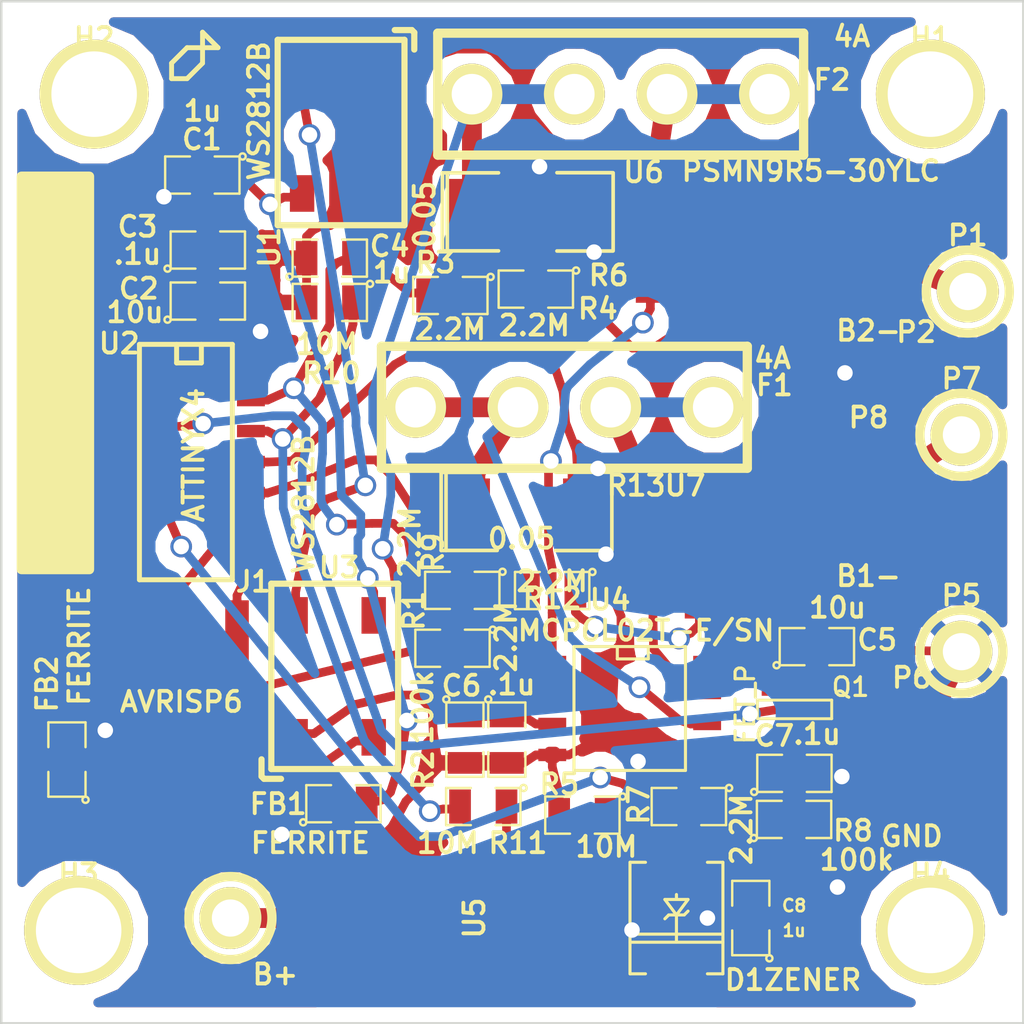
<source format=kicad_pcb>
(kicad_pcb (version 3) (host pcbnew "(2013-mar-13)-testing")

  (general
    (links 87)
    (no_connects 0)
    (area 140.919999 71.069999 182.930001 113.080001)
    (thickness 1.6)
    (drawings 13)
    (tracks 777)
    (zones 0)
    (modules 47)
    (nets 36)
  )

  (page A4)
  (layers
    (15 F.Cu signal)
    (0 B.Cu signal)
    (16 B.Adhes user)
    (17 F.Adhes user)
    (18 B.Paste user)
    (19 F.Paste user)
    (20 B.SilkS user)
    (21 F.SilkS user)
    (22 B.Mask user)
    (23 F.Mask user)
    (24 Dwgs.User user)
    (25 Cmts.User user)
    (26 Eco1.User user)
    (27 Eco2.User user)
    (28 Edge.Cuts user)
  )

  (setup
    (last_trace_width 0.3556)
    (trace_clearance 0.2794)
    (zone_clearance 0.6112)
    (zone_45_only no)
    (trace_min 0.254)
    (segment_width 0.2)
    (edge_width 0.1)
    (via_size 0.889)
    (via_drill 0.635)
    (via_min_size 0.889)
    (via_min_drill 0.508)
    (uvia_size 0.508)
    (uvia_drill 0.127)
    (uvias_allowed no)
    (uvia_min_size 0.508)
    (uvia_min_drill 0.127)
    (pcb_text_width 0.3)
    (pcb_text_size 1.5 1.5)
    (mod_edge_width 0.15)
    (mod_text_size 0.8222 0.8222)
    (mod_text_width 0.15762)
    (pad_size 2.54 1.5)
    (pad_drill 0.6)
    (pad_to_mask_clearance 0)
    (aux_axis_origin 0 0)
    (visible_elements FFFFFF7F)
    (pcbplotparams
      (layerselection 3178497)
      (usegerberextensions true)
      (excludeedgelayer true)
      (linewidth 0.150000)
      (plotframeref false)
      (viasonmask false)
      (mode 1)
      (useauxorigin false)
      (hpglpennumber 1)
      (hpglpenspeed 20)
      (hpglpendiameter 15)
      (hpglpenoverlay 2)
      (psnegative false)
      (psa4output false)
      (plotreference true)
      (plotvalue true)
      (plotothertext true)
      (plotinvisibletext false)
      (padsonsilk false)
      (subtractmaskfromsilk false)
      (outputformat 1)
      (mirror false)
      (drillshape 1)
      (scaleselection 1)
      (outputdirectory ""))
  )

  (net 0 "")
  (net 1 +5V)
  (net 2 +BATT)
  (net 3 /ISet1)
  (net 4 /ISet2)
  (net 5 B+')
  (net 6 B1-)
  (net 7 B1-')
  (net 8 B2-)
  (net 9 B2-')
  (net 10 GND)
  (net 11 ISet1')
  (net 12 ISet2')
  (net 13 N-000001)
  (net 14 N-0000011)
  (net 15 N-0000012)
  (net 16 N-0000013)
  (net 17 N-0000018)
  (net 18 N-0000019)
  (net 19 N-0000020)
  (net 20 N-0000021)
  (net 21 N-0000022)
  (net 22 N-0000023)
  (net 23 N-0000024)
  (net 24 N-0000025)
  (net 25 N-0000026)
  (net 26 N-000003)
  (net 27 N-0000031)
  (net 28 N-0000032)
  (net 29 N-0000037)
  (net 30 N-000004)
  (net 31 N-000007)
  (net 32 N-000008)
  (net 33 OP_PWR)
  (net 34 VCC)
  (net 35 VR11)

  (net_class Default "This is the default net class."
    (clearance 0.2794)
    (trace_width 0.3556)
    (via_dia 0.889)
    (via_drill 0.635)
    (uvia_dia 0.508)
    (uvia_drill 0.127)
    (add_net "")
    (add_net +5V)
    (add_net +BATT)
    (add_net /ISet1)
    (add_net /ISet2)
    (add_net ISet1')
    (add_net ISet2')
    (add_net N-000001)
    (add_net N-0000011)
    (add_net N-0000012)
    (add_net N-0000013)
    (add_net N-0000018)
    (add_net N-0000019)
    (add_net N-0000020)
    (add_net N-0000021)
    (add_net N-0000022)
    (add_net N-0000023)
    (add_net N-0000024)
    (add_net N-0000025)
    (add_net N-0000026)
    (add_net N-000003)
    (add_net N-0000032)
    (add_net N-000004)
    (add_net N-000007)
    (add_net N-000008)
    (add_net OP_PWR)
    (add_net VCC)
    (add_net VR11)
  )

  (net_class Thick ""
    (clearance 0.2794)
    (trace_width 0.8128)
    (via_dia 0.889)
    (via_drill 0.635)
    (uvia_dia 0.508)
    (uvia_drill 0.127)
    (add_net B+')
    (add_net B1-)
    (add_net B1-')
    (add_net B2-)
    (add_net B2-')
    (add_net GND)
    (add_net N-0000031)
    (add_net N-0000037)
  )

  (module SM0805 (layer F.Cu) (tedit 53A2717F) (tstamp 53A1A94C)
    (at 149.2155 78.2477 180)
    (path /53A1406C)
    (attr smd)
    (fp_text reference C1 (at 0.0159 1.4635 180) (layer F.SilkS)
      (effects (font (size 0.8222 0.8222) (thickness 0.15762)))
    )
    (fp_text value 1u (at -0.0095 2.6319 180) (layer F.SilkS)
      (effects (font (size 0.8222 0.8222) (thickness 0.15762)))
    )
    (fp_circle (center -1.651 0.762) (end -1.651 0.635) (layer F.SilkS) (width 0.09906))
    (fp_line (start -0.508 0.762) (end -1.524 0.762) (layer F.SilkS) (width 0.09906))
    (fp_line (start -1.524 0.762) (end -1.524 -0.762) (layer F.SilkS) (width 0.09906))
    (fp_line (start -1.524 -0.762) (end -0.508 -0.762) (layer F.SilkS) (width 0.09906))
    (fp_line (start 0.508 -0.762) (end 1.524 -0.762) (layer F.SilkS) (width 0.09906))
    (fp_line (start 1.524 -0.762) (end 1.524 0.762) (layer F.SilkS) (width 0.09906))
    (fp_line (start 1.524 0.762) (end 0.508 0.762) (layer F.SilkS) (width 0.09906))
    (pad 1 smd rect (at -0.9525 0 180) (size 0.889 1.397)
      (layers F.Cu F.Paste F.Mask)
      (net 13 N-000001)
    )
    (pad 2 smd rect (at 0.9525 0 180) (size 0.889 1.397)
      (layers F.Cu F.Paste F.Mask)
      (net 10 GND)
    )
    (model smd/chip_cms.wrl
      (at (xyz 0 0 0))
      (scale (xyz 0.1 0.1 0.1))
      (rotate (xyz 0 0 0))
    )
  )

  (module SM0805 (layer F.Cu) (tedit 53A2754C) (tstamp 53A1A959)
    (at 149.4409 83.4143)
    (path /53A139CE)
    (attr smd)
    (fp_text reference C2 (at -2.8321 -0.5087) (layer F.SilkS)
      (effects (font (size 0.8222 0.8222) (thickness 0.15762)))
    )
    (fp_text value 10u (at -2.9845 0.4565) (layer F.SilkS)
      (effects (font (size 0.8222 0.8222) (thickness 0.15762)))
    )
    (fp_circle (center -1.651 0.762) (end -1.651 0.635) (layer F.SilkS) (width 0.09906))
    (fp_line (start -0.508 0.762) (end -1.524 0.762) (layer F.SilkS) (width 0.09906))
    (fp_line (start -1.524 0.762) (end -1.524 -0.762) (layer F.SilkS) (width 0.09906))
    (fp_line (start -1.524 -0.762) (end -0.508 -0.762) (layer F.SilkS) (width 0.09906))
    (fp_line (start 0.508 -0.762) (end 1.524 -0.762) (layer F.SilkS) (width 0.09906))
    (fp_line (start 1.524 -0.762) (end 1.524 0.762) (layer F.SilkS) (width 0.09906))
    (fp_line (start 1.524 0.762) (end 0.508 0.762) (layer F.SilkS) (width 0.09906))
    (pad 1 smd rect (at -0.9525 0) (size 0.889 1.397)
      (layers F.Cu F.Paste F.Mask)
      (net 34 VCC)
    )
    (pad 2 smd rect (at 0.9525 0) (size 0.889 1.397)
      (layers F.Cu F.Paste F.Mask)
      (net 10 GND)
    )
    (model smd/chip_cms.wrl
      (at (xyz 0 0 0))
      (scale (xyz 0.1 0.1 0.1))
      (rotate (xyz 0 0 0))
    )
  )

  (module SM0805 (layer F.Cu) (tedit 53A27546) (tstamp 53A1A966)
    (at 149.4409 81.3221)
    (path /53A13AEB)
    (attr smd)
    (fp_text reference C3 (at -2.8829 -0.9565) (layer F.SilkS)
      (effects (font (size 0.8222 0.8222) (thickness 0.15762)))
    )
    (fp_text value .1u (at -2.8829 0.1611) (layer F.SilkS)
      (effects (font (size 0.8222 0.8222) (thickness 0.15762)))
    )
    (fp_circle (center -1.651 0.762) (end -1.651 0.635) (layer F.SilkS) (width 0.09906))
    (fp_line (start -0.508 0.762) (end -1.524 0.762) (layer F.SilkS) (width 0.09906))
    (fp_line (start -1.524 0.762) (end -1.524 -0.762) (layer F.SilkS) (width 0.09906))
    (fp_line (start -1.524 -0.762) (end -0.508 -0.762) (layer F.SilkS) (width 0.09906))
    (fp_line (start 0.508 -0.762) (end 1.524 -0.762) (layer F.SilkS) (width 0.09906))
    (fp_line (start 1.524 -0.762) (end 1.524 0.762) (layer F.SilkS) (width 0.09906))
    (fp_line (start 1.524 0.762) (end 0.508 0.762) (layer F.SilkS) (width 0.09906))
    (pad 1 smd rect (at -0.9525 0) (size 0.889 1.397)
      (layers F.Cu F.Paste F.Mask)
      (net 34 VCC)
    )
    (pad 2 smd rect (at 0.9525 0) (size 0.889 1.397)
      (layers F.Cu F.Paste F.Mask)
      (net 10 GND)
    )
    (model smd/chip_cms.wrl
      (at (xyz 0 0 0))
      (scale (xyz 0.1 0.1 0.1))
      (rotate (xyz 0 0 0))
    )
  )

  (module SM0805 (layer F.Cu) (tedit 53A27194) (tstamp 53A1A973)
    (at 154.4416 81.6535)
    (path /53A0DB53)
    (attr smd)
    (fp_text reference C4 (at 2.4542 -0.4878) (layer F.SilkS)
      (effects (font (size 0.8222 0.8222) (thickness 0.15762)))
    )
    (fp_text value 1u (at 2.5431 0.5917) (layer F.SilkS)
      (effects (font (size 0.8222 0.8222) (thickness 0.15762)))
    )
    (fp_circle (center -1.651 0.762) (end -1.651 0.635) (layer F.SilkS) (width 0.09906))
    (fp_line (start -0.508 0.762) (end -1.524 0.762) (layer F.SilkS) (width 0.09906))
    (fp_line (start -1.524 0.762) (end -1.524 -0.762) (layer F.SilkS) (width 0.09906))
    (fp_line (start -1.524 -0.762) (end -0.508 -0.762) (layer F.SilkS) (width 0.09906))
    (fp_line (start 0.508 -0.762) (end 1.524 -0.762) (layer F.SilkS) (width 0.09906))
    (fp_line (start 1.524 -0.762) (end 1.524 0.762) (layer F.SilkS) (width 0.09906))
    (fp_line (start 1.524 0.762) (end 0.508 0.762) (layer F.SilkS) (width 0.09906))
    (pad 1 smd rect (at -0.9525 0) (size 0.889 1.397)
      (layers F.Cu F.Paste F.Mask)
      (net 10 GND)
    )
    (pad 2 smd rect (at 0.9525 0) (size 0.889 1.397)
      (layers F.Cu F.Paste F.Mask)
      (net 35 VR11)
    )
    (model smd/chip_cms.wrl
      (at (xyz 0 0 0))
      (scale (xyz 0.1 0.1 0.1))
      (rotate (xyz 0 0 0))
    )
  )

  (module SM0805 (layer F.Cu) (tedit 53A2731D) (tstamp 53A1A980)
    (at 174.4136 97.5837)
    (path /53A13827)
    (attr smd)
    (fp_text reference C5 (at 2.472 -0.2763) (layer F.SilkS)
      (effects (font (size 0.8222 0.8222) (thickness 0.15762)))
    )
    (fp_text value 10u (at 0.8464 -1.5971) (layer F.SilkS)
      (effects (font (size 0.8222 0.8222) (thickness 0.15762)))
    )
    (fp_circle (center -1.651 0.762) (end -1.651 0.635) (layer F.SilkS) (width 0.09906))
    (fp_line (start -0.508 0.762) (end -1.524 0.762) (layer F.SilkS) (width 0.09906))
    (fp_line (start -1.524 0.762) (end -1.524 -0.762) (layer F.SilkS) (width 0.09906))
    (fp_line (start -1.524 -0.762) (end -0.508 -0.762) (layer F.SilkS) (width 0.09906))
    (fp_line (start 0.508 -0.762) (end 1.524 -0.762) (layer F.SilkS) (width 0.09906))
    (fp_line (start 1.524 -0.762) (end 1.524 0.762) (layer F.SilkS) (width 0.09906))
    (fp_line (start 1.524 0.762) (end 0.508 0.762) (layer F.SilkS) (width 0.09906))
    (pad 1 smd rect (at -0.9525 0) (size 0.889 1.397)
      (layers F.Cu F.Paste F.Mask)
      (net 16 N-0000013)
    )
    (pad 2 smd rect (at 0.9525 0) (size 0.889 1.397)
      (layers F.Cu F.Paste F.Mask)
      (net 10 GND)
    )
    (model smd/chip_cms.wrl
      (at (xyz 0 0 0))
      (scale (xyz 0.1 0.1 0.1))
      (rotate (xyz 0 0 0))
    )
  )

  (module SM0805 (layer F.Cu) (tedit 53A27390) (tstamp 53A1A98D)
    (at 161.7007 101.3981 270)
    (path /53A0E339)
    (attr smd)
    (fp_text reference C6 (at -2.2111 1.8585 360) (layer F.SilkS)
      (effects (font (size 0.8222 0.8222) (thickness 0.15762)))
    )
    (fp_text value .1u (at -2.2619 -0.1989 360) (layer F.SilkS)
      (effects (font (size 0.8222 0.8222) (thickness 0.15762)))
    )
    (fp_circle (center -1.651 0.762) (end -1.651 0.635) (layer F.SilkS) (width 0.09906))
    (fp_line (start -0.508 0.762) (end -1.524 0.762) (layer F.SilkS) (width 0.09906))
    (fp_line (start -1.524 0.762) (end -1.524 -0.762) (layer F.SilkS) (width 0.09906))
    (fp_line (start -1.524 -0.762) (end -0.508 -0.762) (layer F.SilkS) (width 0.09906))
    (fp_line (start 0.508 -0.762) (end 1.524 -0.762) (layer F.SilkS) (width 0.09906))
    (fp_line (start 1.524 -0.762) (end 1.524 0.762) (layer F.SilkS) (width 0.09906))
    (fp_line (start 1.524 0.762) (end 0.508 0.762) (layer F.SilkS) (width 0.09906))
    (pad 1 smd rect (at -0.9525 0 270) (size 0.889 1.397)
      (layers F.Cu F.Paste F.Mask)
      (net 4 /ISet2)
    )
    (pad 2 smd rect (at 0.9525 0 270) (size 0.889 1.397)
      (layers F.Cu F.Paste F.Mask)
      (net 10 GND)
    )
    (model smd/chip_cms.wrl
      (at (xyz 0 0 0))
      (scale (xyz 0.1 0.1 0.1))
      (rotate (xyz 0 0 0))
    )
  )

  (module SM0805 (layer F.Cu) (tedit 53A273A9) (tstamp 53A1A99A)
    (at 173.4933 102.7795)
    (path /53A0D4C2)
    (attr smd)
    (fp_text reference C7 (at -0.8241 -1.5351) (layer F.SilkS)
      (effects (font (size 0.8222 0.8222) (thickness 0.15762)))
    )
    (fp_text value .1u (at 0.9285 -1.6113) (layer F.SilkS)
      (effects (font (size 0.8222 0.8222) (thickness 0.15762)))
    )
    (fp_circle (center -1.651 0.762) (end -1.651 0.635) (layer F.SilkS) (width 0.09906))
    (fp_line (start -0.508 0.762) (end -1.524 0.762) (layer F.SilkS) (width 0.09906))
    (fp_line (start -1.524 0.762) (end -1.524 -0.762) (layer F.SilkS) (width 0.09906))
    (fp_line (start -1.524 -0.762) (end -0.508 -0.762) (layer F.SilkS) (width 0.09906))
    (fp_line (start 0.508 -0.762) (end 1.524 -0.762) (layer F.SilkS) (width 0.09906))
    (fp_line (start 1.524 -0.762) (end 1.524 0.762) (layer F.SilkS) (width 0.09906))
    (fp_line (start 1.524 0.762) (end 0.508 0.762) (layer F.SilkS) (width 0.09906))
    (pad 1 smd rect (at -0.9525 0) (size 0.889 1.397)
      (layers F.Cu F.Paste F.Mask)
      (net 3 /ISet1)
    )
    (pad 2 smd rect (at 0.9525 0) (size 0.889 1.397)
      (layers F.Cu F.Paste F.Mask)
      (net 10 GND)
    )
    (model smd/chip_cms.wrl
      (at (xyz 0 0 0))
      (scale (xyz 0.1 0.1 0.1))
      (rotate (xyz 0 0 0))
    )
  )

  (module "DO-214AA(SMB)" (layer F.Cu) (tedit 53AFADA5) (tstamp 53A1A9B2)
    (at 168.656 108.712 270)
    (descr "DO-214AA (SMB)  PACKAGE.")
    (tags "DO-214AA SMB")
    (path /53A14F75)
    (attr smd)
    (fp_text reference D1 (at 2.54 -2.794 360) (layer F.SilkS)
      (effects (font (size 0.8222 0.8222) (thickness 0.15762)))
    )
    (fp_text value ZENER (at 2.54 -5.588 360) (layer F.SilkS)
      (effects (font (size 0.8222 0.8222) (thickness 0.15762)))
    )
    (fp_line (start -0.762 0) (end -0.9652 0) (layer F.SilkS) (width 0.127))
    (fp_line (start -2.286 -1.905) (end 2.286 -1.905) (layer F.SilkS) (width 0.127))
    (fp_line (start 2.286 -1.905) (end 2.286 -1.27) (layer F.SilkS) (width 0.127))
    (fp_line (start 0.6604 1.905) (end 0.6604 -1.905) (layer F.SilkS) (width 0.127))
    (fp_line (start 0.9906 1.905) (end 0.9906 -1.905) (layer F.SilkS) (width 0.127))
    (fp_line (start -2.286 1.27) (end -2.286 1.905) (layer F.SilkS) (width 0.127))
    (fp_line (start -2.286 1.905) (end 2.286 1.905) (layer F.SilkS) (width 0.127))
    (fp_line (start 2.286 1.905) (end 2.286 1.27) (layer F.SilkS) (width 0.127))
    (fp_line (start -2.286 -1.27) (end -2.286 -1.905) (layer F.SilkS) (width 0.127))
    (fp_line (start -0.127 0) (end -0.762 -0.47498) (layer F.SilkS) (width 0.127))
    (fp_line (start -0.762 -0.47498) (end -0.762 0) (layer F.SilkS) (width 0.127))
    (fp_line (start -0.762 0) (end -0.762 0.47498) (layer F.SilkS) (width 0.127))
    (fp_line (start -0.762 0.47498) (end -0.127 0) (layer F.SilkS) (width 0.127))
    (fp_line (start -0.127 0) (end -0.127 -0.3175) (layer F.SilkS) (width 0.127))
    (fp_line (start -0.127 -0.3175) (end -0.28448 -0.47498) (layer F.SilkS) (width 0.127))
    (fp_line (start -0.127 0) (end -0.127 0.3175) (layer F.SilkS) (width 0.127))
    (fp_line (start -0.127 0.3175) (end 0.03048 0.47498) (layer F.SilkS) (width 0.127))
    (fp_line (start -0.127 0) (end 0.98298 0) (layer F.SilkS) (width 0.127))
    (pad 1 smd rect (at -2.0066 0 270) (size 1.80086 2.19964)
      (layers F.Cu F.Paste F.Mask)
      (net 20 N-0000021)
    )
    (pad 2 smd rect (at 2.0066 0 270) (size 1.80086 2.19964)
      (layers F.Cu F.Paste F.Mask)
      (net 2 +BATT)
    )
    (model smd/do214.wrl
      (at (xyz 0 0 0))
      (scale (xyz 1 1 1))
      (rotate (xyz 0 0 0))
    )
  )

  (module BK-6013 (layer F.Cu) (tedit 53A2723E) (tstamp 53A1A9BE)
    (at 164.061 87.7691 180)
    (path /53A0D1C3)
    (fp_text reference F1 (at -8.6082 0.9011 180) (layer F.SilkS)
      (effects (font (size 0.8222 0.8222) (thickness 0.15762)))
    )
    (fp_text value 4A (at -8.532 2.006 180) (layer F.SilkS)
      (effects (font (size 0.8222 0.8222) (thickness 0.15762)))
    )
    (fp_line (start 7.5 -2.5) (end 7.5 2.5) (layer F.SilkS) (width 0.381))
    (fp_line (start 7.5 2.5) (end -7.5 2.5) (layer F.SilkS) (width 0.381))
    (fp_line (start -7.5 2.5) (end -7.5 -2.5) (layer F.SilkS) (width 0.381))
    (fp_line (start -7.5 -2.5) (end 7.5 -2.5) (layer F.SilkS) (width 0.381))
    (pad 1 thru_hole circle (at 1.9 0 180) (size 2.5 2.5) (drill 1.66)
      (layers *.Cu *.Mask F.SilkS)
      (net 29 N-0000037)
    )
    (pad 1 thru_hole circle (at 6.1 0 180) (size 2.5 2.5) (drill 1.66)
      (layers *.Cu *.Mask F.SilkS)
      (net 29 N-0000037)
    )
    (pad 2 thru_hole circle (at -1.9 0 180) (size 2.5 2.5) (drill 1.66)
      (layers *.Cu *.Mask F.SilkS)
      (net 27 N-0000031)
    )
    (pad 2 thru_hole circle (at -6.1 0 180) (size 2.5 2.5) (drill 1.66)
      (layers *.Cu *.Mask F.SilkS)
      (net 27 N-0000031)
    )
  )

  (module BK-6013 (layer F.Cu) (tedit 53A27134) (tstamp 53A1A9CA)
    (at 166.37 74.93 180)
    (path /53A0E31B)
    (fp_text reference F2 (at -8.6614 0.5842 180) (layer F.SilkS)
      (effects (font (size 0.8222 0.8222) (thickness 0.15762)))
    )
    (fp_text value 4A (at -9.4742 2.3622 360) (layer F.SilkS)
      (effects (font (size 0.8222 0.8222) (thickness 0.15762)))
    )
    (fp_line (start 7.5 -2.5) (end 7.5 2.5) (layer F.SilkS) (width 0.381))
    (fp_line (start 7.5 2.5) (end -7.5 2.5) (layer F.SilkS) (width 0.381))
    (fp_line (start -7.5 2.5) (end -7.5 -2.5) (layer F.SilkS) (width 0.381))
    (fp_line (start -7.5 -2.5) (end 7.5 -2.5) (layer F.SilkS) (width 0.381))
    (pad 1 thru_hole circle (at 1.9 0 180) (size 2.5 2.5) (drill 1.66)
      (layers *.Cu *.Mask F.SilkS)
      (net 14 N-0000011)
    )
    (pad 1 thru_hole circle (at 6.1 0 180) (size 2.5 2.5) (drill 1.66)
      (layers *.Cu *.Mask F.SilkS)
      (net 14 N-0000011)
    )
    (pad 2 thru_hole circle (at -1.9 0 180) (size 2.5 2.5) (drill 1.66)
      (layers *.Cu *.Mask F.SilkS)
      (net 28 N-0000032)
    )
    (pad 2 thru_hole circle (at -6.1 0 180) (size 2.5 2.5) (drill 1.66)
      (layers *.Cu *.Mask F.SilkS)
      (net 28 N-0000032)
    )
  )

  (module SM0805 (layer F.Cu) (tedit 53A27374) (tstamp 53A1A9D7)
    (at 155.0023 104.0243)
    (path /53A1409B)
    (attr smd)
    (fp_text reference FB1 (at -2.6785 0.0141 180) (layer F.SilkS)
      (effects (font (size 0.8222 0.8222) (thickness 0.15762)))
    )
    (fp_text value FERRITE (at -1.3577 1.6143) (layer F.SilkS)
      (effects (font (size 0.8222 0.8222) (thickness 0.15762)))
    )
    (fp_circle (center -1.651 0.762) (end -1.651 0.635) (layer F.SilkS) (width 0.09906))
    (fp_line (start -0.508 0.762) (end -1.524 0.762) (layer F.SilkS) (width 0.09906))
    (fp_line (start -1.524 0.762) (end -1.524 -0.762) (layer F.SilkS) (width 0.09906))
    (fp_line (start -1.524 -0.762) (end -0.508 -0.762) (layer F.SilkS) (width 0.09906))
    (fp_line (start 0.508 -0.762) (end 1.524 -0.762) (layer F.SilkS) (width 0.09906))
    (fp_line (start 1.524 -0.762) (end 1.524 0.762) (layer F.SilkS) (width 0.09906))
    (fp_line (start 1.524 0.762) (end 0.508 0.762) (layer F.SilkS) (width 0.09906))
    (pad 1 smd rect (at -0.9525 0) (size 0.889 1.397)
      (layers F.Cu F.Paste F.Mask)
      (net 1 +5V)
    )
    (pad 2 smd rect (at 0.9525 0) (size 0.889 1.397)
      (layers F.Cu F.Paste F.Mask)
      (net 13 N-000001)
    )
    (model smd/chip_cms.wrl
      (at (xyz 0 0 0))
      (scale (xyz 0.1 0.1 0.1))
      (rotate (xyz 0 0 0))
    )
  )

  (module SM0805 (layer F.Cu) (tedit 53A272A9) (tstamp 53A1A9E4)
    (at 143.6647 102.2126 90)
    (path /53A143F3)
    (attr smd)
    (fp_text reference FB2 (at 3.1018 -0.8151 90) (layer F.SilkS)
      (effects (font (size 0.8222 0.8222) (thickness 0.15762)))
    )
    (fp_text value FERRITE (at 4.6512 0.5057 90) (layer F.SilkS)
      (effects (font (size 0.8222 0.8222) (thickness 0.15762)))
    )
    (fp_circle (center -1.651 0.762) (end -1.651 0.635) (layer F.SilkS) (width 0.09906))
    (fp_line (start -0.508 0.762) (end -1.524 0.762) (layer F.SilkS) (width 0.09906))
    (fp_line (start -1.524 0.762) (end -1.524 -0.762) (layer F.SilkS) (width 0.09906))
    (fp_line (start -1.524 -0.762) (end -0.508 -0.762) (layer F.SilkS) (width 0.09906))
    (fp_line (start 0.508 -0.762) (end 1.524 -0.762) (layer F.SilkS) (width 0.09906))
    (fp_line (start 1.524 -0.762) (end 1.524 0.762) (layer F.SilkS) (width 0.09906))
    (fp_line (start 1.524 0.762) (end 0.508 0.762) (layer F.SilkS) (width 0.09906))
    (pad 1 smd rect (at -0.9525 0 90) (size 0.889 1.397)
      (layers F.Cu F.Paste F.Mask)
      (net 1 +5V)
    )
    (pad 2 smd rect (at 0.9525 0 90) (size 0.889 1.397)
      (layers F.Cu F.Paste F.Mask)
      (net 34 VCC)
    )
    (model smd/chip_cms.wrl
      (at (xyz 0 0 0))
      (scale (xyz 0.1 0.1 0.1))
      (rotate (xyz 0 0 0))
    )
  )

  (module 632HOLE (layer F.Cu) (tedit 534E01ED) (tstamp 53A1A9EA)
    (at 179.07 74.93)
    (descr Hole)
    (tags "DEV 6-32 HOLE")
    (path /53A1536D)
    (fp_text reference H1 (at 0 -2.30124) (layer F.SilkS)
      (effects (font (size 0.8222 0.8222) (thickness 0.15762)))
    )
    (fp_text value CONN_1 (at 0 2.794) (layer F.SilkS) hide
      (effects (font (size 0.8222 0.8222) (thickness 0.15762)))
    )
    (fp_circle (center 0 0) (end 1.69926 -0.09906) (layer F.SilkS) (width 0.381))
    (pad 1 thru_hole circle (at 0 0) (size 4.4704 4.4704) (drill 3.5052)
      (layers *.Cu *.Mask F.SilkS)
      (net 21 N-0000022)
    )
  )

  (module 632HOLE (layer F.Cu) (tedit 534E01ED) (tstamp 53A1A9F0)
    (at 144.78 74.93)
    (descr Hole)
    (tags "DEV 6-32 HOLE")
    (path /53A15B23)
    (fp_text reference H2 (at 0 -2.30124) (layer F.SilkS)
      (effects (font (size 0.8222 0.8222) (thickness 0.15762)))
    )
    (fp_text value CONN_1 (at 0 2.794) (layer F.SilkS) hide
      (effects (font (size 0.8222 0.8222) (thickness 0.15762)))
    )
    (fp_circle (center 0 0) (end 1.69926 -0.09906) (layer F.SilkS) (width 0.381))
    (pad 1 thru_hole circle (at 0 0) (size 4.4704 4.4704) (drill 3.5052)
      (layers *.Cu *.Mask F.SilkS)
      (net 19 N-0000020)
    )
  )

  (module 632HOLE (layer F.Cu) (tedit 534E01ED) (tstamp 53A1A9F6)
    (at 144.145 109.22)
    (descr Hole)
    (tags "DEV 6-32 HOLE")
    (path /53A15B29)
    (fp_text reference H3 (at 0 -2.30124) (layer F.SilkS)
      (effects (font (size 0.8222 0.8222) (thickness 0.15762)))
    )
    (fp_text value CONN_1 (at 0 2.794) (layer F.SilkS) hide
      (effects (font (size 0.8222 0.8222) (thickness 0.15762)))
    )
    (fp_circle (center 0 0) (end 1.69926 -0.09906) (layer F.SilkS) (width 0.381))
    (pad 1 thru_hole circle (at 0 0) (size 4.4704 4.4704) (drill 3.5052)
      (layers *.Cu *.Mask F.SilkS)
      (net 18 N-0000019)
    )
  )

  (module 632HOLE (layer F.Cu) (tedit 534E01ED) (tstamp 53A1A9FC)
    (at 179.07 109.22)
    (descr Hole)
    (tags "DEV 6-32 HOLE")
    (path /53A15B2F)
    (fp_text reference H4 (at 0 -2.30124) (layer F.SilkS)
      (effects (font (size 0.8222 0.8222) (thickness 0.15762)))
    )
    (fp_text value CONN_1 (at 0 2.794) (layer F.SilkS) hide
      (effects (font (size 0.8222 0.8222) (thickness 0.15762)))
    )
    (fp_circle (center 0 0) (end 1.69926 -0.09906) (layer F.SilkS) (width 0.381))
    (pad 1 thru_hole circle (at 0 0) (size 4.4704 4.4704) (drill 3.5052)
      (layers *.Cu *.Mask F.SilkS)
      (net 17 N-0000018)
    )
  )

  (module RIBBON6SMT (layer F.Cu) (tedit 53A27261) (tstamp 53A1DAF7)
    (at 150.6388 102.7321 180)
    (path /53A0D09A)
    (fp_text reference J1 (at -0.669 7.8123 360) (layer F.SilkS)
      (effects (font (size 0.8222 0.8222) (thickness 0.15762)))
    )
    (fp_text value AVRISP6 (at 2.2774 2.8847 360) (layer F.SilkS)
      (effects (font (size 0.8222 0.8222) (thickness 0.15762)))
    )
    (pad 2 smd rect (at 0 0 180) (size 0.9652 3.0226)
      (layers F.Cu F.Paste F.Mask)
      (net 1 +5V)
    )
    (pad 4 smd rect (at 2.54 0 180) (size 0.9652 3.0226)
      (layers F.Cu F.Paste F.Mask)
      (net 23 N-0000024)
    )
    (pad 6 smd rect (at 5.08 0 180) (size 0.9652 3.0226)
      (layers F.Cu F.Paste F.Mask)
      (net 10 GND)
    )
    (pad 1 smd rect (at 0 5.5372 180) (size 0.9652 3.0226)
      (layers F.Cu F.Paste F.Mask)
      (net 25 N-0000026)
    )
    (pad 3 smd rect (at 2.54 5.5372 180) (size 0.9652 3.0226)
      (layers F.Cu F.Paste F.Mask)
      (net 22 N-0000023)
    )
    (pad 5 smd rect (at 5.08 5.5372 180) (size 0.9652 3.0226)
      (layers F.Cu F.Paste F.Mask)
      (net 24 N-0000025)
    )
  )

  (module 60MILHOLE (layer F.Cu) (tedit 520FC81B) (tstamp 53A1AA0C)
    (at 180.6016 83.0238)
    (descr Hole)
    (tags "DEV 60MIL HOLE")
    (path /53A156B9)
    (fp_text reference P1 (at 0 -2.30124) (layer F.SilkS)
      (effects (font (size 0.8222 0.8222) (thickness 0.15762)))
    )
    (fp_text value B2- (at 0 2.794) (layer F.SilkS) hide
      (effects (font (size 0.8222 0.8222) (thickness 0.15762)))
    )
    (fp_circle (center 0 0) (end 1.69926 -0.09906) (layer F.SilkS) (width 0.381))
    (pad 1 thru_hole circle (at 0 0) (size 2.54 2.54) (drill 1.524)
      (layers *.Cu *.Mask F.SilkS)
      (net 8 B2-)
    )
  )

  (module .2SMTPIN (layer F.Cu) (tedit 53A2716D) (tstamp 53A1AA11)
    (at 176.53 81.3787)
    (path /53A156B3)
    (fp_text reference P2 (at 1.9558 3.3049) (layer F.SilkS)
      (effects (font (size 0.8222 0.8222) (thickness 0.15762)))
    )
    (fp_text value B2- (at 0 3.25) (layer F.SilkS)
      (effects (font (size 0.8222 0.8222) (thickness 0.15762)))
    )
    (pad 1 smd circle (at 0 0) (size 5.08 5.08)
      (layers F.Cu F.Paste F.Mask)
      (net 8 B2-)
    )
  )

  (module 60MILHOLE (layer F.Cu) (tedit 53A27269) (tstamp 53A1AA17)
    (at 150.368 108.712)
    (descr Hole)
    (tags "DEV 60MIL HOLE")
    (path /53A151E0)
    (fp_text reference P3 (at 0 -2.30124) (layer F.SilkS) hide
      (effects (font (size 0.8222 0.8222) (thickness 0.15762)))
    )
    (fp_text value B+ (at 0 2.794) (layer F.SilkS) hide
      (effects (font (size 0.8222 0.8222) (thickness 0.15762)))
    )
    (fp_circle (center 0 0) (end 1.69926 -0.09906) (layer F.SilkS) (width 0.381))
    (pad 1 thru_hole circle (at 0 0) (size 2.54 2.54) (drill 1.524)
      (layers *.Cu *.Mask F.SilkS)
      (net 2 +BATT)
    )
  )

  (module .2SMTPIN (layer F.Cu) (tedit 53A2729E) (tstamp 53A1AA1C)
    (at 155.448 109.22)
    (path /53A1510B)
    (fp_text reference P4 (at 0 -3.25) (layer F.SilkS) hide
      (effects (font (size 0.8222 0.8222) (thickness 0.15762)))
    )
    (fp_text value B+ (at -3.2385 1.8034) (layer F.SilkS)
      (effects (font (size 0.8222 0.8222) (thickness 0.15762)))
    )
    (pad 1 smd circle (at 0 0) (size 5.08 5.08)
      (layers F.Cu F.Paste F.Mask)
      (net 2 +BATT)
    )
  )

  (module 60MILHOLE (layer F.Cu) (tedit 520FC81B) (tstamp 53A1AA22)
    (at 180.34 97.79)
    (descr Hole)
    (tags "DEV 60MIL HOLE")
    (path /53A1539D)
    (fp_text reference P5 (at 0 -2.30124) (layer F.SilkS)
      (effects (font (size 0.8222 0.8222) (thickness 0.15762)))
    )
    (fp_text value GND (at 0 2.794) (layer F.SilkS) hide
      (effects (font (size 0.8222 0.8222) (thickness 0.15762)))
    )
    (fp_circle (center 0 0) (end 1.69926 -0.09906) (layer F.SilkS) (width 0.381))
    (pad 1 thru_hole circle (at 0 0) (size 2.54 2.54) (drill 1.524)
      (layers *.Cu *.Mask F.SilkS)
      (net 10 GND)
    )
  )

  (module .2SMTPIN (layer F.Cu) (tedit 5318FD27) (tstamp 53A1AA27)
    (at 178.308 102.108)
    (path /53A15397)
    (fp_text reference P6 (at 0 -3.25) (layer F.SilkS)
      (effects (font (size 0.8222 0.8222) (thickness 0.15762)))
    )
    (fp_text value GND (at 0 3.25) (layer F.SilkS)
      (effects (font (size 0.8222 0.8222) (thickness 0.15762)))
    )
    (pad 1 smd circle (at 0 0) (size 5.08 5.08)
      (layers F.Cu F.Paste F.Mask)
      (net 10 GND)
    )
  )

  (module 60MILHOLE (layer F.Cu) (tedit 520FC81B) (tstamp 53A1AA2D)
    (at 180.34 88.9)
    (descr Hole)
    (tags "DEV 60MIL HOLE")
    (path /53A15854)
    (fp_text reference P7 (at 0 -2.30124) (layer F.SilkS)
      (effects (font (size 0.8222 0.8222) (thickness 0.15762)))
    )
    (fp_text value B1- (at 0 2.794) (layer F.SilkS) hide
      (effects (font (size 0.8222 0.8222) (thickness 0.15762)))
    )
    (fp_circle (center 0 0) (end 1.69926 -0.09906) (layer F.SilkS) (width 0.381))
    (pad 1 thru_hole circle (at 0 0) (size 2.54 2.54) (drill 1.524)
      (layers *.Cu *.Mask F.SilkS)
      (net 6 B1-)
    )
  )

  (module .2SMTPIN (layer F.Cu) (tedit 5318FD27) (tstamp 53A1AA32)
    (at 176.53 91.44)
    (path /53A1584E)
    (fp_text reference P8 (at 0 -3.25) (layer F.SilkS)
      (effects (font (size 0.8222 0.8222) (thickness 0.15762)))
    )
    (fp_text value B1- (at 0 3.25) (layer F.SilkS)
      (effects (font (size 0.8222 0.8222) (thickness 0.15762)))
    )
    (pad 1 smd circle (at 0 0) (size 5.08 5.08)
      (layers F.Cu F.Paste F.Mask)
      (net 6 B1-)
    )
  )

  (module SM0805 (layer F.Cu) (tedit 53A27311) (tstamp 53A1AA4F)
    (at 159.4736 97.6498 180)
    (path /53A0E34B)
    (attr smd)
    (fp_text reference R1 (at 1.5872 1.5362 270) (layer F.SilkS)
      (effects (font (size 0.8222 0.8222) (thickness 0.15762)))
    )
    (fp_text value 2.2M (at -2.1974 0.4694 450) (layer F.SilkS)
      (effects (font (size 0.8222 0.8222) (thickness 0.15762)))
    )
    (fp_circle (center -1.651 0.762) (end -1.651 0.635) (layer F.SilkS) (width 0.09906))
    (fp_line (start -0.508 0.762) (end -1.524 0.762) (layer F.SilkS) (width 0.09906))
    (fp_line (start -1.524 0.762) (end -1.524 -0.762) (layer F.SilkS) (width 0.09906))
    (fp_line (start -1.524 -0.762) (end -0.508 -0.762) (layer F.SilkS) (width 0.09906))
    (fp_line (start 0.508 -0.762) (end 1.524 -0.762) (layer F.SilkS) (width 0.09906))
    (fp_line (start 1.524 -0.762) (end 1.524 0.762) (layer F.SilkS) (width 0.09906))
    (fp_line (start 1.524 0.762) (end 0.508 0.762) (layer F.SilkS) (width 0.09906))
    (pad 1 smd rect (at -0.9525 0 180) (size 0.889 1.397)
      (layers F.Cu F.Paste F.Mask)
      (net 4 /ISet2)
    )
    (pad 2 smd rect (at 0.9525 0 180) (size 0.889 1.397)
      (layers F.Cu F.Paste F.Mask)
      (net 12 ISet2')
    )
    (model smd/chip_cms.wrl
      (at (xyz 0 0 0))
      (scale (xyz 0.1 0.1 0.1))
      (rotate (xyz 0 0 0))
    )
  )

  (module SM0805 (layer F.Cu) (tedit 53A27380) (tstamp 53A1AA5C)
    (at 159.982 101.3981 270)
    (path /53A0E345)
    (attr smd)
    (fp_text reference R2 (at 1.2433 1.7146 450) (layer F.SilkS)
      (effects (font (size 0.8222 0.8222) (thickness 0.15762)))
    )
    (fp_text value 100k (at -1.3221 1.74 270) (layer F.SilkS)
      (effects (font (size 0.8222 0.8222) (thickness 0.15762)))
    )
    (fp_circle (center -1.651 0.762) (end -1.651 0.635) (layer F.SilkS) (width 0.09906))
    (fp_line (start -0.508 0.762) (end -1.524 0.762) (layer F.SilkS) (width 0.09906))
    (fp_line (start -1.524 0.762) (end -1.524 -0.762) (layer F.SilkS) (width 0.09906))
    (fp_line (start -1.524 -0.762) (end -0.508 -0.762) (layer F.SilkS) (width 0.09906))
    (fp_line (start 0.508 -0.762) (end 1.524 -0.762) (layer F.SilkS) (width 0.09906))
    (fp_line (start 1.524 -0.762) (end 1.524 0.762) (layer F.SilkS) (width 0.09906))
    (fp_line (start 1.524 0.762) (end 0.508 0.762) (layer F.SilkS) (width 0.09906))
    (pad 1 smd rect (at -0.9525 0 270) (size 0.889 1.397)
      (layers F.Cu F.Paste F.Mask)
      (net 4 /ISet2)
    )
    (pad 2 smd rect (at 0.9525 0 270) (size 0.889 1.397)
      (layers F.Cu F.Paste F.Mask)
      (net 10 GND)
    )
    (model smd/chip_cms.wrl
      (at (xyz 0 0 0))
      (scale (xyz 0.1 0.1 0.1))
      (rotate (xyz 0 0 0))
    )
  )

  (module SM0805 (layer F.Cu) (tedit 53A2718D) (tstamp 53A1AA69)
    (at 159.385 83.185 180)
    (path /53A0E352)
    (attr smd)
    (fp_text reference R3 (at 0.6096 1.3462 360) (layer F.SilkS)
      (effects (font (size 0.8222 0.8222) (thickness 0.15762)))
    )
    (fp_text value 2.2M (at 0 -1.3843 180) (layer F.SilkS)
      (effects (font (size 0.8222 0.8222) (thickness 0.15762)))
    )
    (fp_circle (center -1.651 0.762) (end -1.651 0.635) (layer F.SilkS) (width 0.09906))
    (fp_line (start -0.508 0.762) (end -1.524 0.762) (layer F.SilkS) (width 0.09906))
    (fp_line (start -1.524 0.762) (end -1.524 -0.762) (layer F.SilkS) (width 0.09906))
    (fp_line (start -1.524 -0.762) (end -0.508 -0.762) (layer F.SilkS) (width 0.09906))
    (fp_line (start 0.508 -0.762) (end 1.524 -0.762) (layer F.SilkS) (width 0.09906))
    (fp_line (start 1.524 -0.762) (end 1.524 0.762) (layer F.SilkS) (width 0.09906))
    (fp_line (start 1.524 0.762) (end 0.508 0.762) (layer F.SilkS) (width 0.09906))
    (pad 1 smd rect (at -0.9525 0 180) (size 0.889 1.397)
      (layers F.Cu F.Paste F.Mask)
      (net 9 B2-')
    )
    (pad 2 smd rect (at 0.9525 0 180) (size 0.889 1.397)
      (layers F.Cu F.Paste F.Mask)
      (net 35 VR11)
    )
    (model smd/chip_cms.wrl
      (at (xyz 0 0 0))
      (scale (xyz 0.1 0.1 0.1))
      (rotate (xyz 0 0 0))
    )
  )

  (module SM0805 (layer F.Cu) (tedit 53A27126) (tstamp 53A1AA76)
    (at 162.89 82.9234 180)
    (path /53A0E358)
    (attr smd)
    (fp_text reference R4 (at -2.5402 -0.8077 360) (layer F.SilkS)
      (effects (font (size 0.8222 0.8222) (thickness 0.15762)))
    )
    (fp_text value 2.2M (at 0.0633 -1.4935 180) (layer F.SilkS)
      (effects (font (size 0.8222 0.8222) (thickness 0.15762)))
    )
    (fp_circle (center -1.651 0.762) (end -1.651 0.635) (layer F.SilkS) (width 0.09906))
    (fp_line (start -0.508 0.762) (end -1.524 0.762) (layer F.SilkS) (width 0.09906))
    (fp_line (start -1.524 0.762) (end -1.524 -0.762) (layer F.SilkS) (width 0.09906))
    (fp_line (start -1.524 -0.762) (end -0.508 -0.762) (layer F.SilkS) (width 0.09906))
    (fp_line (start 0.508 -0.762) (end 1.524 -0.762) (layer F.SilkS) (width 0.09906))
    (fp_line (start 1.524 -0.762) (end 1.524 0.762) (layer F.SilkS) (width 0.09906))
    (fp_line (start 1.524 0.762) (end 0.508 0.762) (layer F.SilkS) (width 0.09906))
    (pad 1 smd rect (at -0.9525 0 180) (size 0.889 1.397)
      (layers F.Cu F.Paste F.Mask)
      (net 8 B2-)
    )
    (pad 2 smd rect (at 0.9525 0 180) (size 0.889 1.397)
      (layers F.Cu F.Paste F.Mask)
      (net 9 B2-')
    )
    (model smd/chip_cms.wrl
      (at (xyz 0 0 0))
      (scale (xyz 0.1 0.1 0.1))
      (rotate (xyz 0 0 0))
    )
  )

  (module SM0805 (layer F.Cu) (tedit 53A2736E) (tstamp 53A1AA83)
    (at 164.7995 104.4906 180)
    (path /53A14D44)
    (attr smd)
    (fp_text reference R5 (at 0.9441 1.265 180) (layer F.SilkS)
      (effects (font (size 0.8222 0.8222) (thickness 0.15762)))
    )
    (fp_text value 10M (at -0.9863 -1.3004 360) (layer F.SilkS)
      (effects (font (size 0.8222 0.8222) (thickness 0.15762)))
    )
    (fp_circle (center -1.651 0.762) (end -1.651 0.635) (layer F.SilkS) (width 0.09906))
    (fp_line (start -0.508 0.762) (end -1.524 0.762) (layer F.SilkS) (width 0.09906))
    (fp_line (start -1.524 0.762) (end -1.524 -0.762) (layer F.SilkS) (width 0.09906))
    (fp_line (start -1.524 -0.762) (end -0.508 -0.762) (layer F.SilkS) (width 0.09906))
    (fp_line (start 0.508 -0.762) (end 1.524 -0.762) (layer F.SilkS) (width 0.09906))
    (fp_line (start 1.524 -0.762) (end 1.524 0.762) (layer F.SilkS) (width 0.09906))
    (fp_line (start 1.524 0.762) (end 0.508 0.762) (layer F.SilkS) (width 0.09906))
    (pad 1 smd rect (at -0.9525 0 180) (size 0.889 1.397)
      (layers F.Cu F.Paste F.Mask)
      (net 20 N-0000021)
    )
    (pad 2 smd rect (at 0.9525 0 180) (size 0.889 1.397)
      (layers F.Cu F.Paste F.Mask)
      (net 10 GND)
    )
    (model smd/chip_cms.wrl
      (at (xyz 0 0 0))
      (scale (xyz 0.1 0.1 0.1))
      (rotate (xyz 0 0 0))
    )
  )

  (module SM2010 (layer F.Cu) (tedit 53A27124) (tstamp 53A1AA90)
    (at 162.56 79.756)
    (tags "CMS SM")
    (path /53A0E321)
    (attr smd)
    (fp_text reference R6 (at 3.3147 2.6035) (layer F.SilkS)
      (effects (font (size 0.8222 0.8222) (thickness 0.15762)))
    )
    (fp_text value 0.05 (at -4.2291 0.1143 90) (layer F.SilkS)
      (effects (font (size 0.8222 0.8222) (thickness 0.15762)))
    )
    (fp_line (start -3.3 -1.6) (end -3.3 1.6) (layer F.SilkS) (width 0.15))
    (fp_line (start 3.50012 -1.6002) (end 3.50012 1.6002) (layer F.SilkS) (width 0.15))
    (fp_line (start -3.5 -1.6) (end -3.5 1.6) (layer F.SilkS) (width 0.15))
    (fp_line (start 1.19634 1.60528) (end 3.48234 1.60528) (layer F.SilkS) (width 0.15))
    (fp_line (start 3.48234 -1.60528) (end 1.19634 -1.60528) (layer F.SilkS) (width 0.15))
    (fp_line (start -1.2 -1.6) (end -3.5 -1.6) (layer F.SilkS) (width 0.15))
    (fp_line (start -3.5 1.6) (end -1.2 1.6) (layer F.SilkS) (width 0.15))
    (pad 1 smd rect (at -2.4003 0) (size 1.80086 2.70002)
      (layers F.Cu F.Paste F.Mask)
      (net 14 N-0000011)
    )
    (pad 2 smd rect (at 2.4003 0) (size 1.80086 2.70002)
      (layers F.Cu F.Paste F.Mask)
      (net 10 GND)
    )
    (model smd\chip_smd_pol_wide.wrl
      (at (xyz 0 0 0))
      (scale (xyz 0.35 0.35 0.35))
      (rotate (xyz 0 0 0))
    )
  )

  (module SM0805 (layer F.Cu) (tedit 53A2739C) (tstamp 53A1AA9D)
    (at 169.164 104.14 180)
    (path /53A0D63B)
    (attr smd)
    (fp_text reference R7 (at 2.0574 0.0762 270) (layer F.SilkS)
      (effects (font (size 0.8222 0.8222) (thickness 0.15762)))
    )
    (fp_text value 2.2M (at -2.159 -0.9398 270) (layer F.SilkS)
      (effects (font (size 0.8222 0.8222) (thickness 0.15762)))
    )
    (fp_circle (center -1.651 0.762) (end -1.651 0.635) (layer F.SilkS) (width 0.09906))
    (fp_line (start -0.508 0.762) (end -1.524 0.762) (layer F.SilkS) (width 0.09906))
    (fp_line (start -1.524 0.762) (end -1.524 -0.762) (layer F.SilkS) (width 0.09906))
    (fp_line (start -1.524 -0.762) (end -0.508 -0.762) (layer F.SilkS) (width 0.09906))
    (fp_line (start 0.508 -0.762) (end 1.524 -0.762) (layer F.SilkS) (width 0.09906))
    (fp_line (start 1.524 -0.762) (end 1.524 0.762) (layer F.SilkS) (width 0.09906))
    (fp_line (start 1.524 0.762) (end 0.508 0.762) (layer F.SilkS) (width 0.09906))
    (pad 1 smd rect (at -0.9525 0 180) (size 0.889 1.397)
      (layers F.Cu F.Paste F.Mask)
      (net 3 /ISet1)
    )
    (pad 2 smd rect (at 0.9525 0 180) (size 0.889 1.397)
      (layers F.Cu F.Paste F.Mask)
      (net 11 ISet1')
    )
    (model smd/chip_cms.wrl
      (at (xyz 0 0 0))
      (scale (xyz 0.1 0.1 0.1))
      (rotate (xyz 0 0 0))
    )
  )

  (module SM0805 (layer F.Cu) (tedit 53A273A3) (tstamp 53A1AAAA)
    (at 173.4784 104.6688)
    (path /53A0D4D7)
    (attr smd)
    (fp_text reference R8 (at 2.4166 0.4618) (layer F.SilkS)
      (effects (font (size 0.8222 0.8222) (thickness 0.15762)))
    )
    (fp_text value 100k (at 2.569 1.6556) (layer F.SilkS)
      (effects (font (size 0.8222 0.8222) (thickness 0.15762)))
    )
    (fp_circle (center -1.651 0.762) (end -1.651 0.635) (layer F.SilkS) (width 0.09906))
    (fp_line (start -0.508 0.762) (end -1.524 0.762) (layer F.SilkS) (width 0.09906))
    (fp_line (start -1.524 0.762) (end -1.524 -0.762) (layer F.SilkS) (width 0.09906))
    (fp_line (start -1.524 -0.762) (end -0.508 -0.762) (layer F.SilkS) (width 0.09906))
    (fp_line (start 0.508 -0.762) (end 1.524 -0.762) (layer F.SilkS) (width 0.09906))
    (fp_line (start 1.524 -0.762) (end 1.524 0.762) (layer F.SilkS) (width 0.09906))
    (fp_line (start 1.524 0.762) (end 0.508 0.762) (layer F.SilkS) (width 0.09906))
    (pad 1 smd rect (at -0.9525 0) (size 0.889 1.397)
      (layers F.Cu F.Paste F.Mask)
      (net 3 /ISet1)
    )
    (pad 2 smd rect (at 0.9525 0) (size 0.889 1.397)
      (layers F.Cu F.Paste F.Mask)
      (net 10 GND)
    )
    (model smd/chip_cms.wrl
      (at (xyz 0 0 0))
      (scale (xyz 0.1 0.1 0.1))
      (rotate (xyz 0 0 0))
    )
  )

  (module SM0805 (layer F.Cu) (tedit 53A27438) (tstamp 53A1AAB7)
    (at 159.8741 95.2763 180)
    (path /53A0DC37)
    (attr smd)
    (fp_text reference R9 (at 1.2003 1.5503 270) (layer F.SilkS)
      (effects (font (size 0.8222 0.8222) (thickness 0.15762)))
    )
    (fp_text value 2.2M (at 2.1528 1.9694 270) (layer F.SilkS)
      (effects (font (size 0.8222 0.8222) (thickness 0.15762)))
    )
    (fp_circle (center -1.651 0.762) (end -1.651 0.635) (layer F.SilkS) (width 0.09906))
    (fp_line (start -0.508 0.762) (end -1.524 0.762) (layer F.SilkS) (width 0.09906))
    (fp_line (start -1.524 0.762) (end -1.524 -0.762) (layer F.SilkS) (width 0.09906))
    (fp_line (start -1.524 -0.762) (end -0.508 -0.762) (layer F.SilkS) (width 0.09906))
    (fp_line (start 0.508 -0.762) (end 1.524 -0.762) (layer F.SilkS) (width 0.09906))
    (fp_line (start 1.524 -0.762) (end 1.524 0.762) (layer F.SilkS) (width 0.09906))
    (fp_line (start 1.524 0.762) (end 0.508 0.762) (layer F.SilkS) (width 0.09906))
    (pad 1 smd rect (at -0.9525 0 180) (size 0.889 1.397)
      (layers F.Cu F.Paste F.Mask)
      (net 7 B1-')
    )
    (pad 2 smd rect (at 0.9525 0 180) (size 0.889 1.397)
      (layers F.Cu F.Paste F.Mask)
      (net 35 VR11)
    )
    (model smd/chip_cms.wrl
      (at (xyz 0 0 0))
      (scale (xyz 0.1 0.1 0.1))
      (rotate (xyz 0 0 0))
    )
  )

  (module SM0805 (layer F.Cu) (tedit 53A27199) (tstamp 53A1AAC4)
    (at 154.4416 83.4712 180)
    (path /53A0E0E8)
    (attr smd)
    (fp_text reference R10 (at -0.0666 -2.9015 180) (layer F.SilkS)
      (effects (font (size 0.8222 0.8222) (thickness 0.15762)))
    )
    (fp_text value 10M (at 0.1239 -1.7077 180) (layer F.SilkS)
      (effects (font (size 0.8222 0.8222) (thickness 0.15762)))
    )
    (fp_circle (center -1.651 0.762) (end -1.651 0.635) (layer F.SilkS) (width 0.09906))
    (fp_line (start -0.508 0.762) (end -1.524 0.762) (layer F.SilkS) (width 0.09906))
    (fp_line (start -1.524 0.762) (end -1.524 -0.762) (layer F.SilkS) (width 0.09906))
    (fp_line (start -1.524 -0.762) (end -0.508 -0.762) (layer F.SilkS) (width 0.09906))
    (fp_line (start 0.508 -0.762) (end 1.524 -0.762) (layer F.SilkS) (width 0.09906))
    (fp_line (start 1.524 -0.762) (end 1.524 0.762) (layer F.SilkS) (width 0.09906))
    (fp_line (start 1.524 0.762) (end 0.508 0.762) (layer F.SilkS) (width 0.09906))
    (pad 1 smd rect (at -0.9525 0 180) (size 0.889 1.397)
      (layers F.Cu F.Paste F.Mask)
      (net 5 B+')
    )
    (pad 2 smd rect (at 0.9525 0 180) (size 0.889 1.397)
      (layers F.Cu F.Paste F.Mask)
      (net 10 GND)
    )
    (model smd/chip_cms.wrl
      (at (xyz 0 0 0))
      (scale (xyz 0.1 0.1 0.1))
      (rotate (xyz 0 0 0))
    )
  )

  (module SM0805 (layer F.Cu) (tedit 53A27371) (tstamp 53A1AAD1)
    (at 160.7355 104.14 180)
    (path /53A0E0EE)
    (attr smd)
    (fp_text reference R11 (at -1.4181 -1.4986 180) (layer F.SilkS)
      (effects (font (size 0.8222 0.8222) (thickness 0.15762)))
    )
    (fp_text value 10M (at 1.4521 -1.4986 180) (layer F.SilkS)
      (effects (font (size 0.8222 0.8222) (thickness 0.15762)))
    )
    (fp_circle (center -1.651 0.762) (end -1.651 0.635) (layer F.SilkS) (width 0.09906))
    (fp_line (start -0.508 0.762) (end -1.524 0.762) (layer F.SilkS) (width 0.09906))
    (fp_line (start -1.524 0.762) (end -1.524 -0.762) (layer F.SilkS) (width 0.09906))
    (fp_line (start -1.524 -0.762) (end -0.508 -0.762) (layer F.SilkS) (width 0.09906))
    (fp_line (start 0.508 -0.762) (end 1.524 -0.762) (layer F.SilkS) (width 0.09906))
    (fp_line (start 1.524 -0.762) (end 1.524 0.762) (layer F.SilkS) (width 0.09906))
    (fp_line (start 1.524 0.762) (end 0.508 0.762) (layer F.SilkS) (width 0.09906))
    (pad 1 smd rect (at -0.9525 0 180) (size 0.889 1.397)
      (layers F.Cu F.Paste F.Mask)
      (net 2 +BATT)
    )
    (pad 2 smd rect (at 0.9525 0 180) (size 0.889 1.397)
      (layers F.Cu F.Paste F.Mask)
      (net 5 B+')
    )
    (model smd/chip_cms.wrl
      (at (xyz 0 0 0))
      (scale (xyz 0.1 0.1 0.1))
      (rotate (xyz 0 0 0))
    )
  )

  (module SM0805 (layer F.Cu) (tedit 5091495C) (tstamp 53A1AADE)
    (at 163.5594 95.2836 180)
    (path /53A0DC4E)
    (attr smd)
    (fp_text reference R12 (at 0 -0.3175 180) (layer F.SilkS)
      (effects (font (size 0.8222 0.8222) (thickness 0.15762)))
    )
    (fp_text value 2.2M (at 0 0.381 180) (layer F.SilkS)
      (effects (font (size 0.8222 0.8222) (thickness 0.15762)))
    )
    (fp_circle (center -1.651 0.762) (end -1.651 0.635) (layer F.SilkS) (width 0.09906))
    (fp_line (start -0.508 0.762) (end -1.524 0.762) (layer F.SilkS) (width 0.09906))
    (fp_line (start -1.524 0.762) (end -1.524 -0.762) (layer F.SilkS) (width 0.09906))
    (fp_line (start -1.524 -0.762) (end -0.508 -0.762) (layer F.SilkS) (width 0.09906))
    (fp_line (start 0.508 -0.762) (end 1.524 -0.762) (layer F.SilkS) (width 0.09906))
    (fp_line (start 1.524 -0.762) (end 1.524 0.762) (layer F.SilkS) (width 0.09906))
    (fp_line (start 1.524 0.762) (end 0.508 0.762) (layer F.SilkS) (width 0.09906))
    (pad 1 smd rect (at -0.9525 0 180) (size 0.889 1.397)
      (layers F.Cu F.Paste F.Mask)
      (net 6 B1-)
    )
    (pad 2 smd rect (at 0.9525 0 180) (size 0.889 1.397)
      (layers F.Cu F.Paste F.Mask)
      (net 7 B1-')
    )
    (model smd/chip_cms.wrl
      (at (xyz 0 0 0))
      (scale (xyz 0.1 0.1 0.1))
      (rotate (xyz 0 0 0))
    )
  )

  (module SM2010 (layer F.Cu) (tedit 53A2743E) (tstamp 53A1AAEB)
    (at 162.5074 92.0386)
    (tags "CMS SM")
    (path /53A0D1D2)
    (attr smd)
    (fp_text reference R13 (at 4.4976 -1.0558) (layer F.SilkS)
      (effects (font (size 0.8222 0.8222) (thickness 0.15762)))
    )
    (fp_text value 0.05 (at -0.2014 1.1159) (layer F.SilkS)
      (effects (font (size 0.8222 0.8222) (thickness 0.15762)))
    )
    (fp_line (start -3.3 -1.6) (end -3.3 1.6) (layer F.SilkS) (width 0.15))
    (fp_line (start 3.50012 -1.6002) (end 3.50012 1.6002) (layer F.SilkS) (width 0.15))
    (fp_line (start -3.5 -1.6) (end -3.5 1.6) (layer F.SilkS) (width 0.15))
    (fp_line (start 1.19634 1.60528) (end 3.48234 1.60528) (layer F.SilkS) (width 0.15))
    (fp_line (start 3.48234 -1.60528) (end 1.19634 -1.60528) (layer F.SilkS) (width 0.15))
    (fp_line (start -1.2 -1.6) (end -3.5 -1.6) (layer F.SilkS) (width 0.15))
    (fp_line (start -3.5 1.6) (end -1.2 1.6) (layer F.SilkS) (width 0.15))
    (pad 1 smd rect (at -2.4003 0) (size 1.80086 2.70002)
      (layers F.Cu F.Paste F.Mask)
      (net 29 N-0000037)
    )
    (pad 2 smd rect (at 2.4003 0) (size 1.80086 2.70002)
      (layers F.Cu F.Paste F.Mask)
      (net 10 GND)
    )
    (model smd\chip_smd_pol_wide.wrl
      (at (xyz 0 0 0))
      (scale (xyz 0.35 0.35 0.35))
      (rotate (xyz 0 0 0))
    )
  )

  (module WS2812B (layer F.Cu) (tedit 53A27178) (tstamp 53A1AAFA)
    (at 155.0053 76.5034 90)
    (path /53A13CD0)
    (fp_text reference U1 (at -4.7004 -3.0371 90) (layer F.SilkS)
      (effects (font (size 0.8222 0.8222) (thickness 0.15762)))
    )
    (fp_text value WS2812B (at 0.8876 -3.4689 90) (layer F.SilkS)
      (effects (font (size 0.8222 0.8222) (thickness 0.15762)))
    )
    (fp_line (start 4.09956 2.90068) (end 4.20116 2.79908) (layer F.SilkS) (width 0.254))
    (fp_line (start 4.20116 2.79908) (end 4.20116 2.10058) (layer F.SilkS) (width 0.254))
    (fp_line (start 3.40106 2.90068) (end 4.09956 2.90068) (layer F.SilkS) (width 0.254))
    (fp_line (start 3.79984 -2.70002) (end 3.79984 2.49936) (layer F.SilkS) (width 0.254))
    (fp_line (start 3.79984 2.49936) (end -3.79984 2.49936) (layer F.SilkS) (width 0.254))
    (fp_line (start -3.79984 2.49936) (end -3.79984 -2.70002) (layer F.SilkS) (width 0.254))
    (fp_line (start -3.79984 -2.70002) (end 3.79984 -2.70002) (layer F.SilkS) (width 0.254))
    (pad 1 smd rect (at -2.49936 -1.69926 90) (size 1.50114 1.00076)
      (layers F.Cu F.Paste F.Mask)
      (net 13 N-000001)
    )
    (pad 2 smd rect (at -2.49936 1.50114 90) (size 1.50114 1.00076)
      (layers F.Cu F.Paste F.Mask)
      (net 30 N-000004)
    )
    (pad 3 smd rect (at 2.49936 1.50114 90) (size 1.50114 1.00076)
      (layers F.Cu F.Paste F.Mask)
      (net 10 GND)
    )
    (pad 4 smd rect (at 2.49936 -1.69926 90) (size 1.50114 1.00076)
      (layers F.Cu F.Paste F.Mask)
      (net 26 N-000003)
    )
  )

  (module WS2812B (layer F.Cu) (tedit 53A271CC) (tstamp 53A1AB1D)
    (at 154.5436 98.8024 270)
    (path /53A13CDF)
    (fp_text reference U3 (at -4.4668 -0.2821 360) (layer F.SilkS)
      (effects (font (size 0.8222 0.8222) (thickness 0.15762)))
    )
    (fp_text value WS2812B (at -7.0576 1.1784 270) (layer F.SilkS)
      (effects (font (size 0.8222 0.8222) (thickness 0.15762)))
    )
    (fp_line (start 4.09956 2.90068) (end 4.20116 2.79908) (layer F.SilkS) (width 0.254))
    (fp_line (start 4.20116 2.79908) (end 4.20116 2.10058) (layer F.SilkS) (width 0.254))
    (fp_line (start 3.40106 2.90068) (end 4.09956 2.90068) (layer F.SilkS) (width 0.254))
    (fp_line (start 3.79984 -2.70002) (end 3.79984 2.49936) (layer F.SilkS) (width 0.254))
    (fp_line (start 3.79984 2.49936) (end -3.79984 2.49936) (layer F.SilkS) (width 0.254))
    (fp_line (start -3.79984 2.49936) (end -3.79984 -2.70002) (layer F.SilkS) (width 0.254))
    (fp_line (start -3.79984 -2.70002) (end 3.79984 -2.70002) (layer F.SilkS) (width 0.254))
    (pad 1 smd rect (at -2.49936 -1.69926 270) (size 1.50114 1.00076)
      (layers F.Cu F.Paste F.Mask)
      (net 13 N-000001)
    )
    (pad 2 smd rect (at -2.49936 1.50114 270) (size 1.50114 1.00076)
      (layers F.Cu F.Paste F.Mask)
      (net 26 N-000003)
    )
    (pad 3 smd rect (at 2.49936 1.50114 270) (size 1.50114 1.00076)
      (layers F.Cu F.Paste F.Mask)
      (net 10 GND)
    )
    (pad 4 smd rect (at 2.49936 -1.69926 270) (size 1.50114 1.00076)
      (layers F.Cu F.Paste F.Mask)
      (net 31 N-000007)
    )
  )

  (module SO8N (layer F.Cu) (tedit 53A2733A) (tstamp 53A1AB30)
    (at 166.7396 100.1196 270)
    (descr "Module CMS SOJ 8 pins large")
    (tags "CMS SOJ")
    (path /53A12F7E)
    (attr smd)
    (fp_text reference U4 (at -4.4632 0.8014 360) (layer F.SilkS)
      (effects (font (size 0.8222 0.8222) (thickness 0.15762)))
    )
    (fp_text value MCP6L02T-E/SN (at -3.1932 -0.6718 360) (layer F.SilkS)
      (effects (font (size 0.8222 0.8222) (thickness 0.15762)))
    )
    (fp_line (start -2.54 -2.286) (end 2.54 -2.286) (layer F.SilkS) (width 0.127))
    (fp_line (start 2.54 -2.286) (end 2.54 2.286) (layer F.SilkS) (width 0.127))
    (fp_line (start 2.54 2.286) (end -2.54 2.286) (layer F.SilkS) (width 0.127))
    (fp_line (start -2.54 2.286) (end -2.54 -2.286) (layer F.SilkS) (width 0.127))
    (fp_line (start -2.54 -0.762) (end -2.032 -0.762) (layer F.SilkS) (width 0.127))
    (fp_line (start -2.032 -0.762) (end -2.032 0.508) (layer F.SilkS) (width 0.127))
    (fp_line (start -2.032 0.508) (end -2.54 0.508) (layer F.SilkS) (width 0.127))
    (pad 8 smd rect (at -1.905 -3.175 270) (size 0.508 1.143)
      (layers F.Cu F.Paste F.Mask)
      (net 16 N-0000013)
    )
    (pad 7 smd rect (at -0.635 -3.175 270) (size 0.508 1.143)
      (layers F.Cu F.Paste F.Mask)
      (net 32 N-000008)
    )
    (pad 6 smd rect (at 0.635 -3.175 270) (size 0.508 1.143)
      (layers F.Cu F.Paste F.Mask)
      (net 29 N-0000037)
    )
    (pad 5 smd rect (at 1.905 -3.175 270) (size 0.508 1.143)
      (layers F.Cu F.Paste F.Mask)
      (net 3 /ISet1)
    )
    (pad 4 smd rect (at 1.905 3.175 270) (size 0.508 1.143)
      (layers F.Cu F.Paste F.Mask)
      (net 10 GND)
    )
    (pad 3 smd rect (at 0.635 3.175 270) (size 0.508 1.143)
      (layers F.Cu F.Paste F.Mask)
      (net 4 /ISet2)
    )
    (pad 2 smd rect (at -0.635 3.175 270) (size 0.508 1.143)
      (layers F.Cu F.Paste F.Mask)
      (net 14 N-0000011)
    )
    (pad 1 smd rect (at -1.905 3.175 270) (size 0.508 1.143)
      (layers F.Cu F.Paste F.Mask)
      (net 15 N-0000012)
    )
    (model smd/cms_so8.wrl
      (at (xyz 0 0 0))
      (scale (xyz 0.5 0.38 0.5))
      (rotate (xyz 0 0 0))
    )
  )

  (module MOSFET-LFPAK56 (layer F.Cu) (tedit 53A27221) (tstamp 53A1AB39)
    (at 163.068 108.712 90)
    (path /53A1485B)
    (fp_text reference U5 (at 0 -2.7 90) (layer F.SilkS)
      (effects (font (size 0.8222 0.8222) (thickness 0.15762)))
    )
    (fp_text value PSMN9R5-30YLC (at -0.5 -2.7 90) (layer F.SilkS) hide
      (effects (font (size 0.8222 0.8222) (thickness 0.15762)))
    )
    (pad 1 smd rect (at -1.905 2.54 90) (size 0.6 1.3)
      (layers F.Cu F.Paste F.Mask)
      (net 10 GND)
    )
    (pad 2 smd rect (at -0.635 2.54 90) (size 0.6 1.3)
      (layers F.Cu F.Paste F.Mask)
      (net 10 GND)
    )
    (pad 3 smd rect (at 0.635 2.54 90) (size 0.6 1.3)
      (layers F.Cu F.Paste F.Mask)
      (net 10 GND)
    )
    (pad 4 smd rect (at 1.905 2.54 90) (size 0.6 1.3)
      (layers F.Cu F.Paste F.Mask)
      (net 20 N-0000021)
    )
    (pad 5 smd rect (at 0 -1.143 90) (size 4.9 4.65)
      (layers F.Cu F.Paste F.Mask)
      (net 2 +BATT)
    )
  )

  (module MOSFET-LFPAK56 (layer F.Cu) (tedit 53A27169) (tstamp 53A270FE)
    (at 170.18 81.28 270)
    (path /53A0E315)
    (fp_text reference U6 (at -3.1496 2.8702 360) (layer F.SilkS)
      (effects (font (size 0.8222 0.8222) (thickness 0.15762)))
    )
    (fp_text value PSMN9R5-30YLC (at -3.2004 -3.9878 360) (layer F.SilkS)
      (effects (font (size 0.8222 0.8222) (thickness 0.15762)))
    )
    (pad 1 smd rect (at -1.905 2.54 270) (size 0.6 1.3)
      (layers F.Cu F.Paste F.Mask)
      (net 28 N-0000032)
    )
    (pad 2 smd rect (at -0.635 2.54 270) (size 0.6 1.3)
      (layers F.Cu F.Paste F.Mask)
      (net 28 N-0000032)
    )
    (pad 3 smd rect (at 0.635 2.54 270) (size 0.6 1.3)
      (layers F.Cu F.Paste F.Mask)
      (net 28 N-0000032)
    )
    (pad 4 smd rect (at 1.905 2.54 270) (size 0.6 1.3)
      (layers F.Cu F.Paste F.Mask)
      (net 15 N-0000012)
    )
    (pad 5 smd rect (at 0 -1.143 270) (size 4.9 4.65)
      (layers F.Cu F.Paste F.Mask)
      (net 8 B2-)
    )
  )

  (module MOSFET-LFPAK56 (layer F.Cu) (tedit 53A27442) (tstamp 53A1AB4B)
    (at 170.18 93.98 270)
    (path /53A0D19A)
    (fp_text reference U7 (at -2.9972 1.1684 360) (layer F.SilkS)
      (effects (font (size 0.8222 0.8222) (thickness 0.15762)))
    )
    (fp_text value PSMN9R5-30YLC (at -0.5 -2.7 270) (layer F.SilkS) hide
      (effects (font (size 0.8222 0.8222) (thickness 0.15762)))
    )
    (pad 1 smd rect (at -1.905 2.54 270) (size 0.6 1.3)
      (layers F.Cu F.Paste F.Mask)
      (net 27 N-0000031)
    )
    (pad 2 smd rect (at -0.635 2.54 270) (size 0.6 1.3)
      (layers F.Cu F.Paste F.Mask)
      (net 27 N-0000031)
    )
    (pad 3 smd rect (at 0.635 2.54 270) (size 0.6 1.3)
      (layers F.Cu F.Paste F.Mask)
      (net 27 N-0000031)
    )
    (pad 4 smd rect (at 1.905 2.54 270) (size 0.6 1.3)
      (layers F.Cu F.Paste F.Mask)
      (net 32 N-000008)
    )
    (pad 5 smd rect (at 0 -1.143 270) (size 4.9 4.65)
      (layers F.Cu F.Paste F.Mask)
      (net 6 B1-)
    )
  )

  (module SO14E (layer F.Cu) (tedit 53A272B4) (tstamp 53A1DAC4)
    (at 148.6689 90.0152 270)
    (descr "module CMS SOJ 14 pins etroit")
    (tags "CMS SOJ")
    (path /53A0D07F)
    (attr smd)
    (fp_text reference U2 (at -4.8617 2.8602 360) (layer F.SilkS)
      (effects (font (size 0.8222 0.8222) (thickness 0.15762)))
    )
    (fp_text value ATTINYX4 (at -0.2897 -0.1878 270) (layer F.SilkS)
      (effects (font (size 0.8222 0.8222) (thickness 0.15762)))
    )
    (fp_line (start -4.826 -1.778) (end 4.826 -1.778) (layer F.SilkS) (width 0.2032))
    (fp_line (start 4.826 -1.778) (end 4.826 2.032) (layer F.SilkS) (width 0.2032))
    (fp_line (start 4.826 2.032) (end -4.826 2.032) (layer F.SilkS) (width 0.2032))
    (fp_line (start -4.826 2.032) (end -4.826 -1.778) (layer F.SilkS) (width 0.2032))
    (fp_line (start -4.826 -0.508) (end -4.064 -0.508) (layer F.SilkS) (width 0.2032))
    (fp_line (start -4.064 -0.508) (end -4.064 0.508) (layer F.SilkS) (width 0.2032))
    (fp_line (start -4.064 0.508) (end -4.826 0.508) (layer F.SilkS) (width 0.2032))
    (pad 1 smd rect (at -3.81 2.794 270) (size 0.508 1.143)
      (layers F.Cu F.Paste F.Mask)
      (net 34 VCC)
    )
    (pad 2 smd rect (at -2.54 2.794 270) (size 0.508 1.143)
      (layers F.Cu F.Paste F.Mask)
      (net 31 N-000007)
    )
    (pad 3 smd rect (at -1.27 2.794 270) (size 0.508 1.143)
      (layers F.Cu F.Paste F.Mask)
      (net 33 OP_PWR)
    )
    (pad 4 smd rect (at 0 2.794 270) (size 0.508 1.143)
      (layers F.Cu F.Paste F.Mask)
      (net 24 N-0000025)
    )
    (pad 5 smd rect (at 1.27 2.794 270) (size 0.508 1.143)
      (layers F.Cu F.Paste F.Mask)
      (net 11 ISet1')
    )
    (pad 6 smd rect (at 2.54 2.794 270) (size 0.508 1.143)
      (layers F.Cu F.Paste F.Mask)
      (net 12 ISet2')
    )
    (pad 7 smd rect (at 3.81 2.794 270) (size 0.508 1.143)
      (layers F.Cu F.Paste F.Mask)
      (net 23 N-0000024)
    )
    (pad 8 smd rect (at 3.81 -2.54 270) (size 0.508 1.143)
      (layers F.Cu F.Paste F.Mask)
      (net 25 N-0000026)
    )
    (pad 9 smd rect (at 2.54 -2.54 270) (size 0.508 1.143)
      (layers F.Cu F.Paste F.Mask)
      (net 22 N-0000023)
    )
    (pad 10 smd rect (at 1.27 -2.54 270) (size 0.508 1.143)
      (layers F.Cu F.Paste F.Mask)
      (net 7 B1-')
    )
    (pad 11 smd rect (at 0 -2.54 270) (size 0.508 1.143)
      (layers F.Cu F.Paste F.Mask)
      (net 9 B2-')
    )
    (pad 12 smd rect (at -1.27 -2.54 270) (size 0.508 1.143)
      (layers F.Cu F.Paste F.Mask)
      (net 5 B+')
    )
    (pad 13 smd rect (at -2.54 -2.54 270) (size 0.508 1.143)
      (layers F.Cu F.Paste F.Mask)
      (net 35 VR11)
    )
    (pad 14 smd rect (at -3.81 -2.54 270) (size 0.508 1.143)
      (layers F.Cu F.Paste F.Mask)
      (net 10 GND)
    )
    (model smd/cms_so14.wrl
      (at (xyz 0 0 0))
      (scale (xyz 0.5 0.3 0.5))
      (rotate (xyz 0 0 0))
    )
  )

  (module SOT23GDS (layer F.Cu) (tedit 53A27324) (tstamp 53A21D14)
    (at 173.4979 100.1571)
    (descr "Module CMS SOT23 Transistore EBC")
    (tags "CMS SOT")
    (path /53A134FD)
    (attr smd)
    (fp_text reference Q1 (at 2.2955 -0.9193) (layer F.SilkS)
      (effects (font (size 0.762 0.762) (thickness 0.12954)))
    )
    (fp_text value FET_P (at -2.0225 -0.2081 90) (layer F.SilkS)
      (effects (font (size 0.762 0.762) (thickness 0.12954)))
    )
    (fp_line (start -1.524 -0.381) (end 1.524 -0.381) (layer F.SilkS) (width 0.11938))
    (fp_line (start 1.524 -0.381) (end 1.524 0.381) (layer F.SilkS) (width 0.11938))
    (fp_line (start 1.524 0.381) (end -1.524 0.381) (layer F.SilkS) (width 0.11938))
    (fp_line (start -1.524 0.381) (end -1.524 -0.381) (layer F.SilkS) (width 0.11938))
    (pad S smd rect (at -0.889 -1.016) (size 0.9144 0.9144)
      (layers F.Cu F.Paste F.Mask)
      (net 16 N-0000013)
    )
    (pad G smd rect (at 0.889 -1.016) (size 0.9144 0.9144)
      (layers F.Cu F.Paste F.Mask)
      (net 33 OP_PWR)
    )
    (pad D smd rect (at 0 1.016) (size 0.9144 0.9144)
      (layers F.Cu F.Paste F.Mask)
      (net 2 +BATT)
    )
    (model smd/cms_sot23.wrl
      (at (xyz 0 0 0))
      (scale (xyz 0.13 0.15 0.15))
      (rotate (xyz 0 0 0))
    )
  )

  (module SM0805 (layer F.Cu) (tedit 53AFADAA) (tstamp 53AFAF88)
    (at 171.704 108.712 90)
    (path /53AFAF97)
    (attr smd)
    (fp_text reference C8 (at 0.508 1.778 180) (layer F.SilkS)
      (effects (font (size 0.50038 0.50038) (thickness 0.10922)))
    )
    (fp_text value 1u (at -0.508 1.778 180) (layer F.SilkS)
      (effects (font (size 0.50038 0.50038) (thickness 0.10922)))
    )
    (fp_circle (center -1.651 0.762) (end -1.651 0.635) (layer F.SilkS) (width 0.09906))
    (fp_line (start -0.508 0.762) (end -1.524 0.762) (layer F.SilkS) (width 0.09906))
    (fp_line (start -1.524 0.762) (end -1.524 -0.762) (layer F.SilkS) (width 0.09906))
    (fp_line (start -1.524 -0.762) (end -0.508 -0.762) (layer F.SilkS) (width 0.09906))
    (fp_line (start 0.508 -0.762) (end 1.524 -0.762) (layer F.SilkS) (width 0.09906))
    (fp_line (start 1.524 -0.762) (end 1.524 0.762) (layer F.SilkS) (width 0.09906))
    (fp_line (start 1.524 0.762) (end 0.508 0.762) (layer F.SilkS) (width 0.09906))
    (pad 1 smd rect (at -0.9525 0 90) (size 0.889 1.397)
      (layers F.Cu F.Paste F.Mask)
      (net 2 +BATT)
    )
    (pad 2 smd rect (at 0.9525 0 90) (size 0.889 1.397)
      (layers F.Cu F.Paste F.Mask)
      (net 20 N-0000021)
    )
    (model smd/chip_cms.wrl
      (at (xyz 0 0 0))
      (scale (xyz 0.1 0.1 0.1))
      (rotate (xyz 0 0 0))
    )
  )

  (gr_line (start 148.59 74.295) (end 147.955 74.295) (angle 90) (layer F.SilkS) (width 0.2))
  (gr_line (start 149.225 73.66) (end 148.59 74.295) (angle 90) (layer F.SilkS) (width 0.2))
  (gr_line (start 149.225 73.025) (end 149.225 73.66) (angle 90) (layer F.SilkS) (width 0.2))
  (gr_line (start 149.86 73.025) (end 149.225 73.025) (angle 90) (layer F.SilkS) (width 0.2))
  (gr_line (start 149.225 72.39) (end 149.86 73.025) (angle 90) (layer F.SilkS) (width 0.2))
  (gr_line (start 149.225 73.025) (end 149.225 72.39) (angle 90) (layer F.SilkS) (width 0.2))
  (gr_line (start 148.59 73.025) (end 149.225 73.025) (angle 90) (layer F.SilkS) (width 0.2))
  (gr_line (start 147.955 73.66) (end 148.59 73.025) (angle 90) (layer F.SilkS) (width 0.2))
  (gr_line (start 147.955 74.295) (end 147.955 73.66) (angle 90) (layer F.SilkS) (width 0.2))
  (gr_line (start 140.97 71.12) (end 140.97 113.03) (angle 90) (layer Edge.Cuts) (width 0.1))
  (gr_line (start 182.88 71.12) (end 140.97 71.12) (angle 90) (layer Edge.Cuts) (width 0.1))
  (gr_line (start 182.88 113.03) (end 182.88 71.12) (angle 90) (layer Edge.Cuts) (width 0.1))
  (gr_line (start 140.97 113.03) (end 182.88 113.03) (angle 90) (layer Edge.Cuts) (width 0.1))

  (segment (start 150.6388 104.0656) (end 150.6388 102.7321) (width 0.3556) (layer F.Cu) (net 1))
  (segment (start 150.6388 104.2434) (end 150.6388 104.0656) (width 0.3556) (layer F.Cu) (net 1))
  (segment (start 150.6388 104.4433) (end 150.6388 104.2434) (width 0.3556) (layer F.Cu) (net 1))
  (segment (start 150.3561 104.726) (end 150.6388 104.4433) (width 0.3556) (layer F.Cu) (net 1))
  (segment (start 149.1666 105.5982) (end 150.3561 104.726) (width 0.3556) (layer F.Cu) (net 1))
  (segment (start 149.1255 105.6152) (end 149.1666 105.5982) (width 0.3556) (layer F.Cu) (net 1))
  (segment (start 148.0373 105.6152) (end 149.1255 105.6152) (width 0.3556) (layer F.Cu) (net 1))
  (segment (start 147.0721 105.6152) (end 148.0373 105.6152) (width 0.3556) (layer F.Cu) (net 1))
  (segment (start 144.8289 104.8404) (end 147.0721 105.6152) (width 0.3556) (layer F.Cu) (net 1))
  (segment (start 144.1159 104.2066) (end 144.8289 104.8404) (width 0.3556) (layer F.Cu) (net 1))
  (segment (start 143.7662 103.8569) (end 144.1159 104.2066) (width 0.3556) (layer F.Cu) (net 1))
  (segment (start 143.7662 103.6096) (end 143.7662 103.8569) (width 0.3556) (layer F.Cu) (net 1))
  (segment (start 143.7662 103.4318) (end 143.7662 103.6096) (width 0.3556) (layer F.Cu) (net 1))
  (segment (start 143.6647 103.1651) (end 143.7662 103.4318) (width 0.3556) (layer F.Cu) (net 1))
  (segment (start 153.7831 103.9228) (end 154.0498 104.0243) (width 0.3556) (layer F.Cu) (net 1))
  (segment (start 153.6053 103.9228) (end 153.7831 103.9228) (width 0.3556) (layer F.Cu) (net 1))
  (segment (start 153.358 103.9228) (end 153.6053 103.9228) (width 0.3556) (layer F.Cu) (net 1))
  (segment (start 151.3687 103.6464) (end 153.358 103.9228) (width 0.3556) (layer F.Cu) (net 1))
  (segment (start 151.1214 103.6464) (end 151.3687 103.6464) (width 0.3556) (layer F.Cu) (net 1))
  (segment (start 150.9436 103.6464) (end 151.1214 103.6464) (width 0.3556) (layer F.Cu) (net 1))
  (segment (start 150.6388 102.7321) (end 150.9436 103.6464) (width 0.3556) (layer F.Cu) (net 1))
  (segment (start 173.4979 101.1731) (end 173.4979 109.4581) (width 0.3556) (layer F.Cu) (net 2))
  (segment (start 173.4979 109.4581) (end 173.2915 109.6645) (width 0.3556) (layer F.Cu) (net 2) (tstamp 53AFB008))
  (segment (start 173.2915 109.6645) (end 171.704 109.6645) (width 0.3556) (layer F.Cu) (net 2) (tstamp 53AFB009))
  (segment (start 161.925 108.712) (end 161.925 111.379) (width 0.8128) (layer F.Cu) (net 2))
  (segment (start 161.925 111.379) (end 162.306 111.76) (width 0.8128) (layer F.Cu) (net 2) (tstamp 53AFB000))
  (segment (start 162.306 111.76) (end 167.6146 111.76) (width 0.8128) (layer F.Cu) (net 2) (tstamp 53AFB001))
  (segment (start 167.6146 111.76) (end 168.656 110.7186) (width 0.8128) (layer F.Cu) (net 2) (tstamp 53AFB002))
  (segment (start 171.704 109.6645) (end 171.704 109.982) (width 0.8128) (layer F.Cu) (net 2))
  (segment (start 171.704 109.982) (end 170.9674 110.7186) (width 0.8128) (layer F.Cu) (net 2) (tstamp 53AFAFFA))
  (segment (start 170.9674 110.7186) (end 168.656 110.7186) (width 0.8128) (layer F.Cu) (net 2) (tstamp 53AFAFFB))
  (segment (start 155.448 109.22) (end 161.417 109.22) (width 0.8128) (layer F.Cu) (net 2))
  (segment (start 161.417 109.22) (end 161.925 108.712) (width 0.8128) (layer F.Cu) (net 2) (tstamp 53A26F9D))
  (segment (start 150.368 108.712) (end 154.94 108.712) (width 0.8128) (layer F.Cu) (net 2))
  (segment (start 154.94 108.712) (end 155.448 109.22) (width 0.8128) (layer F.Cu) (net 2) (tstamp 53A26F9A))
  (segment (start 161.688 104.6607) (end 161.688 104.14) (width 0.3556) (layer F.Cu) (net 2))
  (segment (start 161.925 108.712) (end 161.688 106.4398) (width 0.3556) (layer F.Cu) (net 2))
  (segment (start 161.688 106.4398) (end 161.688 106.262) (width 0.3556) (layer F.Cu) (net 2))
  (segment (start 161.688 106.262) (end 161.688 104.8385) (width 0.3556) (layer F.Cu) (net 2))
  (segment (start 161.688 104.8385) (end 161.688 104.6607) (width 0.3556) (layer F.Cu) (net 2))
  (segment (start 170.3832 104.0385) (end 170.1165 104.14) (width 0.3556) (layer F.Cu) (net 3))
  (segment (start 170.561 104.0385) (end 170.3832 104.0385) (width 0.3556) (layer F.Cu) (net 3))
  (segment (start 170.8083 104.0385) (end 170.561 104.0385) (width 0.3556) (layer F.Cu) (net 3))
  (segment (start 171.158 103.6888) (end 170.8083 104.0385) (width 0.3556) (layer F.Cu) (net 3))
  (segment (start 171.4993 103.2307) (end 171.158 103.6888) (width 0.3556) (layer F.Cu) (net 3))
  (segment (start 171.849 102.881) (end 171.4993 103.2307) (width 0.3556) (layer F.Cu) (net 3))
  (segment (start 172.0963 102.881) (end 171.849 102.881) (width 0.3556) (layer F.Cu) (net 3))
  (segment (start 172.2741 102.881) (end 172.0963 102.881) (width 0.3556) (layer F.Cu) (net 3))
  (segment (start 172.5408 102.7795) (end 172.2741 102.881) (width 0.3556) (layer F.Cu) (net 3))
  (segment (start 169.9146 102.1008) (end 169.9146 102.0246) (width 0.3556) (layer F.Cu) (net 3))
  (segment (start 169.9146 102.2786) (end 169.9146 102.1008) (width 0.3556) (layer F.Cu) (net 3))
  (segment (start 169.9146 102.5153) (end 169.9146 102.2786) (width 0.3556) (layer F.Cu) (net 3))
  (segment (start 170.0278 102.8974) (end 169.9146 102.5153) (width 0.3556) (layer F.Cu) (net 3))
  (segment (start 170.1165 103.2574) (end 170.0278 102.8974) (width 0.3556) (layer F.Cu) (net 3))
  (segment (start 170.1165 103.4415) (end 170.1165 103.2574) (width 0.3556) (layer F.Cu) (net 3))
  (segment (start 170.1165 103.6193) (end 170.1165 103.4415) (width 0.3556) (layer F.Cu) (net 3))
  (segment (start 170.1165 104.14) (end 170.1165 103.6193) (width 0.3556) (layer F.Cu) (net 3))
  (segment (start 172.5408 103.3002) (end 172.5408 102.7795) (width 0.3556) (layer F.Cu) (net 3))
  (segment (start 172.5408 103.478) (end 172.5408 103.3002) (width 0.3556) (layer F.Cu) (net 3))
  (segment (start 172.5408 103.6621) (end 172.5408 103.478) (width 0.3556) (layer F.Cu) (net 3))
  (segment (start 172.5259 103.7862) (end 172.5408 103.6621) (width 0.3556) (layer F.Cu) (net 3))
  (segment (start 172.5259 103.9703) (end 172.5259 103.7862) (width 0.3556) (layer F.Cu) (net 3))
  (segment (start 172.5259 104.1481) (end 172.5259 103.9703) (width 0.3556) (layer F.Cu) (net 3))
  (segment (start 172.5259 104.6688) (end 172.5259 104.1481) (width 0.3556) (layer F.Cu) (net 3))
  (segment (start 161.5992 100.1789) (end 161.7007 100.4456) (width 0.3556) (layer F.Cu) (net 4))
  (segment (start 161.5992 100.0011) (end 161.5992 100.1789) (width 0.3556) (layer F.Cu) (net 4))
  (segment (start 161.5992 99.7538) (end 161.5992 100.0011) (width 0.3556) (layer F.Cu) (net 4))
  (segment (start 160.4261 98.5324) (end 161.5992 99.7538) (width 0.3556) (layer F.Cu) (net 4))
  (segment (start 160.4261 98.3483) (end 160.4261 98.5324) (width 0.3556) (layer F.Cu) (net 4))
  (segment (start 160.4261 98.1705) (end 160.4261 98.3483) (width 0.3556) (layer F.Cu) (net 4))
  (segment (start 160.4261 97.6498) (end 160.4261 98.1705) (width 0.3556) (layer F.Cu) (net 4))
  (segment (start 161.18 100.4456) (end 161.7007 100.4456) (width 0.3556) (layer F.Cu) (net 4))
  (segment (start 161.0022 100.4456) (end 161.18 100.4456) (width 0.3556) (layer F.Cu) (net 4))
  (segment (start 160.6805 100.4456) (end 161.0022 100.4456) (width 0.3556) (layer F.Cu) (net 4))
  (segment (start 160.5027 100.4456) (end 160.6805 100.4456) (width 0.3556) (layer F.Cu) (net 4))
  (segment (start 159.982 100.4456) (end 160.5027 100.4456) (width 0.3556) (layer F.Cu) (net 4))
  (segment (start 162.2214 100.4456) (end 161.7007 100.4456) (width 0.3556) (layer F.Cu) (net 4))
  (segment (start 162.3992 100.4456) (end 162.2214 100.4456) (width 0.3556) (layer F.Cu) (net 4))
  (segment (start 162.8879 100.7546) (end 162.3992 100.4456) (width 0.3556) (layer F.Cu) (net 4))
  (segment (start 162.9931 100.7546) (end 162.8879 100.7546) (width 0.3556) (layer F.Cu) (net 4))
  (segment (start 163.1709 100.7546) (end 162.9931 100.7546) (width 0.3556) (layer F.Cu) (net 4))
  (segment (start 163.5646 100.7546) (end 163.1709 100.7546) (width 0.3556) (layer F.Cu) (net 4))
  (via (at 152.51 89.07) (size 0.889) (layers F.Cu B.Cu) (net 5))
  (via (at 158.54 104.33) (size 0.889) (layers F.Cu B.Cu) (net 5))
  (segment (start 152.5341 91.9108) (end 152.51 89.07) (width 0.3556) (layer B.Cu) (net 5))
  (segment (start 152.9137 93.2126) (end 152.5341 91.9108) (width 0.3556) (layer B.Cu) (net 5))
  (segment (start 155.7837 101.2426) (end 152.9137 93.2126) (width 0.3556) (layer B.Cu) (net 5))
  (segment (start 155.8684 101.447) (end 155.7837 101.2426) (width 0.3556) (layer B.Cu) (net 5))
  (segment (start 158.54 104.33) (end 155.8684 101.447) (width 0.3556) (layer B.Cu) (net 5))
  (segment (start 154.0115 87.4214) (end 152.51 89.07) (width 0.3556) (layer F.Cu) (net 5))
  (segment (start 155.2884 84.7549) (end 154.0115 87.4214) (width 0.3556) (layer F.Cu) (net 5))
  (segment (start 155.3054 84.7138) (end 155.2884 84.7549) (width 0.3556) (layer F.Cu) (net 5))
  (segment (start 155.3941 84.3538) (end 155.3054 84.7138) (width 0.3556) (layer F.Cu) (net 5))
  (segment (start 155.3941 84.1697) (end 155.3941 84.3538) (width 0.3556) (layer F.Cu) (net 5))
  (segment (start 155.3941 83.9919) (end 155.3941 84.1697) (width 0.3556) (layer F.Cu) (net 5))
  (segment (start 155.3941 83.4712) (end 155.3941 83.9919) (width 0.3556) (layer F.Cu) (net 5))
  (segment (start 159.0912 104.2415) (end 158.54 104.33) (width 0.3556) (layer F.Cu) (net 5))
  (segment (start 159.3385 104.2415) (end 159.0912 104.2415) (width 0.3556) (layer F.Cu) (net 5))
  (segment (start 159.5163 104.2415) (end 159.3385 104.2415) (width 0.3556) (layer F.Cu) (net 5))
  (segment (start 159.783 104.14) (end 159.5163 104.2415) (width 0.3556) (layer F.Cu) (net 5))
  (segment (start 151.6026 88.7452) (end 151.2089 88.7452) (width 0.3556) (layer F.Cu) (net 5))
  (segment (start 151.7804 88.7452) (end 151.6026 88.7452) (width 0.3556) (layer F.Cu) (net 5))
  (segment (start 151.8856 88.7452) (end 151.7804 88.7452) (width 0.3556) (layer F.Cu) (net 5))
  (segment (start 152.51 89.07) (end 151.8856 88.7452) (width 0.3556) (layer F.Cu) (net 5))
  (via (at 168.76 97.25) (size 0.889) (layers F.Cu B.Cu) (net 6))
  (via (at 165.34 96.76) (size 0.889) (layers F.Cu B.Cu) (net 6))
  (segment (start 165.34 96.76) (end 168.76 97.25) (width 0.3556) (layer B.Cu) (net 6))
  (segment (start 164.7723 96.4266) (end 165.34 96.76) (width 0.3556) (layer F.Cu) (net 6))
  (segment (start 164.5119 96.1662) (end 164.7723 96.4266) (width 0.3556) (layer F.Cu) (net 6))
  (segment (start 164.5119 95.9821) (end 164.5119 96.1662) (width 0.3556) (layer F.Cu) (net 6))
  (segment (start 164.5119 95.8043) (end 164.5119 95.9821) (width 0.3556) (layer F.Cu) (net 6))
  (segment (start 164.5119 95.2836) (end 164.5119 95.8043) (width 0.3556) (layer F.Cu) (net 6))
  (segment (start 176.53 91.44) (end 180.34 88.9) (width 0.8128) (layer F.Cu) (net 6))
  (segment (start 173.8953 92.127) (end 176.53 91.44) (width 0.8128) (layer F.Cu) (net 6))
  (segment (start 173.648 92.127) (end 173.8953 92.127) (width 0.8128) (layer F.Cu) (net 6))
  (segment (start 173.4702 92.127) (end 173.648 92.127) (width 0.3556) (layer F.Cu) (net 6))
  (segment (start 171.323 93.98) (end 173.4702 92.127) (width 0.3556) (layer F.Cu) (net 6))
  (segment (start 169.595 96.2522) (end 171.323 93.98) (width 0.3556) (layer F.Cu) (net 6))
  (segment (start 169.595 96.43) (end 169.595 96.2522) (width 0.3556) (layer F.Cu) (net 6))
  (segment (start 169.595 96.6773) (end 169.595 96.43) (width 0.3556) (layer F.Cu) (net 6))
  (segment (start 169.2453 97.027) (end 169.595 96.6773) (width 0.3556) (layer F.Cu) (net 6))
  (segment (start 168.76 97.25) (end 169.2453 97.027) (width 0.3556) (layer F.Cu) (net 6))
  (segment (start 161.0933 95.2799) (end 160.8266 95.2763) (width 0.3556) (layer F.Cu) (net 7))
  (segment (start 161.2711 95.2799) (end 161.0933 95.2799) (width 0.3556) (layer F.Cu) (net 7))
  (segment (start 162.1624 95.2799) (end 161.2711 95.2799) (width 0.3556) (layer F.Cu) (net 7))
  (segment (start 162.3402 95.2799) (end 162.1624 95.2799) (width 0.3556) (layer F.Cu) (net 7))
  (segment (start 162.6069 95.2836) (end 162.3402 95.2799) (width 0.3556) (layer F.Cu) (net 7))
  (segment (start 160.8266 94.7556) (end 160.8266 95.2763) (width 0.3556) (layer F.Cu) (net 7))
  (segment (start 160.8266 94.5778) (end 160.8266 94.7556) (width 0.3556) (layer F.Cu) (net 7))
  (segment (start 160.8266 94.3937) (end 160.8266 94.5778) (width 0.3556) (layer F.Cu) (net 7))
  (segment (start 160.5662 94.1333) (end 160.8266 94.3937) (width 0.3556) (layer F.Cu) (net 7))
  (segment (start 159.6268 93.9856) (end 160.5662 94.1333) (width 0.3556) (layer F.Cu) (net 7))
  (segment (start 159.6124 93.9832) (end 159.6268 93.9856) (width 0.3556) (layer F.Cu) (net 7))
  (segment (start 158.9604 93.9832) (end 159.6124 93.9832) (width 0.3556) (layer F.Cu) (net 7))
  (segment (start 158.6121 93.6349) (end 158.9604 93.9832) (width 0.3556) (layer F.Cu) (net 7))
  (segment (start 158.4263 92.9374) (end 158.6121 93.6349) (width 0.3556) (layer F.Cu) (net 7))
  (segment (start 158.3416 92.733) (end 158.4263 92.9374) (width 0.3556) (layer F.Cu) (net 7))
  (segment (start 156.9415 90.5386) (end 158.3416 92.733) (width 0.3556) (layer F.Cu) (net 7))
  (segment (start 156.3314 89.9285) (end 156.9415 90.5386) (width 0.3556) (layer F.Cu) (net 7))
  (segment (start 155.4686 89.9285) (end 156.3314 89.9285) (width 0.3556) (layer F.Cu) (net 7))
  (segment (start 153.1426 90.8863) (end 155.4686 89.9285) (width 0.3556) (layer F.Cu) (net 7))
  (segment (start 151.8856 91.2852) (end 153.1426 90.8863) (width 0.3556) (layer F.Cu) (net 7))
  (segment (start 151.7804 91.2852) (end 151.8856 91.2852) (width 0.3556) (layer F.Cu) (net 7))
  (segment (start 151.6026 91.2852) (end 151.7804 91.2852) (width 0.3556) (layer F.Cu) (net 7))
  (segment (start 151.2089 91.2852) (end 151.6026 91.2852) (width 0.3556) (layer F.Cu) (net 7))
  (segment (start 169.595 83.5522) (end 171.323 81.28) (width 0.3556) (layer F.Cu) (net 8))
  (segment (start 169.595 83.73) (end 169.595 83.5522) (width 0.3556) (layer F.Cu) (net 8))
  (segment (start 169.595 83.9773) (end 169.595 83.73) (width 0.3556) (layer F.Cu) (net 8))
  (segment (start 169.2453 84.327) (end 169.595 83.9773) (width 0.3556) (layer F.Cu) (net 8))
  (segment (start 167.7114 85.3415) (end 169.2453 84.327) (width 0.3556) (layer F.Cu) (net 8))
  (segment (start 166.8486 85.3415) (end 167.7114 85.3415) (width 0.3556) (layer F.Cu) (net 8))
  (segment (start 166.2385 84.7314) (end 166.8486 85.3415) (width 0.3556) (layer F.Cu) (net 8))
  (segment (start 164.884 83.3746) (end 166.2385 84.7314) (width 0.3556) (layer F.Cu) (net 8))
  (segment (start 164.5343 83.0249) (end 164.884 83.3746) (width 0.3556) (layer F.Cu) (net 8))
  (segment (start 164.287 83.0249) (end 164.5343 83.0249) (width 0.3556) (layer F.Cu) (net 8))
  (segment (start 164.1092 83.0249) (end 164.287 83.0249) (width 0.3556) (layer F.Cu) (net 8))
  (segment (start 163.8425 82.9234) (end 164.1092 83.0249) (width 0.3556) (layer F.Cu) (net 8))
  (segment (start 173.4702 81.3787) (end 171.323 81.28) (width 0.3556) (layer F.Cu) (net 8))
  (segment (start 173.648 81.3787) (end 173.4702 81.3787) (width 0.3556) (layer F.Cu) (net 8))
  (segment (start 176.53 81.3787) (end 173.648 81.3787) (width 0.8128) (layer F.Cu) (net 8))
  (segment (start 176.53 81.3787) (end 180.6016 83.0238) (width 0.8128) (layer F.Cu) (net 8))
  (segment (start 160.6042 83.0835) (end 160.3375 83.185) (width 0.3556) (layer F.Cu) (net 9))
  (segment (start 160.782 83.0835) (end 160.6042 83.0835) (width 0.3556) (layer F.Cu) (net 9))
  (segment (start 161.0293 83.0835) (end 160.782 83.0835) (width 0.3556) (layer F.Cu) (net 9))
  (segment (start 161.2457 83.0249) (end 161.0293 83.0835) (width 0.3556) (layer F.Cu) (net 9))
  (segment (start 161.493 83.0249) (end 161.2457 83.0249) (width 0.3556) (layer F.Cu) (net 9))
  (segment (start 161.6708 83.0249) (end 161.493 83.0249) (width 0.3556) (layer F.Cu) (net 9))
  (segment (start 161.9375 82.9234) (end 161.6708 83.0249) (width 0.3556) (layer F.Cu) (net 9))
  (segment (start 160.3375 83.7057) (end 160.3375 83.185) (width 0.3556) (layer F.Cu) (net 9))
  (segment (start 160.3375 83.8835) (end 160.3375 83.7057) (width 0.3556) (layer F.Cu) (net 9))
  (segment (start 160.3375 84.0676) (end 160.3375 83.8835) (width 0.3556) (layer F.Cu) (net 9))
  (segment (start 160.0771 84.328) (end 160.3375 84.0676) (width 0.3556) (layer F.Cu) (net 9))
  (segment (start 157.1066 86.0115) (end 160.0771 84.328) (width 0.3556) (layer F.Cu) (net 9))
  (segment (start 152.8845 89.9742) (end 157.1066 86.0115) (width 0.3556) (layer F.Cu) (net 9))
  (segment (start 151.8856 90.0152) (end 152.8845 89.9742) (width 0.3556) (layer F.Cu) (net 9))
  (segment (start 151.7804 90.0152) (end 151.8856 90.0152) (width 0.3556) (layer F.Cu) (net 9))
  (segment (start 151.6026 90.0152) (end 151.7804 90.0152) (width 0.3556) (layer F.Cu) (net 9))
  (segment (start 151.2089 90.0152) (end 151.6026 90.0152) (width 0.3556) (layer F.Cu) (net 9))
  (segment (start 178.308 102.108) (end 178.308 105.41) (width 0.8128) (layer F.Cu) (net 10))
  (segment (start 178.308 105.41) (end 177.8 105.918) (width 0.8128) (layer F.Cu) (net 10) (tstamp 53AFB00C))
  (segment (start 177.8 105.918) (end 176.784 105.918) (width 0.8128) (layer F.Cu) (net 10) (tstamp 53AFB00D))
  (segment (start 176.784 105.918) (end 175.26 107.442) (width 0.8128) (layer F.Cu) (net 10) (tstamp 53AFB00E))
  (via (at 175.26 107.442) (size 0.889) (layers F.Cu B.Cu) (net 10))
  (segment (start 175.26 107.442) (end 174.578 106.76) (width 0.8128) (layer B.Cu) (net 10) (tstamp 53AFB010))
  (segment (start 174.578 106.76) (end 170.18 106.76) (width 0.8128) (layer B.Cu) (net 10) (tstamp 53AFB011))
  (segment (start 165.608 108.712) (end 169.926 108.712) (width 0.8128) (layer F.Cu) (net 10))
  (via (at 169.926 108.712) (size 0.889) (layers F.Cu B.Cu) (net 10))
  (segment (start 169.926 108.712) (end 170.18 108.458) (width 0.8128) (layer B.Cu) (net 10) (tstamp 53AFAFF4))
  (segment (start 170.18 108.458) (end 170.18 106.76) (width 0.8128) (layer B.Cu) (net 10) (tstamp 53AFAFF5))
  (segment (start 174.244 86.1568) (end 175.3616 86.1568) (width 0.8128) (layer B.Cu) (net 10))
  (segment (start 174.9552 86.9696) (end 174.498 86.9696) (width 0.8128) (layer F.Cu) (net 10) (tstamp 53A33BE9))
  (segment (start 175.5648 86.36) (end 174.9552 86.9696) (width 0.8128) (layer F.Cu) (net 10) (tstamp 53A33BE8))
  (via (at 175.5648 86.36) (size 0.889) (layers F.Cu B.Cu) (net 10))
  (segment (start 175.3616 86.1568) (end 175.5648 86.36) (width 0.8128) (layer B.Cu) (net 10) (tstamp 53A33BE6))
  (segment (start 163.0426 77.9018) (end 163.0426 79.1718) (width 0.8128) (layer B.Cu) (net 10))
  (segment (start 163.0426 79.1718) (end 165.2778 81.407) (width 0.8128) (layer B.Cu) (net 10) (tstamp 53A270B2))
  (via (at 165.2778 81.407) (size 0.889) (layers F.Cu B.Cu) (net 10))
  (segment (start 165.2778 81.407) (end 164.9603 81.0895) (width 0.8128) (layer F.Cu) (net 10) (tstamp 53A270B5))
  (segment (start 164.9603 81.0895) (end 164.9603 79.756) (width 0.8128) (layer F.Cu) (net 10) (tstamp 53A270B6))
  (segment (start 164.9077 92.0386) (end 164.9077 92.93426) (width 0.8128) (layer F.Cu) (net 10))
  (segment (start 164.9077 92.93426) (end 165.76548 93.79204) (width 0.8128) (layer F.Cu) (net 10) (tstamp 53A270AB))
  (via (at 165.76548 93.79204) (size 0.889) (layers F.Cu B.Cu) (net 10))
  (segment (start 165.76548 93.79204) (end 165.44036 93.46692) (width 0.8128) (layer B.Cu) (net 10) (tstamp 53A270AE))
  (segment (start 165.44036 93.46692) (end 165.44036 90.27668) (width 0.8128) (layer B.Cu) (net 10) (tstamp 53A270AF))
  (segment (start 167.178391 101.857515) (end 167.178391 102.193689) (width 0.8128) (layer F.Cu) (net 10))
  (segment (start 167.178391 102.193689) (end 167.0812 102.29088) (width 0.8128) (layer F.Cu) (net 10) (tstamp 53A2704B))
  (via (at 167.0812 102.29088) (size 0.889) (layers F.Cu B.Cu) (net 10))
  (segment (start 167.0812 102.29088) (end 167.06088 102.27056) (width 0.8128) (layer B.Cu) (net 10) (tstamp 53A2704E))
  (segment (start 167.06088 102.27056) (end 167.06088 102.235) (width 0.8128) (layer B.Cu) (net 10) (tstamp 53A2704F))
  (segment (start 152.622016 105.732151) (end 152.622016 105.428816) (width 0.8128) (layer F.Cu) (net 10))
  (segment (start 152.622016 105.428816) (end 152.4762 105.283) (width 0.8128) (layer F.Cu) (net 10) (tstamp 53A2703E))
  (via (at 152.4762 105.283) (size 0.889) (layers F.Cu B.Cu) (net 10))
  (segment (start 152.4762 105.283) (end 148.209 101.0158) (width 0.8128) (layer B.Cu) (net 10) (tstamp 53A27040))
  (segment (start 148.209 101.0158) (end 145.2372 101.0158) (width 0.8128) (layer B.Cu) (net 10) (tstamp 53A27041))
  (via (at 145.2372 101.0158) (size 0.889) (layers F.Cu B.Cu) (net 10))
  (segment (start 145.2372 101.0158) (end 145.5588 101.3374) (width 0.8128) (layer F.Cu) (net 10) (tstamp 53A27043))
  (segment (start 145.5588 101.3374) (end 145.5588 102.7321) (width 0.8128) (layer F.Cu) (net 10) (tstamp 53A27044))
  (segment (start 148.263 78.2477) (end 148.263 78.51328) (width 0.8128) (layer F.Cu) (net 10))
  (segment (start 148.263 78.51328) (end 147.64004 79.13624) (width 0.8128) (layer F.Cu) (net 10) (tstamp 53A2701D))
  (via (at 147.64004 79.13624) (size 0.889) (layers F.Cu B.Cu) (net 10))
  (segment (start 147.64004 79.13624) (end 151.60244 83.09864) (width 0.8128) (layer B.Cu) (net 10) (tstamp 53A27020))
  (segment (start 151.60244 83.09864) (end 151.60244 84.6582) (width 0.8128) (layer B.Cu) (net 10) (tstamp 53A27021))
  (via (at 151.60244 84.6582) (size 0.889) (layers F.Cu B.Cu) (net 10))
  (segment (start 151.60244 84.6582) (end 150.3934 83.44916) (width 0.8128) (layer F.Cu) (net 10) (tstamp 53A27023))
  (segment (start 150.3934 83.44916) (end 150.3934 83.4143) (width 0.8128) (layer F.Cu) (net 10) (tstamp 53A27024))
  (segment (start 164.9077 92.0386) (end 164.9077 90.80934) (width 0.8128) (layer F.Cu) (net 10))
  (segment (start 164.9077 90.80934) (end 165.44036 90.27668) (width 0.8128) (layer F.Cu) (net 10) (tstamp 53A26FF7))
  (via (at 165.44036 90.27668) (size 0.889) (layers F.Cu B.Cu) (net 10))
  (segment (start 165.44036 90.27668) (end 165.48608 90.3224) (width 0.8128) (layer B.Cu) (net 10) (tstamp 53A26FF9))
  (segment (start 165.48608 90.3224) (end 172.593 90.3224) (width 0.8128) (layer B.Cu) (net 10) (tstamp 53A26FFA))
  (segment (start 172.593 90.3224) (end 174.244 88.6714) (width 0.8128) (layer B.Cu) (net 10) (tstamp 53A26FFB))
  (segment (start 174.244 88.6714) (end 174.244 86.1568) (width 0.8128) (layer B.Cu) (net 10) (tstamp 53A26FFC))
  (segment (start 174.244 86.1568) (end 174.244 85.1154) (width 0.8128) (layer B.Cu) (net 10) (tstamp 53A33BE4))
  (segment (start 174.244 85.1154) (end 167.0304 77.9018) (width 0.8128) (layer B.Cu) (net 10) (tstamp 53A26FFE))
  (segment (start 167.0304 77.9018) (end 163.0426 77.9018) (width 0.8128) (layer B.Cu) (net 10) (tstamp 53A27000))
  (via (at 163.0426 77.9018) (size 0.889) (layers F.Cu B.Cu) (net 10))
  (segment (start 163.0426 77.9018) (end 164.8968 79.756) (width 0.8128) (layer F.Cu) (net 10) (tstamp 53A27003))
  (segment (start 164.8968 79.756) (end 164.9603 79.756) (width 0.8128) (layer F.Cu) (net 10) (tstamp 53A27004))
  (segment (start 178.308 102.108) (end 176.24044 102.108) (width 0.8128) (layer F.Cu) (net 10))
  (segment (start 176.24044 102.108) (end 175.4378 102.91064) (width 0.8128) (layer F.Cu) (net 10) (tstamp 53A26FEB))
  (via (at 175.4378 102.91064) (size 0.889) (layers F.Cu B.Cu) (net 10))
  (segment (start 175.4378 102.91064) (end 180.34 98.00844) (width 0.8128) (layer B.Cu) (net 10) (tstamp 53A26FEF))
  (segment (start 180.34 98.00844) (end 180.34 97.79) (width 0.8128) (layer B.Cu) (net 10) (tstamp 53A26FF0))
  (segment (start 165.608 109.347) (end 166.69004 109.347) (width 0.8128) (layer F.Cu) (net 10))
  (segment (start 166.69004 109.347) (end 166.833731 109.203309) (width 0.8128) (layer F.Cu) (net 10) (tstamp 53A26FD2))
  (via (at 166.833731 109.203309) (size 0.889) (layers F.Cu B.Cu) (net 10))
  (segment (start 166.833731 109.203309) (end 169.27704 106.76) (width 0.8128) (layer B.Cu) (net 10) (tstamp 53A26FD4))
  (segment (start 169.27704 106.76) (end 170.18 106.76) (width 0.8128) (layer B.Cu) (net 10) (tstamp 53A26FD5))
  (segment (start 167.178391 101.857515) (end 165.99 101.1) (width 0.3556) (layer F.Cu) (net 10) (tstamp 53A27049))
  (segment (start 151.2089 86.129) (end 151.2089 86.2052) (width 0.3556) (layer F.Cu) (net 10))
  (segment (start 151.2089 85.9512) (end 151.2089 86.129) (width 0.3556) (layer F.Cu) (net 10))
  (segment (start 151.2089 85.7145) (end 151.2089 85.9512) (width 0.3556) (layer F.Cu) (net 10))
  (segment (start 150.3934 84.2969) (end 151.2089 85.7145) (width 0.3556) (layer F.Cu) (net 10))
  (segment (start 150.3934 84.1128) (end 150.3934 84.2969) (width 0.3556) (layer F.Cu) (net 10))
  (segment (start 150.3934 83.935) (end 150.3934 84.1128) (width 0.3556) (layer F.Cu) (net 10))
  (segment (start 150.3934 83.4143) (end 150.3934 83.935) (width 0.3556) (layer F.Cu) (net 10))
  (segment (start 150.3934 81.8428) (end 150.3934 81.3221) (width 0.3556) (layer F.Cu) (net 10))
  (segment (start 150.3934 82.0206) (end 150.3934 81.8428) (width 0.3556) (layer F.Cu) (net 10))
  (segment (start 150.3934 82.7158) (end 150.3934 82.0206) (width 0.3556) (layer F.Cu) (net 10))
  (segment (start 150.3934 82.8936) (end 150.3934 82.7158) (width 0.3556) (layer F.Cu) (net 10))
  (segment (start 150.3934 83.4143) (end 150.3934 82.8936) (width 0.3556) (layer F.Cu) (net 10))
  (segment (start 148.263 78.7684) (end 148.263 78.2477) (width 0.3556) (layer F.Cu) (net 10))
  (segment (start 148.263 78.9462) (end 148.263 78.7684) (width 0.3556) (layer F.Cu) (net 10))
  (segment (start 148.263 79.1303) (end 148.263 78.9462) (width 0.3556) (layer F.Cu) (net 10))
  (segment (start 148.5234 79.3907) (end 148.263 79.1303) (width 0.3556) (layer F.Cu) (net 10))
  (segment (start 150.133 80.1791) (end 148.5234 79.3907) (width 0.3556) (layer F.Cu) (net 10))
  (segment (start 150.3934 80.4395) (end 150.133 80.1791) (width 0.3556) (layer F.Cu) (net 10))
  (segment (start 150.3934 80.6236) (end 150.3934 80.4395) (width 0.3556) (layer F.Cu) (net 10))
  (segment (start 150.3934 80.8014) (end 150.3934 80.6236) (width 0.3556) (layer F.Cu) (net 10))
  (segment (start 150.3934 81.3221) (end 150.3934 80.8014) (width 0.3556) (layer F.Cu) (net 10))
  (segment (start 174.4309 104.1481) (end 174.4309 104.6688) (width 0.3556) (layer F.Cu) (net 10))
  (segment (start 174.4309 103.9703) (end 174.4309 104.1481) (width 0.3556) (layer F.Cu) (net 10))
  (segment (start 174.4309 103.7862) (end 174.4309 103.9703) (width 0.3556) (layer F.Cu) (net 10))
  (segment (start 174.4458 103.6621) (end 174.4309 103.7862) (width 0.3556) (layer F.Cu) (net 10))
  (segment (start 174.4458 103.478) (end 174.4458 103.6621) (width 0.3556) (layer F.Cu) (net 10))
  (segment (start 174.4458 103.3002) (end 174.4458 103.478) (width 0.3556) (layer F.Cu) (net 10))
  (segment (start 174.4458 102.7795) (end 174.4458 103.3002) (width 0.3556) (layer F.Cu) (net 10))
  (segment (start 175.1376 102.678) (end 178.308 102.108) (width 0.3556) (layer F.Cu) (net 10))
  (segment (start 174.8903 102.678) (end 175.1376 102.678) (width 0.3556) (layer F.Cu) (net 10))
  (segment (start 174.7125 102.678) (end 174.8903 102.678) (width 0.3556) (layer F.Cu) (net 10))
  (segment (start 174.4458 102.7795) (end 174.7125 102.678) (width 0.3556) (layer F.Cu) (net 10))
  (segment (start 161.18 102.3506) (end 161.7007 102.3506) (width 0.3556) (layer F.Cu) (net 10))
  (segment (start 161.0022 102.3506) (end 161.18 102.3506) (width 0.3556) (layer F.Cu) (net 10))
  (segment (start 160.6805 102.3506) (end 161.0022 102.3506) (width 0.3556) (layer F.Cu) (net 10))
  (segment (start 160.5027 102.3506) (end 160.6805 102.3506) (width 0.3556) (layer F.Cu) (net 10))
  (segment (start 159.982 102.3506) (end 160.5027 102.3506) (width 0.3556) (layer F.Cu) (net 10))
  (segment (start 163.5646 102.1008) (end 163.5646 102.0246) (width 0.3556) (layer F.Cu) (net 10))
  (segment (start 163.5646 102.2786) (end 163.5646 102.1008) (width 0.3556) (layer F.Cu) (net 10))
  (segment (start 163.5646 102.5153) (end 163.5646 102.2786) (width 0.3556) (layer F.Cu) (net 10))
  (segment (start 163.847 103.608) (end 163.5646 102.5153) (width 0.3556) (layer F.Cu) (net 10))
  (segment (start 163.847 103.7921) (end 163.847 103.608) (width 0.3556) (layer F.Cu) (net 10))
  (segment (start 163.847 103.9699) (end 163.847 103.7921) (width 0.3556) (layer F.Cu) (net 10))
  (segment (start 163.847 104.4906) (end 163.847 103.9699) (width 0.3556) (layer F.Cu) (net 10))
  (segment (start 153.4891 82.1742) (end 153.4891 81.6535) (width 0.3556) (layer F.Cu) (net 10))
  (segment (start 153.4891 82.352) (end 153.4891 82.1742) (width 0.3556) (layer F.Cu) (net 10))
  (segment (start 153.4891 82.7727) (end 153.4891 82.352) (width 0.3556) (layer F.Cu) (net 10))
  (segment (start 153.4891 82.9505) (end 153.4891 82.7727) (width 0.3556) (layer F.Cu) (net 10))
  (segment (start 153.4891 83.4712) (end 153.4891 82.9505) (width 0.3556) (layer F.Cu) (net 10))
  (segment (start 150.6601 83.5158) (end 150.3934 83.4143) (width 0.3556) (layer F.Cu) (net 10))
  (segment (start 150.8379 83.5158) (end 150.6601 83.5158) (width 0.3556) (layer F.Cu) (net 10))
  (segment (start 153.0446 83.3697) (end 150.8379 83.5158) (width 0.3556) (layer F.Cu) (net 10))
  (segment (start 153.2224 83.3697) (end 153.0446 83.3697) (width 0.3556) (layer F.Cu) (net 10))
  (segment (start 153.4891 83.4712) (end 153.2224 83.3697) (width 0.3556) (layer F.Cu) (net 10))
  (segment (start 159.4613 102.3506) (end 159.982 102.3506) (width 0.3556) (layer F.Cu) (net 10))
  (segment (start 159.2835 102.3506) (end 159.4613 102.3506) (width 0.3556) (layer F.Cu) (net 10))
  (segment (start 159.0994 102.3506) (end 159.2835 102.3506) (width 0.3556) (layer F.Cu) (net 10))
  (segment (start 158.839 102.611) (end 159.0994 102.3506) (width 0.3556) (layer F.Cu) (net 10))
  (segment (start 157.6447 103.8417) (end 158.839 102.611) (width 0.3556) (layer F.Cu) (net 10))
  (segment (start 157.5617 103.9248) (end 157.6447 103.8417) (width 0.3556) (layer F.Cu) (net 10))
  (segment (start 156.9924 104.9685) (end 157.5617 103.9248) (width 0.3556) (layer F.Cu) (net 10))
  (segment (start 156.645 105.3159) (end 156.9924 104.9685) (width 0.3556) (layer F.Cu) (net 10))
  (segment (start 154.4188 105.3785) (end 156.645 105.3159) (width 0.3556) (layer F.Cu) (net 10))
  (segment (start 149.2797 106.39) (end 152.622016 105.732151) (width 0.3556) (layer F.Cu) (net 10))
  (segment (start 152.622016 105.732151) (end 154.4188 105.3785) (width 0.3556) (layer F.Cu) (net 10) (tstamp 53A2703C))
  (segment (start 147.8831 106.39) (end 149.2797 106.39) (width 0.3556) (layer F.Cu) (net 10))
  (segment (start 146.9179 106.39) (end 147.8831 106.39) (width 0.3556) (layer F.Cu) (net 10))
  (segment (start 144.5321 105.6152) (end 146.9179 106.39) (width 0.3556) (layer F.Cu) (net 10))
  (segment (start 144.491 105.5982) (end 144.5321 105.6152) (width 0.3556) (layer F.Cu) (net 10))
  (segment (start 142.7189 104.2066) (end 144.491 105.5982) (width 0.3556) (layer F.Cu) (net 10))
  (segment (start 142.3692 103.8569) (end 142.7189 104.2066) (width 0.3556) (layer F.Cu) (net 10))
  (segment (start 142.3692 103.3623) (end 142.3692 103.8569) (width 0.3556) (layer F.Cu) (net 10))
  (segment (start 142.3692 102.9178) (end 142.3692 103.3623) (width 0.3556) (layer F.Cu) (net 10))
  (segment (start 142.4582 102.5102) (end 142.3692 102.9178) (width 0.3556) (layer F.Cu) (net 10))
  (segment (start 142.7558 102.2126) (end 142.4582 102.5102) (width 0.3556) (layer F.Cu) (net 10))
  (segment (start 145.0762 102.2126) (end 142.7558 102.2126) (width 0.3556) (layer F.Cu) (net 10))
  (segment (start 145.254 102.2126) (end 145.0762 102.2126) (width 0.3556) (layer F.Cu) (net 10))
  (segment (start 145.5588 102.7321) (end 145.254 102.2126) (width 0.3556) (layer F.Cu) (net 10))
  (segment (start 180.34 97.79) (end 178.308 102.108) (width 0.8128) (layer F.Cu) (net 10))
  (segment (start 175.6328 97.6852) (end 175.3661 97.5837) (width 0.3556) (layer F.Cu) (net 10))
  (segment (start 175.8106 97.6852) (end 175.6328 97.6852) (width 0.3556) (layer F.Cu) (net 10))
  (segment (start 176.0579 97.6852) (end 175.8106 97.6852) (width 0.3556) (layer F.Cu) (net 10))
  (segment (start 180.34 97.79) (end 176.0579 97.6852) (width 0.3556) (layer F.Cu) (net 10))
  (segment (start 156.829 73.8504) (end 156.5064 74.004) (width 0.3556) (layer F.Cu) (net 10))
  (segment (start 157.0068 73.8504) (end 156.829 73.8504) (width 0.3556) (layer F.Cu) (net 10))
  (segment (start 157.2541 73.8504) (end 157.0068 73.8504) (width 0.3556) (layer F.Cu) (net 10))
  (segment (start 159.6313 73.083) (end 157.2541 73.8504) (width 0.3556) (layer F.Cu) (net 10))
  (segment (start 160.9087 73.083) (end 159.6313 73.083) (width 0.3556) (layer F.Cu) (net 10))
  (segment (start 161.1244 73.1724) (end 160.9087 73.083) (width 0.3556) (layer F.Cu) (net 10))
  (segment (start 162.0276 74.0756) (end 161.1244 73.1724) (width 0.3556) (layer F.Cu) (net 10))
  (segment (start 162.117 74.2913) (end 162.0276 74.0756) (width 0.3556) (layer F.Cu) (net 10))
  (segment (start 162.623 75.5687) (end 162.117 74.2913) (width 0.3556) (layer F.Cu) (net 10))
  (segment (start 162.7124 75.7844) (end 162.623 75.5687) (width 0.3556) (layer F.Cu) (net 10))
  (segment (start 164.6569 78.1587) (end 162.7124 75.7844) (width 0.3556) (layer F.Cu) (net 10))
  (segment (start 164.6569 78.406) (end 164.6569 78.1587) (width 0.3556) (layer F.Cu) (net 10))
  (segment (start 164.6569 78.5838) (end 164.6569 78.406) (width 0.3556) (layer F.Cu) (net 10))
  (segment (start 164.9603 79.756) (end 164.6569 78.5838) (width 0.3556) (layer F.Cu) (net 10))
  (segment (start 164.2377 80.509) (end 164.9603 79.756) (width 0.3556) (layer F.Cu) (net 10))
  (segment (start 164.0599 80.509) (end 164.2377 80.509) (width 0.3556) (layer F.Cu) (net 10))
  (segment (start 163.8126 80.509) (end 164.0599 80.509) (width 0.3556) (layer F.Cu) (net 10))
  (segment (start 163.4629 80.8587) (end 163.8126 80.509) (width 0.3556) (layer F.Cu) (net 10))
  (segment (start 162.89 82.0145) (end 163.4629 80.8587) (width 0.3556) (layer F.Cu) (net 10))
  (segment (start 162.89 83.4115) (end 162.89 82.0145) (width 0.3556) (layer F.Cu) (net 10))
  (segment (start 162.89 83.8323) (end 162.89 83.4115) (width 0.3556) (layer F.Cu) (net 10))
  (segment (start 164.008 87.1304) (end 162.89 83.8323) (width 0.3556) (layer F.Cu) (net 10))
  (segment (start 164.114 88.4078) (end 164.008 87.1304) (width 0.3556) (layer F.Cu) (net 10))
  (segment (start 164.5515 89.5386) (end 164.114 88.4078) (width 0.3556) (layer F.Cu) (net 10))
  (segment (start 164.6043 90.4413) (end 164.5515 89.5386) (width 0.3556) (layer F.Cu) (net 10))
  (segment (start 164.6043 90.6886) (end 164.6043 90.4413) (width 0.8128) (layer F.Cu) (net 10))
  (segment (start 164.6043 90.8664) (end 164.6043 90.6886) (width 0.3556) (layer F.Cu) (net 10))
  (segment (start 164.9077 92.0386) (end 164.6043 90.8664) (width 0.3556) (layer F.Cu) (net 10))
  (segment (start 153.4891 81.1328) (end 153.4891 81.6535) (width 0.3556) (layer F.Cu) (net 10))
  (segment (start 153.4891 80.955) (end 153.4891 81.1328) (width 0.3556) (layer F.Cu) (net 10))
  (segment (start 153.4891 80.7709) (end 153.4891 80.955) (width 0.3556) (layer F.Cu) (net 10))
  (segment (start 153.7495 80.5105) (end 153.4891 80.7709) (width 0.3556) (layer F.Cu) (net 10))
  (segment (start 154.0537 80.3504) (end 153.7495 80.5105) (width 0.3556) (layer F.Cu) (net 10))
  (segment (start 154.4034 80.0007) (end 154.0537 80.3504) (width 0.3556) (layer F.Cu) (net 10))
  (segment (start 156.5064 74.9619) (end 154.4034 80.0007) (width 0.3556) (layer F.Cu) (net 10))
  (segment (start 156.5064 74.7546) (end 156.5064 74.9619) (width 0.3556) (layer F.Cu) (net 10))
  (segment (start 156.5064 74.5768) (end 156.5064 74.7546) (width 0.3556) (layer F.Cu) (net 10))
  (segment (start 156.5064 74.004) (end 156.5064 74.5768) (width 0.3556) (layer F.Cu) (net 10))
  (segment (start 159.4613 102.3506) (end 159.982 102.3506) (width 0.3556) (layer F.Cu) (net 10))
  (segment (start 159.2835 102.3506) (end 159.4613 102.3506) (width 0.3556) (layer F.Cu) (net 10))
  (segment (start 159.0994 102.3506) (end 159.2835 102.3506) (width 0.3556) (layer F.Cu) (net 10))
  (segment (start 158.839 102.0902) (end 159.0994 102.3506) (width 0.3556) (layer F.Cu) (net 10))
  (segment (start 158.6865 101.1374) (end 158.839 102.0902) (width 0.3556) (layer F.Cu) (net 10))
  (segment (start 158.6415 100.1786) (end 158.6865 101.1374) (width 0.3556) (layer F.Cu) (net 10))
  (segment (start 158.0314 99.5685) (end 158.6415 100.1786) (width 0.3556) (layer F.Cu) (net 10))
  (segment (start 157.1686 99.5685) (end 158.0314 99.5685) (width 0.3556) (layer F.Cu) (net 10))
  (segment (start 155.4952 99.9542) (end 157.1686 99.5685) (width 0.3556) (layer F.Cu) (net 10))
  (segment (start 153.7902 101.1482) (end 155.4952 99.9542) (width 0.3556) (layer F.Cu) (net 10))
  (segment (start 153.5429 101.1482) (end 153.7902 101.1482) (width 0.3556) (layer F.Cu) (net 10))
  (segment (start 153.3651 101.1482) (end 153.5429 101.1482) (width 0.3556) (layer F.Cu) (net 10))
  (segment (start 153.0425 101.3018) (end 153.3651 101.1482) (width 0.3556) (layer F.Cu) (net 10))
  (segment (start 162.2214 102.3506) (end 161.7007 102.3506) (width 0.3556) (layer F.Cu) (net 10))
  (segment (start 162.3992 102.3506) (end 162.2214 102.3506) (width 0.3556) (layer F.Cu) (net 10))
  (segment (start 162.8879 102.0246) (end 162.3992 102.3506) (width 0.3556) (layer F.Cu) (net 10))
  (segment (start 162.9931 102.0246) (end 162.8879 102.0246) (width 0.3556) (layer F.Cu) (net 10))
  (segment (start 163.1709 102.0246) (end 162.9931 102.0246) (width 0.3556) (layer F.Cu) (net 10))
  (segment (start 163.5646 102.0246) (end 163.1709 102.0246) (width 0.3556) (layer F.Cu) (net 10))
  (segment (start 164.2413 102.0246) (end 165.99 101.1) (width 0.3556) (layer F.Cu) (net 10))
  (segment (start 164.1361 102.0246) (end 164.2413 102.0246) (width 0.3556) (layer F.Cu) (net 10))
  (segment (start 163.9583 102.0246) (end 164.1361 102.0246) (width 0.3556) (layer F.Cu) (net 10))
  (segment (start 163.5646 102.0246) (end 163.9583 102.0246) (width 0.3556) (layer F.Cu) (net 10))
  (segment (start 165.608 108.1992) (end 165.608 108.077) (width 0.3556) (layer F.Cu) (net 10))
  (segment (start 165.608 108.377) (end 165.608 108.1992) (width 0.3556) (layer F.Cu) (net 10))
  (segment (start 165.608 109.047) (end 165.608 108.712) (width 0.8128) (layer F.Cu) (net 10))
  (segment (start 165.608 108.712) (end 165.608 108.377) (width 0.8128) (layer F.Cu) (net 10) (tstamp 53AFAFF0))
  (segment (start 165.608 109.2248) (end 165.608 109.047) (width 0.3556) (layer F.Cu) (net 10))
  (segment (start 165.608 109.347) (end 165.608 109.2248) (width 0.3556) (layer F.Cu) (net 10))
  (segment (start 165.608 110.4948) (end 165.608 110.617) (width 0.3556) (layer F.Cu) (net 10))
  (segment (start 165.608 110.317) (end 165.608 110.4948) (width 0.3556) (layer F.Cu) (net 10))
  (segment (start 165.608 109.647) (end 165.608 110.317) (width 0.8128) (layer F.Cu) (net 10))
  (segment (start 165.608 109.4692) (end 165.608 109.647) (width 0.3556) (layer F.Cu) (net 10))
  (segment (start 165.608 109.347) (end 165.608 109.4692) (width 0.3556) (layer F.Cu) (net 10))
  (segment (start 165.2111 93.2108) (end 164.9077 92.0386) (width 0.3556) (layer F.Cu) (net 10))
  (segment (start 165.2111 93.3886) (end 165.2111 93.2108) (width 0.3556) (layer F.Cu) (net 10))
  (segment (start 165.2111 93.6359) (end 165.2111 93.3886) (width 0.3556) (layer F.Cu) (net 10))
  (segment (start 165.5534 94.3378) (end 165.2111 93.6359) (width 0.3556) (layer F.Cu) (net 10))
  (segment (start 166.3815 96.3286) (end 165.5534 94.3378) (width 0.3556) (layer F.Cu) (net 10))
  (segment (start 166.3815 97.1914) (end 166.3815 96.3286) (width 0.3556) (layer F.Cu) (net 10))
  (segment (start 166.0985 98.8186) (end 166.3815 97.1914) (width 0.3556) (layer F.Cu) (net 10))
  (segment (start 165.99 101.1) (end 166.0985 98.8186) (width 0.3556) (layer F.Cu) (net 10))
  (via (at 165.53 102.95) (size 0.889) (layers F.Cu B.Cu) (net 11))
  (via (at 148.35 93.48) (size 0.889) (layers F.Cu B.Cu) (net 11))
  (segment (start 158.9714 105.3715) (end 165.53 102.95) (width 0.3556) (layer B.Cu) (net 11))
  (segment (start 158.1086 105.3715) (end 158.9714 105.3715) (width 0.3556) (layer B.Cu) (net 11))
  (segment (start 157.4985 104.7614) (end 158.1086 105.3715) (width 0.3556) (layer B.Cu) (net 11))
  (segment (start 148.35 93.48) (end 157.4985 104.7614) (width 0.3556) (layer B.Cu) (net 11))
  (segment (start 147.8012 92.224) (end 148.35 93.48) (width 0.3556) (layer F.Cu) (net 11))
  (segment (start 147.0316 91.4544) (end 147.8012 92.224) (width 0.3556) (layer F.Cu) (net 11))
  (segment (start 146.9905 91.4374) (end 147.0316 91.4544) (width 0.3556) (layer F.Cu) (net 11))
  (segment (start 146.5516 91.2852) (end 146.9905 91.4374) (width 0.3556) (layer F.Cu) (net 11))
  (segment (start 146.4464 91.2852) (end 146.5516 91.2852) (width 0.3556) (layer F.Cu) (net 11))
  (segment (start 146.2686 91.2852) (end 146.4464 91.2852) (width 0.3556) (layer F.Cu) (net 11))
  (segment (start 145.8749 91.2852) (end 146.2686 91.2852) (width 0.3556) (layer F.Cu) (net 11))
  (segment (start 167.9448 104.0385) (end 168.2115 104.14) (width 0.3556) (layer F.Cu) (net 11))
  (segment (start 167.767 104.0385) (end 167.9448 104.0385) (width 0.3556) (layer F.Cu) (net 11))
  (segment (start 167.5197 104.0385) (end 167.767 104.0385) (width 0.3556) (layer F.Cu) (net 11))
  (segment (start 166.4438 103.1951) (end 167.5197 104.0385) (width 0.3556) (layer F.Cu) (net 11))
  (segment (start 165.53 102.95) (end 166.4438 103.1951) (width 0.3556) (layer F.Cu) (net 11))
  (segment (start 158.2544 97.7513) (end 158.5211 97.6498) (width 0.3556) (layer F.Cu) (net 12))
  (segment (start 158.0766 97.7513) (end 158.2544 97.7513) (width 0.3556) (layer F.Cu) (net 12))
  (segment (start 157.8293 97.7513) (end 158.0766 97.7513) (width 0.3556) (layer F.Cu) (net 12))
  (segment (start 151.3687 99.3032) (end 157.8293 97.7513) (width 0.3556) (layer F.Cu) (net 12))
  (segment (start 150.8741 99.3032) (end 151.3687 99.3032) (width 0.3556) (layer F.Cu) (net 12))
  (segment (start 147.8515 99.3032) (end 150.8741 99.3032) (width 0.3556) (layer F.Cu) (net 12))
  (segment (start 147.4233 99.1719) (end 147.8515 99.3032) (width 0.3556) (layer F.Cu) (net 12))
  (segment (start 147.1505 98.8991) (end 147.4233 99.1719) (width 0.3556) (layer F.Cu) (net 12))
  (segment (start 147.1505 94.9997) (end 147.1505 98.8991) (width 0.3556) (layer F.Cu) (net 12))
  (segment (start 147.0434 93.3239) (end 147.1505 94.9997) (width 0.3556) (layer F.Cu) (net 12))
  (segment (start 146.7004 92.704) (end 147.0434 93.3239) (width 0.3556) (layer F.Cu) (net 12))
  (segment (start 146.5516 92.5552) (end 146.7004 92.704) (width 0.3556) (layer F.Cu) (net 12))
  (segment (start 146.4464 92.5552) (end 146.5516 92.5552) (width 0.3556) (layer F.Cu) (net 12))
  (segment (start 146.2686 92.5552) (end 146.4464 92.5552) (width 0.3556) (layer F.Cu) (net 12))
  (segment (start 145.8749 92.5552) (end 146.2686 92.5552) (width 0.3556) (layer F.Cu) (net 12))
  (via (at 151.99 79.45) (size 0.889) (layers F.Cu B.Cu) (net 13))
  (via (at 156 94.77) (size 0.889) (layers F.Cu B.Cu) (net 13))
  (via (at 157.6 100.61) (size 0.889) (layers F.Cu B.Cu) (net 13))
  (segment (start 157.6 100.61) (end 156 94.77) (width 0.3556) (layer B.Cu) (net 13))
  (segment (start 154.8328 88.3367) (end 151.99 79.45) (width 0.3556) (layer B.Cu) (net 13))
  (segment (start 154.8327 88.6626) (end 154.8328 88.3367) (width 0.3556) (layer B.Cu) (net 13))
  (segment (start 154.9171 91.3771) (end 154.8327 88.6626) (width 0.3556) (layer B.Cu) (net 13))
  (segment (start 155.7129 92.1729) (end 154.9171 91.3771) (width 0.3556) (layer B.Cu) (net 13))
  (segment (start 155.7129 92.9871) (end 155.7129 92.1729) (width 0.3556) (layer B.Cu) (net 13))
  (segment (start 155.5953 93.1497) (end 155.7129 92.9871) (width 0.3556) (layer B.Cu) (net 13))
  (segment (start 155.5953 93.9903) (end 155.5953 93.1497) (width 0.3556) (layer B.Cu) (net 13))
  (segment (start 156 94.77) (end 155.5953 93.9903) (width 0.3556) (layer B.Cu) (net 13))
  (segment (start 150.8598 78.3492) (end 151.99 79.45) (width 0.3556) (layer F.Cu) (net 13))
  (segment (start 150.6125 78.3492) (end 150.8598 78.3492) (width 0.3556) (layer F.Cu) (net 13))
  (segment (start 150.4347 78.3492) (end 150.6125 78.3492) (width 0.3556) (layer F.Cu) (net 13))
  (segment (start 150.168 78.2477) (end 150.4347 78.3492) (width 0.3556) (layer F.Cu) (net 13))
  (segment (start 157.3403 102.2997) (end 157.6 100.61) (width 0.3556) (layer F.Cu) (net 13))
  (segment (start 156.9331 103.5469) (end 157.3403 102.2997) (width 0.3556) (layer F.Cu) (net 13))
  (segment (start 156.6204 103.8596) (end 156.9331 103.5469) (width 0.3556) (layer F.Cu) (net 13))
  (segment (start 156.3993 103.9228) (end 156.6204 103.8596) (width 0.3556) (layer F.Cu) (net 13))
  (segment (start 156.2215 103.9228) (end 156.3993 103.9228) (width 0.3556) (layer F.Cu) (net 13))
  (segment (start 155.9548 104.0243) (end 156.2215 103.9228) (width 0.3556) (layer F.Cu) (net 13))
  (segment (start 156.2429 95.3451) (end 156 94.77) (width 0.3556) (layer F.Cu) (net 13))
  (segment (start 156.2429 95.5524) (end 156.2429 95.3451) (width 0.3556) (layer F.Cu) (net 13))
  (segment (start 156.2429 95.7302) (end 156.2429 95.5524) (width 0.3556) (layer F.Cu) (net 13))
  (segment (start 156.2429 96.303) (end 156.2429 95.7302) (width 0.3556) (layer F.Cu) (net 13))
  (segment (start 152.9834 79.1564) (end 153.306 79.0028) (width 0.3556) (layer F.Cu) (net 13))
  (segment (start 152.8056 79.1564) (end 152.9834 79.1564) (width 0.3556) (layer F.Cu) (net 13))
  (segment (start 152.5583 79.1564) (end 152.8056 79.1564) (width 0.3556) (layer F.Cu) (net 13))
  (segment (start 151.99 79.45) (end 152.5583 79.1564) (width 0.3556) (layer F.Cu) (net 13))
  (via (at 156.61 93.57) (size 0.889) (layers F.Cu B.Cu) (net 14))
  (segment (start 160.27 74.93) (end 164.47 74.93) (width 0.8128) (layer B.Cu) (net 14))
  (segment (start 156.2034 87.1482) (end 160.27 74.93) (width 0.3556) (layer B.Cu) (net 14))
  (segment (start 156.2034 88.39) (end 156.2034 87.1482) (width 0.3556) (layer B.Cu) (net 14))
  (segment (start 156.9415 90.5386) (end 156.2034 88.39) (width 0.3556) (layer B.Cu) (net 14))
  (segment (start 156.9415 91.4014) (end 156.9415 90.5386) (width 0.3556) (layer B.Cu) (net 14))
  (segment (start 156.61 93.57) (end 156.9415 91.4014) (width 0.3556) (layer B.Cu) (net 14))
  (segment (start 160.27 78.406) (end 160.27 74.93) (width 0.8128) (layer F.Cu) (net 14))
  (segment (start 160.27 78.5838) (end 160.27 78.406) (width 0.3556) (layer F.Cu) (net 14))
  (segment (start 160.1597 79.756) (end 160.27 78.5838) (width 0.3556) (layer F.Cu) (net 14))
  (segment (start 157.0415 94.3386) (end 156.61 93.57) (width 0.3556) (layer F.Cu) (net 14))
  (segment (start 157.1411 95.1148) (end 157.0415 94.3386) (width 0.3556) (layer F.Cu) (net 14))
  (segment (start 157.1527 95.1428) (end 157.1411 95.1148) (width 0.3556) (layer F.Cu) (net 14))
  (segment (start 157.3224 95.3125) (end 157.1527 95.1428) (width 0.3556) (layer F.Cu) (net 14))
  (segment (start 157.9888 96.1771) (end 157.3224 95.3125) (width 0.3556) (layer F.Cu) (net 14))
  (segment (start 158.2748 96.4631) (end 157.9888 96.1771) (width 0.3556) (layer F.Cu) (net 14))
  (segment (start 161.0688 96.4631) (end 158.2748 96.4631) (width 0.3556) (layer F.Cu) (net 14))
  (segment (start 161.0729 96.463) (end 161.0688 96.4631) (width 0.3556) (layer F.Cu) (net 14))
  (segment (start 161.3589 96.749) (end 161.0729 96.463) (width 0.3556) (layer F.Cu) (net 14))
  (segment (start 162.3961 98.7159) (end 161.3589 96.749) (width 0.3556) (layer F.Cu) (net 14))
  (segment (start 162.7391 99.3358) (end 162.3961 98.7159) (width 0.3556) (layer F.Cu) (net 14))
  (segment (start 162.8879 99.4846) (end 162.7391 99.3358) (width 0.3556) (layer F.Cu) (net 14))
  (segment (start 162.9931 99.4846) (end 162.8879 99.4846) (width 0.3556) (layer F.Cu) (net 14))
  (segment (start 163.1709 99.4846) (end 162.9931 99.4846) (width 0.3556) (layer F.Cu) (net 14))
  (segment (start 163.5646 99.4846) (end 163.1709 99.4846) (width 0.3556) (layer F.Cu) (net 14))
  (via (at 163.51 89.97) (size 0.889) (layers F.Cu B.Cu) (net 15))
  (via (at 167.28 84.3) (size 0.889) (layers F.Cu B.Cu) (net 15))
  (segment (start 164.008 88.4078) (end 163.51 89.97) (width 0.3556) (layer B.Cu) (net 15))
  (segment (start 164.114 87.1304) (end 164.008 88.4078) (width 0.3556) (layer B.Cu) (net 15))
  (segment (start 164.2034 86.9147) (end 164.114 87.1304) (width 0.3556) (layer B.Cu) (net 15))
  (segment (start 165.1066 86.0115) (end 164.2034 86.9147) (width 0.3556) (layer B.Cu) (net 15))
  (segment (start 167.28 84.3) (end 165.1066 86.0115) (width 0.3556) (layer B.Cu) (net 15))
  (segment (start 167.587 83.7323) (end 167.28 84.3) (width 0.3556) (layer F.Cu) (net 15))
  (segment (start 167.587 83.485) (end 167.587 83.7323) (width 0.3556) (layer F.Cu) (net 15))
  (segment (start 167.587 83.3072) (end 167.587 83.485) (width 0.3556) (layer F.Cu) (net 15))
  (segment (start 167.64 83.185) (end 167.587 83.3072) (width 0.3556) (layer F.Cu) (net 15))
  (segment (start 163.5646 98.1384) (end 163.5646 98.2146) (width 0.3556) (layer F.Cu) (net 15))
  (segment (start 163.5646 97.9606) (end 163.5646 98.1384) (width 0.3556) (layer F.Cu) (net 15))
  (segment (start 163.5646 97.7239) (end 163.5646 97.9606) (width 0.3556) (layer F.Cu) (net 15))
  (segment (start 163.5594 96.1925) (end 163.5646 97.7239) (width 0.3556) (layer F.Cu) (net 15))
  (segment (start 163.5594 94.3747) (end 163.5594 96.1925) (width 0.3556) (layer F.Cu) (net 15))
  (segment (start 163.4103 93.6359) (end 163.5594 94.3747) (width 0.3556) (layer F.Cu) (net 15))
  (segment (start 163.4103 93.1413) (end 163.4103 93.6359) (width 0.3556) (layer F.Cu) (net 15))
  (segment (start 163.4103 90.4413) (end 163.4103 93.1413) (width 0.3556) (layer F.Cu) (net 15))
  (segment (start 163.51 89.97) (end 163.4103 90.4413) (width 0.3556) (layer F.Cu) (net 15))
  (segment (start 170.5913 98.2146) (end 171.58 98.51) (width 0.3556) (layer F.Cu) (net 16))
  (segment (start 170.4861 98.2146) (end 170.5913 98.2146) (width 0.3556) (layer F.Cu) (net 16))
  (segment (start 170.3083 98.2146) (end 170.4861 98.2146) (width 0.3556) (layer F.Cu) (net 16))
  (segment (start 169.9146 98.2146) (end 170.3083 98.2146) (width 0.3556) (layer F.Cu) (net 16))
  (segment (start 173.1944 97.6852) (end 173.4611 97.5837) (width 0.3556) (layer F.Cu) (net 16))
  (segment (start 173.0166 97.6852) (end 173.1944 97.6852) (width 0.3556) (layer F.Cu) (net 16))
  (segment (start 171.9149 98.1122) (end 173.0166 97.6852) (width 0.3556) (layer F.Cu) (net 16))
  (segment (start 171.58 98.4471) (end 171.9149 98.1122) (width 0.3556) (layer F.Cu) (net 16))
  (segment (start 171.58 98.51) (end 171.58 98.4471) (width 0.3556) (layer F.Cu) (net 16))
  (segment (start 171.6945 98.8733) (end 171.58 98.51) (width 0.3556) (layer F.Cu) (net 16))
  (segment (start 171.9623 99.1411) (end 171.6945 98.8733) (width 0.3556) (layer F.Cu) (net 16))
  (segment (start 172.1517 99.1411) (end 171.9623 99.1411) (width 0.3556) (layer F.Cu) (net 16))
  (segment (start 172.3295 99.1411) (end 172.1517 99.1411) (width 0.3556) (layer F.Cu) (net 16))
  (segment (start 172.6089 99.1411) (end 172.3295 99.1411) (width 0.3556) (layer F.Cu) (net 16))
  (segment (start 171.704 107.7595) (end 171.5135 107.7595) (width 0.3556) (layer F.Cu) (net 20))
  (segment (start 170.4594 106.7054) (end 168.656 106.7054) (width 0.3556) (layer F.Cu) (net 20) (tstamp 53AFAFE6))
  (segment (start 171.5135 107.7595) (end 170.4594 106.7054) (width 0.3556) (layer F.Cu) (net 20) (tstamp 53AFAFE5))
  (segment (start 167.3089 106.402) (end 166.67 105.77) (width 0.3556) (layer F.Cu) (net 20))
  (segment (start 167.5562 106.402) (end 167.3089 106.402) (width 0.3556) (layer F.Cu) (net 20))
  (segment (start 167.734 106.402) (end 167.5562 106.402) (width 0.3556) (layer F.Cu) (net 20))
  (segment (start 168.656 106.7054) (end 167.734 106.402) (width 0.3556) (layer F.Cu) (net 20))
  (segment (start 166.0107 105.91) (end 166.67 105.77) (width 0.3556) (layer F.Cu) (net 20))
  (segment (start 165.661 106.2597) (end 166.0107 105.91) (width 0.3556) (layer F.Cu) (net 20))
  (segment (start 165.661 106.507) (end 165.661 106.2597) (width 0.3556) (layer F.Cu) (net 20))
  (segment (start 165.661 106.6848) (end 165.661 106.507) (width 0.3556) (layer F.Cu) (net 20))
  (segment (start 165.608 106.807) (end 165.661 106.6848) (width 0.3556) (layer F.Cu) (net 20))
  (segment (start 166.0187 104.5921) (end 165.752 104.4906) (width 0.3556) (layer F.Cu) (net 20))
  (segment (start 166.1965 104.5921) (end 166.0187 104.5921) (width 0.3556) (layer F.Cu) (net 20))
  (segment (start 166.4438 104.5921) (end 166.1965 104.5921) (width 0.3556) (layer F.Cu) (net 20))
  (segment (start 166.7935 104.9418) (end 166.4438 104.5921) (width 0.3556) (layer F.Cu) (net 20))
  (segment (start 166.7935 105.4364) (end 166.7935 104.9418) (width 0.3556) (layer F.Cu) (net 20))
  (segment (start 166.67 105.77) (end 166.7935 105.4364) (width 0.3556) (layer F.Cu) (net 20))
  (segment (start 148.0988 95.8614) (end 148.0988 97.1949) (width 0.3556) (layer F.Cu) (net 22))
  (segment (start 148.0988 95.6836) (end 148.0988 95.8614) (width 0.3556) (layer F.Cu) (net 22))
  (segment (start 148.0988 95.4837) (end 148.0988 95.6836) (width 0.3556) (layer F.Cu) (net 22))
  (segment (start 149.3915 93.9114) (end 148.0988 95.4837) (width 0.3556) (layer F.Cu) (net 22))
  (segment (start 150.3834 92.704) (end 149.3915 93.9114) (width 0.3556) (layer F.Cu) (net 22))
  (segment (start 150.5322 92.5552) (end 150.3834 92.704) (width 0.3556) (layer F.Cu) (net 22))
  (segment (start 150.6374 92.5552) (end 150.5322 92.5552) (width 0.3556) (layer F.Cu) (net 22))
  (segment (start 150.8152 92.5552) (end 150.6374 92.5552) (width 0.3556) (layer F.Cu) (net 22))
  (segment (start 151.2089 92.5552) (end 150.8152 92.5552) (width 0.3556) (layer F.Cu) (net 22))
  (segment (start 148.0988 101.3986) (end 148.0988 102.7321) (width 0.3556) (layer F.Cu) (net 23))
  (segment (start 148.0988 101.2208) (end 148.0988 101.3986) (width 0.3556) (layer F.Cu) (net 23))
  (segment (start 148.0988 101.0209) (end 148.0988 101.2208) (width 0.3556) (layer F.Cu) (net 23))
  (segment (start 146.5071 99.1656) (end 148.0988 101.0209) (width 0.3556) (layer F.Cu) (net 23))
  (segment (start 146.5071 95.4907) (end 146.5071 99.1656) (width 0.3556) (layer F.Cu) (net 23))
  (segment (start 146.448 95.1395) (end 146.5071 95.4907) (width 0.3556) (layer F.Cu) (net 23))
  (segment (start 146.431 95.0984) (end 146.448 95.1395) (width 0.3556) (layer F.Cu) (net 23))
  (segment (start 145.8749 94.3159) (end 146.431 95.0984) (width 0.3556) (layer F.Cu) (net 23))
  (segment (start 145.8749 94.0792) (end 145.8749 94.3159) (width 0.3556) (layer F.Cu) (net 23))
  (segment (start 145.8749 93.9014) (end 145.8749 94.0792) (width 0.3556) (layer F.Cu) (net 23))
  (segment (start 145.8749 93.8252) (end 145.8749 93.9014) (width 0.3556) (layer F.Cu) (net 23))
  (segment (start 145.5588 95.8614) (end 145.5588 97.1949) (width 0.3556) (layer F.Cu) (net 24))
  (segment (start 145.5588 95.6836) (end 145.5588 95.8614) (width 0.3556) (layer F.Cu) (net 24))
  (segment (start 145.5588 95.4837) (end 145.5588 95.6836) (width 0.3556) (layer F.Cu) (net 24))
  (segment (start 144.7064 94.3265) (end 145.5588 95.4837) (width 0.3556) (layer F.Cu) (net 24))
  (segment (start 144.7064 93.8319) (end 144.7064 94.3265) (width 0.3556) (layer F.Cu) (net 24))
  (segment (start 144.7064 90.7839) (end 144.7064 93.8319) (width 0.3556) (layer F.Cu) (net 24))
  (segment (start 145.0494 90.164) (end 144.7064 90.7839) (width 0.3556) (layer F.Cu) (net 24))
  (segment (start 145.1982 90.0152) (end 145.0494 90.164) (width 0.3556) (layer F.Cu) (net 24))
  (segment (start 145.3034 90.0152) (end 145.1982 90.0152) (width 0.3556) (layer F.Cu) (net 24))
  (segment (start 145.4812 90.0152) (end 145.3034 90.0152) (width 0.3556) (layer F.Cu) (net 24))
  (segment (start 145.8749 90.0152) (end 145.4812 90.0152) (width 0.3556) (layer F.Cu) (net 24))
  (segment (start 150.6388 95.8614) (end 150.6388 97.1949) (width 0.3556) (layer F.Cu) (net 25))
  (segment (start 150.6388 95.6836) (end 150.6388 95.8614) (width 0.3556) (layer F.Cu) (net 25))
  (segment (start 150.6388 95.4837) (end 150.6388 95.6836) (width 0.3556) (layer F.Cu) (net 25))
  (segment (start 151.2089 94.3159) (end 150.6388 95.4837) (width 0.3556) (layer F.Cu) (net 25))
  (segment (start 151.2089 94.0792) (end 151.2089 94.3159) (width 0.3556) (layer F.Cu) (net 25))
  (segment (start 151.2089 93.9014) (end 151.2089 94.0792) (width 0.3556) (layer F.Cu) (net 25))
  (segment (start 151.2089 93.8252) (end 151.2089 93.9014) (width 0.3556) (layer F.Cu) (net 25))
  (via (at 153.61 76.6) (size 0.889) (layers F.Cu B.Cu) (net 26))
  (via (at 155.9 90.97) (size 0.889) (layers F.Cu B.Cu) (net 26))
  (segment (start 155.5181 88.2004) (end 153.61 76.6) (width 0.3556) (layer B.Cu) (net 26))
  (segment (start 155.5181 88.5263) (end 155.5181 88.2004) (width 0.3556) (layer B.Cu) (net 26))
  (segment (start 155.9 90.97) (end 155.5181 88.5263) (width 0.3556) (layer B.Cu) (net 26))
  (segment (start 154.2986 91.5385) (end 155.9 90.97) (width 0.3556) (layer F.Cu) (net 26))
  (segment (start 153.6885 92.1486) (end 154.2986 91.5385) (width 0.3556) (layer F.Cu) (net 26))
  (segment (start 153.0425 95.3451) (end 153.6885 92.1486) (width 0.3556) (layer F.Cu) (net 26))
  (segment (start 153.0425 95.5524) (end 153.0425 95.3451) (width 0.3556) (layer F.Cu) (net 26))
  (segment (start 153.0425 95.7302) (end 153.0425 95.5524) (width 0.3556) (layer F.Cu) (net 26))
  (segment (start 153.0425 96.303) (end 153.0425 95.7302) (width 0.3556) (layer F.Cu) (net 26))
  (segment (start 153.306 74.5768) (end 153.306 74.004) (width 0.3556) (layer F.Cu) (net 26))
  (segment (start 153.306 74.7546) (end 153.306 74.5768) (width 0.3556) (layer F.Cu) (net 26))
  (segment (start 153.306 74.9619) (end 153.306 74.7546) (width 0.3556) (layer F.Cu) (net 26))
  (segment (start 153.61 76.6) (end 153.306 74.9619) (width 0.3556) (layer F.Cu) (net 26))
  (segment (start 170.161 87.7691) (end 165.961 87.7691) (width 0.8128) (layer B.Cu) (net 27))
  (segment (start 167.587 91.9528) (end 167.64 92.075) (width 0.8128) (layer F.Cu) (net 27))
  (segment (start 167.587 91.775) (end 167.587 91.9528) (width 0.3556) (layer F.Cu) (net 27))
  (segment (start 167.587 91.5277) (end 167.587 91.775) (width 0.8128) (layer F.Cu) (net 27))
  (segment (start 165.961 87.7691) (end 167.587 91.5277) (width 0.8128) (layer F.Cu) (net 27))
  (segment (start 167.64 92.1972) (end 167.64 92.075) (width 0.3556) (layer F.Cu) (net 27))
  (segment (start 167.64 92.375) (end 167.64 92.1972) (width 0.3556) (layer F.Cu) (net 27))
  (segment (start 167.64 93.045) (end 167.64 92.375) (width 0.8128) (layer F.Cu) (net 27))
  (segment (start 167.64 93.2228) (end 167.64 93.045) (width 0.3556) (layer F.Cu) (net 27))
  (segment (start 167.64 93.345) (end 167.64 93.2228) (width 0.3556) (layer F.Cu) (net 27))
  (segment (start 167.64 93.4672) (end 167.64 93.345) (width 0.3556) (layer F.Cu) (net 27))
  (segment (start 167.64 93.645) (end 167.64 93.4672) (width 0.3556) (layer F.Cu) (net 27))
  (segment (start 167.64 94.315) (end 167.64 93.645) (width 0.8128) (layer F.Cu) (net 27))
  (segment (start 167.64 94.4928) (end 167.64 94.315) (width 0.3556) (layer F.Cu) (net 27))
  (segment (start 167.64 94.615) (end 167.64 94.4928) (width 0.3556) (layer F.Cu) (net 27))
  (segment (start 172.47 74.93) (end 168.27 74.93) (width 0.8128) (layer B.Cu) (net 28))
  (segment (start 167.64 80.5228) (end 167.64 80.645) (width 0.3556) (layer F.Cu) (net 28))
  (segment (start 167.64 80.345) (end 167.64 80.5228) (width 0.3556) (layer F.Cu) (net 28))
  (segment (start 167.64 79.675) (end 167.64 80.345) (width 0.8128) (layer F.Cu) (net 28))
  (segment (start 167.64 79.4972) (end 167.64 79.675) (width 0.3556) (layer F.Cu) (net 28))
  (segment (start 167.64 79.375) (end 167.64 79.4972) (width 0.3556) (layer F.Cu) (net 28))
  (segment (start 167.693 78.8277) (end 168.27 74.93) (width 0.8128) (layer F.Cu) (net 28))
  (segment (start 167.693 79.075) (end 167.693 78.8277) (width 0.8128) (layer F.Cu) (net 28))
  (segment (start 167.693 79.2528) (end 167.693 79.075) (width 0.3556) (layer F.Cu) (net 28))
  (segment (start 167.64 79.375) (end 167.693 79.2528) (width 0.8128) (layer F.Cu) (net 28))
  (segment (start 167.64 80.7672) (end 167.64 80.645) (width 0.3556) (layer F.Cu) (net 28))
  (segment (start 167.64 80.945) (end 167.64 80.7672) (width 0.3556) (layer F.Cu) (net 28))
  (segment (start 167.64 81.615) (end 167.64 80.945) (width 0.8128) (layer F.Cu) (net 28))
  (segment (start 167.64 81.7928) (end 167.64 81.615) (width 0.3556) (layer F.Cu) (net 28))
  (segment (start 167.64 81.915) (end 167.64 81.7928) (width 0.3556) (layer F.Cu) (net 28))
  (segment (start 157.961 87.7691) (end 162.161 87.7691) (width 0.8128) (layer F.Cu) (net 29))
  (via (at 167.14 99.25) (size 0.889) (layers F.Cu B.Cu) (net 29))
  (segment (start 162.161 87.7691) (end 160.88 88.98) (width 0.3556) (layer B.Cu) (net 29))
  (segment (start 164.2985 97.1914) (end 160.88 88.98) (width 0.3556) (layer B.Cu) (net 29))
  (segment (start 164.9086 97.8015) (end 164.2985 97.1914) (width 0.3556) (layer B.Cu) (net 29))
  (segment (start 167.14 99.25) (end 164.9086 97.8015) (width 0.3556) (layer B.Cu) (net 29))
  (segment (start 160.4105 90.4413) (end 162.161 87.7691) (width 0.8128) (layer F.Cu) (net 29))
  (segment (start 160.4105 90.6886) (end 160.4105 90.4413) (width 0.8128) (layer F.Cu) (net 29))
  (segment (start 160.4105 90.8664) (end 160.4105 90.6886) (width 0.3556) (layer F.Cu) (net 29))
  (segment (start 160.1071 92.0386) (end 160.4105 90.8664) (width 0.3556) (layer F.Cu) (net 29))
  (segment (start 168.7579 100.5854) (end 167.14 99.25) (width 0.3556) (layer F.Cu) (net 29))
  (segment (start 168.799 100.6024) (end 168.7579 100.5854) (width 0.3556) (layer F.Cu) (net 29))
  (segment (start 169.2379 100.7546) (end 168.799 100.6024) (width 0.3556) (layer F.Cu) (net 29))
  (segment (start 169.3431 100.7546) (end 169.2379 100.7546) (width 0.3556) (layer F.Cu) (net 29))
  (segment (start 169.5209 100.7546) (end 169.3431 100.7546) (width 0.3556) (layer F.Cu) (net 29))
  (segment (start 169.9146 100.7546) (end 169.5209 100.7546) (width 0.3556) (layer F.Cu) (net 29))
  (segment (start 155.9203 101.4554) (end 156.2429 101.3018) (width 0.3556) (layer F.Cu) (net 31))
  (segment (start 155.7425 101.4554) (end 155.9203 101.4554) (width 0.3556) (layer F.Cu) (net 31))
  (segment (start 155.4952 101.4554) (end 155.7425 101.4554) (width 0.3556) (layer F.Cu) (net 31))
  (segment (start 153.7902 102.6494) (end 155.4952 101.4554) (width 0.3556) (layer F.Cu) (net 31))
  (segment (start 153.2956 102.6494) (end 153.7902 102.6494) (width 0.3556) (layer F.Cu) (net 31))
  (segment (start 152.2948 102.6494) (end 153.2956 102.6494) (width 0.3556) (layer F.Cu) (net 31))
  (segment (start 151.9451 102.2997) (end 152.2948 102.6494) (width 0.3556) (layer F.Cu) (net 31))
  (segment (start 151.7184 100.9735) (end 151.9451 102.2997) (width 0.3556) (layer F.Cu) (net 31))
  (segment (start 151.3687 100.6238) (end 151.7184 100.9735) (width 0.3556) (layer F.Cu) (net 31))
  (segment (start 150.4035 100.6238) (end 151.3687 100.6238) (width 0.3556) (layer F.Cu) (net 31))
  (segment (start 149.9089 100.6238) (end 150.4035 100.6238) (width 0.3556) (layer F.Cu) (net 31))
  (segment (start 149.5592 100.9735) (end 149.9089 100.6238) (width 0.3556) (layer F.Cu) (net 31))
  (segment (start 149.1784 104.4907) (end 149.5592 100.9735) (width 0.3556) (layer F.Cu) (net 31))
  (segment (start 148.8287 104.8404) (end 149.1784 104.4907) (width 0.3556) (layer F.Cu) (net 31))
  (segment (start 148.3341 104.8404) (end 148.8287 104.8404) (width 0.3556) (layer F.Cu) (net 31))
  (segment (start 147.3689 104.8404) (end 148.3341 104.8404) (width 0.3556) (layer F.Cu) (net 31))
  (segment (start 147.0192 104.4907) (end 147.3689 104.8404) (width 0.3556) (layer F.Cu) (net 31))
  (segment (start 146.6384 100.9735) (end 147.0192 104.4907) (width 0.3556) (layer F.Cu) (net 31))
  (segment (start 146.2887 100.6238) (end 146.6384 100.9735) (width 0.3556) (layer F.Cu) (net 31))
  (segment (start 144.8289 99.3032) (end 146.2887 100.6238) (width 0.3556) (layer F.Cu) (net 31))
  (segment (start 144.4792 98.9535) (end 144.8289 99.3032) (width 0.3556) (layer F.Cu) (net 31))
  (segment (start 143.9316 94.6233) (end 144.4792 98.9535) (width 0.3556) (layer F.Cu) (net 31))
  (segment (start 143.9316 93.5351) (end 143.9316 94.6233) (width 0.3556) (layer F.Cu) (net 31))
  (segment (start 143.9316 89.7251) (end 143.9316 93.5351) (width 0.3556) (layer F.Cu) (net 31))
  (segment (start 143.9486 89.684) (end 143.9316 89.7251) (width 0.3556) (layer F.Cu) (net 31))
  (segment (start 144.7064 88.2439) (end 143.9486 89.684) (width 0.3556) (layer F.Cu) (net 31))
  (segment (start 145.0494 87.624) (end 144.7064 88.2439) (width 0.3556) (layer F.Cu) (net 31))
  (segment (start 145.1982 87.4752) (end 145.0494 87.624) (width 0.3556) (layer F.Cu) (net 31))
  (segment (start 145.3034 87.4752) (end 145.1982 87.4752) (width 0.3556) (layer F.Cu) (net 31))
  (segment (start 145.4812 87.4752) (end 145.3034 87.4752) (width 0.3556) (layer F.Cu) (net 31))
  (segment (start 145.8749 87.4752) (end 145.4812 87.4752) (width 0.3556) (layer F.Cu) (net 31))
  (segment (start 169.5209 99.4846) (end 169.9146 99.4846) (width 0.3556) (layer F.Cu) (net 32))
  (segment (start 169.3431 99.4846) (end 169.5209 99.4846) (width 0.3556) (layer F.Cu) (net 32))
  (segment (start 169.2379 99.4846) (end 169.3431 99.4846) (width 0.3556) (layer F.Cu) (net 32))
  (segment (start 169.0891 99.3358) (end 169.2379 99.4846) (width 0.3556) (layer F.Cu) (net 32))
  (segment (start 167.7185 97.6814) (end 169.0891 99.3358) (width 0.3556) (layer F.Cu) (net 32))
  (segment (start 167.693 96.4323) (end 167.7185 97.6814) (width 0.3556) (layer F.Cu) (net 32))
  (segment (start 167.693 96.185) (end 167.693 96.4323) (width 0.3556) (layer F.Cu) (net 32))
  (segment (start 167.693 96.0072) (end 167.693 96.185) (width 0.3556) (layer F.Cu) (net 32))
  (segment (start 167.64 95.885) (end 167.693 96.0072) (width 0.3556) (layer F.Cu) (net 32))
  (via (at 149.25 88.44) (size 0.889) (layers F.Cu B.Cu) (net 33))
  (via (at 171.67 100.34) (size 0.889) (layers F.Cu B.Cu) (net 33))
  (segment (start 152.1156 88.1179) (end 149.25 88.44) (width 0.3556) (layer B.Cu) (net 33))
  (segment (start 152.9044 88.1179) (end 152.1156 88.1179) (width 0.3556) (layer B.Cu) (net 33))
  (segment (start 153.4621 88.6756) (end 152.9044 88.1179) (width 0.3556) (layer B.Cu) (net 33))
  (segment (start 153.4621 89.4644) (end 153.4621 88.6756) (width 0.3556) (layer B.Cu) (net 33))
  (segment (start 153.3089 90.1833) (end 153.4621 89.4644) (width 0.3556) (layer B.Cu) (net 33))
  (segment (start 153.3089 91.7567) (end 153.3089 90.1833) (width 0.3556) (layer B.Cu) (net 33))
  (segment (start 153.6885 93.0114) (end 153.3089 91.7567) (width 0.3556) (layer B.Cu) (net 33))
  (segment (start 156.5585 101.0414) (end 153.6885 93.0114) (width 0.3556) (layer B.Cu) (net 33))
  (segment (start 157.1686 101.6515) (end 156.5585 101.0414) (width 0.3556) (layer B.Cu) (net 33))
  (segment (start 158.0314 101.6515) (end 157.1686 101.6515) (width 0.3556) (layer B.Cu) (net 33))
  (segment (start 171.67 100.34) (end 158.0314 101.6515) (width 0.3556) (layer B.Cu) (net 33))
  (segment (start 172.8092 100.1571) (end 171.67 100.34) (width 0.3556) (layer F.Cu) (net 33))
  (segment (start 173.2976 100.1571) (end 172.8092 100.1571) (width 0.3556) (layer F.Cu) (net 33))
  (segment (start 174.1191 100.0555) (end 173.2976 100.1571) (width 0.3556) (layer F.Cu) (net 33))
  (segment (start 174.3869 99.7877) (end 174.1191 100.0555) (width 0.3556) (layer F.Cu) (net 33))
  (segment (start 174.3869 99.5983) (end 174.3869 99.7877) (width 0.3556) (layer F.Cu) (net 33))
  (segment (start 174.3869 99.4205) (end 174.3869 99.5983) (width 0.3556) (layer F.Cu) (net 33))
  (segment (start 174.3869 99.1411) (end 174.3869 99.4205) (width 0.3556) (layer F.Cu) (net 33))
  (segment (start 146.2686 88.7452) (end 145.8749 88.7452) (width 0.3556) (layer F.Cu) (net 33))
  (segment (start 146.4464 88.7452) (end 146.2686 88.7452) (width 0.3556) (layer F.Cu) (net 33))
  (segment (start 146.5516 88.7452) (end 146.4464 88.7452) (width 0.3556) (layer F.Cu) (net 33))
  (segment (start 149.25 88.44) (end 146.5516 88.7452) (width 0.3556) (layer F.Cu) (net 33))
  (segment (start 148.4884 82.8936) (end 148.4884 83.4143) (width 0.3556) (layer F.Cu) (net 34))
  (segment (start 148.4884 82.7158) (end 148.4884 82.8936) (width 0.3556) (layer F.Cu) (net 34))
  (segment (start 148.4884 82.0206) (end 148.4884 82.7158) (width 0.3556) (layer F.Cu) (net 34))
  (segment (start 148.4884 81.8428) (end 148.4884 82.0206) (width 0.3556) (layer F.Cu) (net 34))
  (segment (start 148.4884 81.3221) (end 148.4884 81.8428) (width 0.3556) (layer F.Cu) (net 34))
  (segment (start 145.4812 86.2052) (end 145.8749 86.2052) (width 0.3556) (layer F.Cu) (net 34))
  (segment (start 145.3034 86.2052) (end 145.4812 86.2052) (width 0.3556) (layer F.Cu) (net 34))
  (segment (start 145.1982 86.2052) (end 145.3034 86.2052) (width 0.3556) (layer F.Cu) (net 34))
  (segment (start 144.7593 86.3574) (end 145.1982 86.2052) (width 0.3556) (layer F.Cu) (net 34))
  (segment (start 144.7182 86.3744) (end 144.7593 86.3574) (width 0.3556) (layer F.Cu) (net 34))
  (segment (start 143.9486 87.144) (end 144.7182 86.3744) (width 0.3556) (layer F.Cu) (net 34))
  (segment (start 143.9316 87.1851) (end 143.9486 87.144) (width 0.3556) (layer F.Cu) (net 34))
  (segment (start 143.1568 89.5709) (end 143.9316 87.1851) (width 0.3556) (layer F.Cu) (net 34))
  (segment (start 143.1568 93.3809) (end 143.1568 89.5709) (width 0.3556) (layer F.Cu) (net 34))
  (segment (start 143.1568 94.7775) (end 143.1568 93.3809) (width 0.3556) (layer F.Cu) (net 34))
  (segment (start 143.5632 100.5683) (end 143.1568 94.7775) (width 0.3556) (layer F.Cu) (net 34))
  (segment (start 143.5632 100.8156) (end 143.5632 100.5683) (width 0.3556) (layer F.Cu) (net 34))
  (segment (start 143.5632 100.9934) (end 143.5632 100.8156) (width 0.3556) (layer F.Cu) (net 34))
  (segment (start 143.6647 101.2601) (end 143.5632 100.9934) (width 0.3556) (layer F.Cu) (net 34))
  (segment (start 148.2217 83.5158) (end 148.4884 83.4143) (width 0.3556) (layer F.Cu) (net 34))
  (segment (start 148.0439 83.5158) (end 148.2217 83.5158) (width 0.3556) (layer F.Cu) (net 34))
  (segment (start 147.7966 83.5158) (end 148.0439 83.5158) (width 0.3556) (layer F.Cu) (net 34))
  (segment (start 147.4469 83.8655) (end 147.7966 83.5158) (width 0.3556) (layer F.Cu) (net 34))
  (segment (start 145.8749 85.7145) (end 147.4469 83.8655) (width 0.3556) (layer F.Cu) (net 34))
  (segment (start 145.8749 85.9512) (end 145.8749 85.7145) (width 0.3556) (layer F.Cu) (net 34))
  (segment (start 145.8749 86.129) (end 145.8749 85.9512) (width 0.3556) (layer F.Cu) (net 34))
  (segment (start 145.8749 86.2052) (end 145.8749 86.129) (width 0.3556) (layer F.Cu) (net 34))
  (via (at 152.97 86.99) (size 0.889) (layers F.Cu B.Cu) (net 35))
  (via (at 154.73 92.58) (size 0.889) (layers F.Cu B.Cu) (net 35))
  (segment (start 154.0899 88.3343) (end 152.97 86.99) (width 0.3556) (layer B.Cu) (net 35))
  (segment (start 154.1474 88.473) (end 154.0899 88.3343) (width 0.3556) (layer B.Cu) (net 35))
  (segment (start 154.1474 89.667) (end 154.1474 88.473) (width 0.3556) (layer B.Cu) (net 35))
  (segment (start 154.0837 90.3374) (end 154.1474 89.667) (width 0.3556) (layer B.Cu) (net 35))
  (segment (start 154.0837 91.6026) (end 154.0837 90.3374) (width 0.3556) (layer B.Cu) (net 35))
  (segment (start 154.1684 91.807) (end 154.0837 91.6026) (width 0.3556) (layer B.Cu) (net 35))
  (segment (start 154.73 92.58) (end 154.1684 91.807) (width 0.3556) (layer B.Cu) (net 35))
  (segment (start 154.4416 84.3801) (end 152.97 86.99) (width 0.3556) (layer F.Cu) (net 35))
  (segment (start 154.4416 82.1416) (end 154.4416 84.3801) (width 0.3556) (layer F.Cu) (net 35))
  (segment (start 154.7392 81.844) (end 154.4416 82.1416) (width 0.3556) (layer F.Cu) (net 35))
  (segment (start 154.9496 81.755) (end 154.7392 81.844) (width 0.3556) (layer F.Cu) (net 35))
  (segment (start 155.1274 81.755) (end 154.9496 81.755) (width 0.3556) (layer F.Cu) (net 35))
  (segment (start 155.3941 81.6535) (end 155.1274 81.755) (width 0.3556) (layer F.Cu) (net 35))
  (segment (start 155.6608 81.755) (end 155.3941 81.6535) (width 0.3556) (layer F.Cu) (net 35))
  (segment (start 155.8386 81.755) (end 155.6608 81.755) (width 0.3556) (layer F.Cu) (net 35))
  (segment (start 156.0859 81.755) (end 155.8386 81.755) (width 0.3556) (layer F.Cu) (net 35))
  (segment (start 157.7407 83.0835) (end 156.0859 81.755) (width 0.3556) (layer F.Cu) (net 35))
  (segment (start 157.988 83.0835) (end 157.7407 83.0835) (width 0.3556) (layer F.Cu) (net 35))
  (segment (start 158.1658 83.0835) (end 157.988 83.0835) (width 0.3556) (layer F.Cu) (net 35))
  (segment (start 158.4325 83.185) (end 158.1658 83.0835) (width 0.3556) (layer F.Cu) (net 35))
  (segment (start 156.1786 92.5285) (end 154.73 92.58) (width 0.3556) (layer F.Cu) (net 35))
  (segment (start 157.0414 92.5285) (end 156.1786 92.5285) (width 0.3556) (layer F.Cu) (net 35))
  (segment (start 157.6515 93.1386) (end 157.0414 92.5285) (width 0.3556) (layer F.Cu) (net 35))
  (segment (start 157.8163 94.1374) (end 157.6515 93.1386) (width 0.3556) (layer F.Cu) (net 35))
  (segment (start 157.898 94.8177) (end 157.8163 94.1374) (width 0.3556) (layer F.Cu) (net 35))
  (segment (start 158.2372 95.1569) (end 157.898 94.8177) (width 0.3556) (layer F.Cu) (net 35))
  (segment (start 158.4771 95.1748) (end 158.2372 95.1569) (width 0.3556) (layer F.Cu) (net 35))
  (segment (start 158.6549 95.1748) (end 158.4771 95.1748) (width 0.3556) (layer F.Cu) (net 35))
  (segment (start 158.9216 95.2763) (end 158.6549 95.1748) (width 0.3556) (layer F.Cu) (net 35))
  (segment (start 151.8856 87.4752) (end 152.97 86.99) (width 0.3556) (layer F.Cu) (net 35))
  (segment (start 151.7804 87.4752) (end 151.8856 87.4752) (width 0.3556) (layer F.Cu) (net 35))
  (segment (start 151.6026 87.4752) (end 151.7804 87.4752) (width 0.3556) (layer F.Cu) (net 35))
  (segment (start 151.2089 87.4752) (end 151.6026 87.4752) (width 0.3556) (layer F.Cu) (net 35))

  (zone (net 10) (net_name GND) (layer B.Cu) (tstamp 53A26F70) (hatch edge 0.508)
    (connect_pads (clearance 0.6112))
    (min_thickness 0.381)
    (fill (arc_segments 16) (thermal_gap 0.635) (thermal_bridge_width 0.635))
    (polygon
      (pts
        (xy 182.88 113.03) (xy 182.88 71.12) (xy 140.97 71.12) (xy 140.97 113.03)
      )
    )
    (filled_polygon
      (pts
        (xy 182.0283 108.427074) (xy 181.646059 107.501982) (xy 181.612082 107.467945) (xy 181.612082 99.241687) (xy 180.34 97.969605)
        (xy 180.160395 98.14921) (xy 180.160395 97.79) (xy 178.888313 96.517918) (xy 178.5399 96.639131) (xy 178.236507 97.415605)
        (xy 178.253351 98.249076) (xy 178.5399 98.940869) (xy 178.888313 99.062082) (xy 180.160395 97.79) (xy 180.160395 98.14921)
        (xy 179.067918 99.241687) (xy 179.189131 99.5901) (xy 179.965605 99.893493) (xy 180.799076 99.876649) (xy 181.490869 99.5901)
        (xy 181.612082 99.241687) (xy 181.612082 107.467945) (xy 180.792512 106.646943) (xy 179.676727 106.183629) (xy 178.468574 106.182574)
        (xy 177.351982 106.643941) (xy 176.496943 107.497488) (xy 176.033629 108.613273) (xy 176.032574 109.821426) (xy 176.493941 110.938018)
        (xy 177.347488 111.793057) (xy 178.275256 112.1783) (xy 174.522055 112.1783) (xy 174.522055 74.523682) (xy 174.210361 73.769324)
        (xy 173.633712 73.191668) (xy 172.879899 72.878657) (xy 172.063682 72.877945) (xy 171.309324 73.189639) (xy 170.776133 73.7219)
        (xy 169.963019 73.7219) (xy 169.433712 73.191668) (xy 168.679899 72.878657) (xy 167.863682 72.877945) (xy 167.109324 73.189639)
        (xy 166.531668 73.766288) (xy 166.369988 74.155653) (xy 166.210361 73.769324) (xy 165.633712 73.191668) (xy 164.879899 72.878657)
        (xy 164.063682 72.877945) (xy 163.309324 73.189639) (xy 162.776133 73.7219) (xy 161.963019 73.7219) (xy 161.433712 73.191668)
        (xy 160.679899 72.878657) (xy 159.863682 72.877945) (xy 159.109324 73.189639) (xy 158.531668 73.766288) (xy 158.218657 74.520101)
        (xy 158.217945 75.336318) (xy 158.529639 76.090676) (xy 158.770917 76.332375) (xy 155.951835 84.802377) (xy 154.703869 77.215302)
        (xy 154.855984 76.848972) (xy 154.856416 76.353203) (xy 154.667093 75.895006) (xy 154.316838 75.544139) (xy 153.858972 75.354016)
        (xy 153.363203 75.353584) (xy 152.905006 75.542907) (xy 152.554139 75.893162) (xy 152.364016 76.351028) (xy 152.363584 76.846797)
        (xy 152.552907 77.304994) (xy 152.768887 77.521352) (xy 152.954984 78.652736) (xy 152.696838 78.394139) (xy 152.238972 78.204016)
        (xy 151.743203 78.203584) (xy 151.285006 78.392907) (xy 150.934139 78.743162) (xy 150.744016 79.201028) (xy 150.743584 79.696797)
        (xy 150.932907 80.154994) (xy 151.283162 80.505861) (xy 151.301849 80.51362) (xy 152.974952 85.743803) (xy 152.723203 85.743584)
        (xy 152.265006 85.932907) (xy 151.914139 86.283162) (xy 151.724016 86.741028) (xy 151.723636 87.176289) (xy 149.939293 87.376853)
        (xy 149.498972 87.194016) (xy 149.003203 87.193584) (xy 148.545006 87.382907) (xy 148.194139 87.733162) (xy 148.004016 88.191028)
        (xy 148.003584 88.686797) (xy 148.192907 89.144994) (xy 148.543162 89.495861) (xy 149.001028 89.685984) (xy 149.496797 89.686416)
        (xy 149.954994 89.497093) (xy 150.125076 89.327307) (xy 151.263686 89.199324) (xy 151.263584 89.316797) (xy 151.452907 89.774994)
        (xy 151.537161 89.859395) (xy 151.554635 91.919109) (xy 151.582015 92.050905) (xy 151.593762 92.184999) (xy 151.973362 93.486799)
        (xy 151.987014 93.513018) (xy 151.991342 93.54226) (xy 153.82735 98.679246) (xy 149.596216 93.461657) (xy 149.596416 93.233203)
        (xy 149.407093 92.775006) (xy 149.056838 92.424139) (xy 148.598972 92.234016) (xy 148.103203 92.233584) (xy 147.645006 92.422907)
        (xy 147.294139 92.773162) (xy 147.104016 93.231028) (xy 147.103584 93.726797) (xy 147.292907 94.184994) (xy 147.643162 94.535861)
        (xy 148.098456 94.724916) (xy 156.737715 105.378349) (xy 156.7773 105.411225) (xy 156.805889 105.454011) (xy 157.415989 106.064111)
        (xy 157.733761 106.27644) (xy 157.733762 106.27644) (xy 158.1086 106.351) (xy 158.9714 106.351) (xy 159.140436 106.317376)
        (xy 159.310657 106.290372) (xy 165.140888 104.137792) (xy 165.281028 104.195984) (xy 165.776797 104.196416) (xy 166.234994 104.007093)
        (xy 166.585861 103.656838) (xy 166.775984 103.198972) (xy 166.776416 102.703203) (xy 166.587093 102.245006) (xy 166.236838 101.894139)
        (xy 166.143636 101.855438) (xy 170.959635 101.392328) (xy 170.963162 101.395861) (xy 171.421028 101.585984) (xy 171.916797 101.586416)
        (xy 172.374994 101.397093) (xy 172.725861 101.046838) (xy 172.915984 100.588972) (xy 172.916416 100.093203) (xy 172.727093 99.635006)
        (xy 172.376838 99.284139) (xy 171.918972 99.094016) (xy 171.423203 99.093584) (xy 170.965006 99.282907) (xy 170.808849 99.438791)
        (xy 168.311245 99.678963) (xy 168.385984 99.498972) (xy 168.386416 99.003203) (xy 168.197093 98.545006) (xy 167.846838 98.194139)
        (xy 167.532568 98.063642) (xy 167.857895 98.110253) (xy 168.053162 98.305861) (xy 168.511028 98.495984) (xy 169.006797 98.496416)
        (xy 169.464994 98.307093) (xy 169.815861 97.956838) (xy 170.005984 97.498972) (xy 170.006416 97.003203) (xy 169.817093 96.545006)
        (xy 169.466838 96.194139) (xy 169.008972 96.004016) (xy 168.513203 96.003584) (xy 168.115059 96.168093) (xy 166.242104 95.899746)
        (xy 166.046838 95.704139) (xy 165.588972 95.514016) (xy 165.093203 95.513584) (xy 164.724431 95.665956) (xy 162.785227 91.007894)
        (xy 162.803162 91.025861) (xy 163.261028 91.215984) (xy 163.756797 91.216416) (xy 164.214994 91.027093) (xy 164.565861 90.676838)
        (xy 164.755984 90.218972) (xy 164.756416 89.723203) (xy 164.677569 89.53238) (xy 164.712575 89.422571) (xy 164.797288 89.507432)
        (xy 165.551101 89.820443) (xy 166.367318 89.821155) (xy 167.121676 89.509461) (xy 167.654866 88.9772) (xy 168.46798 88.9772)
        (xy 168.997288 89.507432) (xy 169.751101 89.820443) (xy 170.567318 89.821155) (xy 171.321676 89.509461) (xy 171.899332 88.932812)
        (xy 172.212343 88.178999) (xy 172.213055 87.362782) (xy 171.901361 86.608424) (xy 171.324712 86.030768) (xy 170.570899 85.717757)
        (xy 169.754682 85.717045) (xy 169.000324 86.028739) (xy 168.467133 86.561) (xy 167.654019 86.561) (xy 167.124712 86.030768)
        (xy 166.823944 85.905878) (xy 167.28069 85.546201) (xy 167.526797 85.546416) (xy 167.984994 85.357093) (xy 168.335861 85.006838)
        (xy 168.525984 84.548972) (xy 168.526416 84.053203) (xy 168.337093 83.595006) (xy 167.986838 83.244139) (xy 167.528972 83.054016)
        (xy 167.033203 83.053584) (xy 166.575006 83.242907) (xy 166.224139 83.593162) (xy 166.044252 84.026375) (xy 164.500606 85.24196)
        (xy 164.462606 85.286403) (xy 164.413989 85.318889) (xy 163.513246 86.219631) (xy 163.324712 86.030768) (xy 162.570899 85.717757)
        (xy 161.754682 85.717045) (xy 161.000324 86.028739) (xy 160.422668 86.605388) (xy 160.109657 87.359201) (xy 160.108945 88.175418)
        (xy 160.167377 88.316835) (xy 160.088224 88.435754) (xy 159.985959 88.579863) (xy 159.982644 88.594381) (xy 159.974391 88.606781)
        (xy 159.940226 88.780161) (xy 159.900887 88.952456) (xy 159.903381 88.967141) (xy 159.900502 88.981753) (xy 159.935288 89.155016)
        (xy 159.964878 89.329244) (xy 159.9728 89.341854) (xy 159.975732 89.356457) (xy 163.394232 97.567857) (xy 163.500204 97.725843)
        (xy 163.605889 97.884011) (xy 164.215989 98.494111) (xy 164.301551 98.551282) (xy 164.375278 98.623077) (xy 165.956755 99.649683)
        (xy 166.058366 99.895601) (xy 158.846219 100.589128) (xy 158.846416 100.363203) (xy 158.657093 99.905006) (xy 158.333688 99.581036)
        (xy 157.148275 95.254279) (xy 157.245984 95.018972) (xy 157.2463 94.655476) (xy 157.314994 94.627093) (xy 157.665861 94.276838)
        (xy 157.855984 93.818972) (xy 157.856416 93.323203) (xy 157.697424 92.938414) (xy 157.909753 91.54941) (xy 157.906415 91.474722)
        (xy 157.921 91.4014) (xy 157.921 90.5386) (xy 157.889513 90.380308) (xy 157.867864 90.22037) (xy 157.730532 89.820599)
        (xy 158.367318 89.821155) (xy 159.121676 89.509461) (xy 159.699332 88.932812) (xy 160.012343 88.178999) (xy 160.013055 87.362782)
        (xy 159.701361 86.608424) (xy 159.124712 86.030768) (xy 158.370899 85.717757) (xy 157.712015 85.717182) (xy 160.619356 76.982005)
        (xy 160.676318 76.982055) (xy 161.430676 76.670361) (xy 161.963866 76.1381) (xy 162.77698 76.1381) (xy 163.306288 76.668332)
        (xy 164.060101 76.981343) (xy 164.876318 76.982055) (xy 165.630676 76.670361) (xy 166.208332 76.093712) (xy 166.370011 75.704346)
        (xy 166.529639 76.090676) (xy 167.106288 76.668332) (xy 167.860101 76.981343) (xy 168.676318 76.982055) (xy 169.430676 76.670361)
        (xy 169.963866 76.1381) (xy 170.77698 76.1381) (xy 171.306288 76.668332) (xy 172.060101 76.981343) (xy 172.876318 76.982055)
        (xy 173.630676 76.670361) (xy 174.208332 76.093712) (xy 174.521343 75.339899) (xy 174.522055 74.523682) (xy 174.522055 112.1783)
        (xy 152.440059 112.1783) (xy 152.440059 108.301721) (xy 152.125326 107.540009) (xy 151.543056 106.956722) (xy 150.781894 106.64066)
        (xy 149.957721 106.639941) (xy 149.196009 106.954674) (xy 148.612722 107.536944) (xy 148.29666 108.298106) (xy 148.295941 109.122279)
        (xy 148.610674 109.883991) (xy 149.192944 110.467278) (xy 149.954106 110.78334) (xy 150.778279 110.784059) (xy 151.539991 110.469326)
        (xy 152.123278 109.887056) (xy 152.43934 109.125894) (xy 152.440059 108.301721) (xy 152.440059 112.1783) (xy 144.937925 112.1783)
        (xy 145.863018 111.796059) (xy 146.718057 110.942512) (xy 147.181371 109.826727) (xy 147.182426 108.618574) (xy 146.721059 107.501982)
        (xy 145.867512 106.646943) (xy 144.751727 106.183629) (xy 143.543574 106.182574) (xy 142.426982 106.643941) (xy 141.8217 107.248166)
        (xy 141.8217 75.722925) (xy 142.203941 76.648018) (xy 143.057488 77.503057) (xy 144.173273 77.966371) (xy 145.381426 77.967426)
        (xy 146.498018 77.506059) (xy 147.353057 76.652512) (xy 147.816371 75.536727) (xy 147.817426 74.328574) (xy 147.356059 73.211982)
        (xy 146.502512 72.356943) (xy 145.574743 71.9717) (xy 178.277074 71.9717) (xy 177.351982 72.353941) (xy 176.496943 73.207488)
        (xy 176.033629 74.323273) (xy 176.032574 75.531426) (xy 176.493941 76.648018) (xy 177.347488 77.503057) (xy 178.463273 77.966371)
        (xy 179.671426 77.967426) (xy 180.788018 77.506059) (xy 181.643057 76.652512) (xy 182.0283 75.724743) (xy 182.0283 81.520605)
        (xy 181.776656 81.268522) (xy 181.015494 80.95246) (xy 180.191321 80.951741) (xy 179.429609 81.266474) (xy 178.846322 81.848744)
        (xy 178.53026 82.609906) (xy 178.529541 83.434079) (xy 178.844274 84.195791) (xy 179.426544 84.779078) (xy 180.187706 85.09514)
        (xy 181.011879 85.095859) (xy 181.773591 84.781126) (xy 182.0283 84.526861) (xy 182.0283 87.658862) (xy 181.515056 87.144722)
        (xy 180.753894 86.82866) (xy 179.929721 86.827941) (xy 179.168009 87.142674) (xy 178.584722 87.724944) (xy 178.26866 88.486106)
        (xy 178.267941 89.310279) (xy 178.582674 90.071991) (xy 179.164944 90.655278) (xy 179.926106 90.97134) (xy 180.750279 90.972059)
        (xy 181.511991 90.657326) (xy 182.0283 90.141917) (xy 182.0283 96.600235) (xy 181.791687 96.517918) (xy 181.612082 96.697523)
        (xy 181.612082 96.338313) (xy 181.490869 95.9899) (xy 180.714395 95.686507) (xy 179.880924 95.703351) (xy 179.189131 95.9899)
        (xy 179.067918 96.338313) (xy 180.34 97.610395) (xy 181.612082 96.338313) (xy 181.612082 96.697523) (xy 180.519605 97.79)
        (xy 181.791687 99.062082) (xy 182.0283 98.979764) (xy 182.0283 108.427074)
      )
    )
  )
  (zone (net 0) (net_name "") (layer F.SilkS) (tstamp 53A27845) (hatch edge 0.508)
    (connect_pads (clearance 0.6112))
    (min_thickness 0.381)
    (fill (arc_segments 16) (thermal_gap 0.635) (thermal_bridge_width 0.635))
    (polygon
      (pts
        (xy 141.605 94.615) (xy 144.78 94.615) (xy 144.78 78.105) (xy 141.605 78.105)
      )
    )
    (filled_polygon
      (pts
        (xy 144.5895 94.4245) (xy 141.7955 94.4245) (xy 141.7955 78.2955) (xy 144.5895 78.2955) (xy 144.5895 94.4245)
      )
    )
  )
  (zone (net 10) (net_name GND) (layer F.Cu) (tstamp 53A27AA1) (hatch edge 0.508)
    (connect_pads (clearance 0.6112))
    (min_thickness 0.381)
    (fill (arc_segments 16) (thermal_gap 0.635) (thermal_bridge_width 0.635))
    (polygon
      (pts
        (xy 182.88 113.03) (xy 182.88 71.12) (xy 140.97 71.12) (xy 140.97 113.03)
      )
    )
    (filled_polygon
      (pts
        (xy 145.7058 102.8591) (xy 145.6858 102.8591) (xy 145.6858 102.8791) (xy 145.4318 102.8791) (xy 145.4318 102.8591)
        (xy 145.4118 102.8591) (xy 145.4118 102.6051) (xy 145.4318 102.6051) (xy 145.4318 102.5851) (xy 145.6858 102.5851)
        (xy 145.6858 102.6051) (xy 145.7058 102.6051) (xy 145.7058 102.8591)
      )
    )
    (filled_polygon
      (pts
        (xy 153.18946 101.42876) (xy 153.16946 101.42876) (xy 153.16946 101.44876) (xy 152.91546 101.44876) (xy 152.91546 101.42876)
        (xy 152.89546 101.42876) (xy 152.89546 101.17476) (xy 152.91546 101.17476) (xy 152.91546 101.15476) (xy 153.16946 101.15476)
        (xy 153.16946 101.17476) (xy 153.18946 101.17476) (xy 153.18946 101.42876)
      )
    )
    (filled_polygon
      (pts
        (xy 161.8477 102.4776) (xy 161.8277 102.4776) (xy 161.8277 102.4976) (xy 161.5737 102.4976) (xy 161.5737 102.4776)
        (xy 161.299625 102.4776) (xy 160.383075 102.4776) (xy 160.109 102.4776) (xy 160.109 102.4976) (xy 159.855 102.4976)
        (xy 159.855 102.4776) (xy 158.664375 102.4776) (xy 158.458 102.683975) (xy 158.458 102.959302) (xy 158.509557 103.083772)
        (xy 158.293203 103.083584) (xy 158.086925 103.168816) (xy 158.271429 102.603705) (xy 158.280981 102.523967) (xy 158.308432 102.448498)
        (xy 158.450919 101.521421) (xy 158.616127 101.356502) (xy 158.640896 101.381271) (xy 158.583675 101.438492) (xy 158.458 101.741898)
        (xy 158.458 102.017225) (xy 158.664375 102.2236) (xy 159.855 102.2236) (xy 159.855 102.2036) (xy 160.109 102.2036)
        (xy 160.109 102.2236) (xy 160.383075 102.2236) (xy 161.299625 102.2236) (xy 161.5737 102.2236) (xy 161.5737 102.2036)
        (xy 161.8277 102.2036) (xy 161.8277 102.2236) (xy 161.8477 102.2236) (xy 161.8477 102.4776)
      )
    )
    (filled_polygon
      (pts
        (xy 163.7116 102.1516) (xy 163.6916 102.1516) (xy 163.6916 102.1716) (xy 163.4376 102.1716) (xy 163.4376 102.1516)
        (xy 163.4176 102.1516) (xy 163.4176 101.8976) (xy 163.4376 101.8976) (xy 163.4376 101.8776) (xy 163.6916 101.8776)
        (xy 163.6916 101.8976) (xy 163.7116 101.8976) (xy 163.7116 102.1516)
      )
    )
    (filled_polygon
      (pts
        (xy 163.994 104.6176) (xy 163.974 104.6176) (xy 163.974 104.6376) (xy 163.72 104.6376) (xy 163.72 104.6176)
        (xy 163.7 104.6176) (xy 163.7 104.3636) (xy 163.72 104.3636) (xy 163.72 104.3436) (xy 163.974 104.3436)
        (xy 163.974 104.3636) (xy 163.994 104.3636) (xy 163.994 104.6176)
      )
    )
    (filled_polygon
      (pts
        (xy 165.550574 89.86309) (xy 165.241075 89.86309) (xy 165.0347 90.069465) (xy 165.0347 91.9116) (xy 165.0547 91.9116)
        (xy 165.0547 92.1656) (xy 165.0347 92.1656) (xy 165.0347 92.1856) (xy 164.7807 92.1856) (xy 164.7807 92.1656)
        (xy 164.7607 92.1656) (xy 164.7607 91.9116) (xy 164.7807 91.9116) (xy 164.7807 90.069465) (xy 164.756135 90.0449)
        (xy 164.756416 89.723203) (xy 164.575432 89.285189) (xy 164.797288 89.507432) (xy 165.52797 89.810838) (xy 165.550574 89.86309)
      )
    )
    (filled_polygon
      (pts
        (xy 165.755 110.5519) (xy 165.461 110.5519) (xy 165.461 110.49) (xy 165.481 110.49) (xy 165.481 110.266125)
        (xy 165.481 109.697875) (xy 165.481 109.474) (xy 165.461 109.474) (xy 165.461 109.22) (xy 165.481 109.22)
        (xy 165.481 108.996125) (xy 165.481 108.427875) (xy 165.481 108.204) (xy 165.461 108.204) (xy 165.461 107.95)
        (xy 165.481 107.95) (xy 165.481 107.93) (xy 165.735 107.93) (xy 165.735 107.95) (xy 165.755 107.95)
        (xy 165.755 108.204) (xy 165.735 108.204) (xy 165.735 108.427875) (xy 165.735 108.996125) (xy 165.735 109.22)
        (xy 165.755 109.22) (xy 165.755 109.474) (xy 165.735 109.474) (xy 165.735 109.697875) (xy 165.735 110.266125)
        (xy 165.735 110.49) (xy 165.755 110.49) (xy 165.755 110.5519)
      )
    )
    (filled_polygon
      (pts
        (xy 168.62496 102.6398) (xy 168.496532 102.6398) (xy 167.607532 102.6398) (xy 167.421432 102.716885) (xy 167.048092 102.424223)
        (xy 167.043599 102.421949) (xy 167.040279 102.418161) (xy 166.873232 102.33573) (xy 166.707091 102.25165) (xy 166.702069 102.251268)
        (xy 166.697553 102.24904) (xy 166.552201 102.210053) (xy 166.236838 101.894139) (xy 165.778972 101.704016) (xy 165.283203 101.703584)
        (xy 164.825006 101.892907) (xy 164.820306 101.897598) (xy 164.755227 101.897598) (xy 164.9616 101.691225) (xy 164.9616 101.606398)
        (xy 164.858918 101.358503) (xy 164.9378 101.168068) (xy 164.9378 100.849132) (xy 164.9378 100.341132) (xy 164.846038 100.1196)
        (xy 164.9378 99.898068) (xy 164.9378 99.579132) (xy 164.9378 99.071132) (xy 164.846038 98.8496) (xy 164.9378 98.628068)
        (xy 164.9378 98.309132) (xy 164.9378 97.942358) (xy 165.091028 98.005984) (xy 165.586797 98.006416) (xy 166.044994 97.817093)
        (xy 166.395861 97.466838) (xy 166.585984 97.008972) (xy 166.586091 96.885449) (xy 166.72371 96.942452) (xy 166.739204 97.701392)
        (xy 166.768517 97.8345) (xy 166.782504 97.970071) (xy 166.809284 98.019621) (xy 166.813046 98.036703) (xy 166.435006 98.192907)
        (xy 166.084139 98.543162) (xy 165.894016 99.001028) (xy 165.893584 99.496797) (xy 166.082907 99.954994) (xy 166.433162 100.305861)
        (xy 166.891028 100.495984) (xy 167.111066 100.496175) (xy 168.134387 101.340815) (xy 168.262506 101.409759) (xy 168.383516 101.490528)
        (xy 168.424616 101.507528) (xy 168.45306 101.513171) (xy 168.478081 101.527836) (xy 168.563616 101.557497) (xy 168.5414 101.611132)
        (xy 168.5414 101.930068) (xy 168.5414 102.438068) (xy 168.62496 102.6398)
      )
    )
    (filled_polygon
      (pts
        (xy 170.379724 108.712) (xy 170.325852 108.765873) (xy 170.2038 109.060532) (xy 170.2038 109.135975) (xy 169.915288 109.01647)
        (xy 169.596352 109.01647) (xy 167.396712 109.01647) (xy 167.102053 109.138522) (xy 167.0835 109.157075) (xy 167.020577 109.219998)
        (xy 166.877127 109.219998) (xy 167.0835 109.013625) (xy 167.0835 108.882798) (xy 167.012753 108.712) (xy 167.0835 108.541202)
        (xy 167.0835 108.410375) (xy 166.877127 108.204002) (xy 167.020577 108.204002) (xy 167.102053 108.285478) (xy 167.396712 108.40753)
        (xy 167.715648 108.40753) (xy 169.915288 108.40753) (xy 170.2038 108.288024) (xy 170.2038 108.363468) (xy 170.325852 108.658127)
        (xy 170.379724 108.712)
      )
    )
    (filled_polygon
      (pts
        (xy 182.0283 81.520605) (xy 181.776656 81.268522) (xy 181.015494 80.95246) (xy 180.191321 80.951741) (xy 179.871958 81.083698)
        (xy 179.872279 80.716911) (xy 179.364607 79.488252) (xy 178.425393 78.547396) (xy 177.197621 78.037581) (xy 175.868211 78.036421)
        (xy 174.639552 78.544093) (xy 174.522055 78.661384) (xy 174.522055 74.523682) (xy 174.210361 73.769324) (xy 173.633712 73.191668)
        (xy 172.879899 72.878657) (xy 172.063682 72.877945) (xy 171.309324 73.189639) (xy 170.731668 73.766288) (xy 170.418657 74.520101)
        (xy 170.417945 75.336318) (xy 170.729639 76.090676) (xy 171.306288 76.668332) (xy 172.060101 76.981343) (xy 172.876318 76.982055)
        (xy 173.630676 76.670361) (xy 174.208332 76.093712) (xy 174.521343 75.339899) (xy 174.522055 74.523682) (xy 174.522055 78.661384)
        (xy 174.4497 78.733613) (xy 174.4497 78.670532) (xy 174.327648 78.375873) (xy 174.102127 78.150352) (xy 173.807468 78.0283)
        (xy 173.488532 78.0283) (xy 169.032605 78.0283) (xy 169.220791 76.757083) (xy 169.430676 76.670361) (xy 170.008332 76.093712)
        (xy 170.321343 75.339899) (xy 170.322055 74.523682) (xy 170.010361 73.769324) (xy 169.433712 73.191668) (xy 168.679899 72.878657)
        (xy 167.863682 72.877945) (xy 167.109324 73.189639) (xy 166.531668 73.766288) (xy 166.369988 74.155653) (xy 166.210361 73.769324)
        (xy 165.633712 73.191668) (xy 164.879899 72.878657) (xy 164.063682 72.877945) (xy 163.309324 73.189639) (xy 162.731668 73.766288)
        (xy 162.418657 74.520101) (xy 162.417945 75.336318) (xy 162.729639 76.090676) (xy 163.306288 76.668332) (xy 164.060101 76.981343)
        (xy 164.876318 76.982055) (xy 165.630676 76.670361) (xy 166.208332 76.093712) (xy 166.370011 75.704346) (xy 166.529639 76.090676)
        (xy 166.832064 76.393629) (xy 166.592108 78.014558) (xy 166.560555 77.938382) (xy 166.328338 77.706165) (xy 166.024932 77.58049)
        (xy 165.293675 77.58049) (xy 165.0873 77.786865) (xy 165.0873 79.629) (xy 165.1073 79.629) (xy 165.1073 79.883)
        (xy 165.0873 79.883) (xy 165.0873 79.903) (xy 164.8333 79.903) (xy 164.8333 79.883) (xy 164.8333 79.629)
        (xy 164.8333 77.786865) (xy 164.626925 77.58049) (xy 163.895668 77.58049) (xy 163.592262 77.706165) (xy 163.360045 77.938382)
        (xy 163.23437 78.241788) (xy 163.23437 78.570192) (xy 163.23437 79.422625) (xy 163.440745 79.629) (xy 164.8333 79.629)
        (xy 164.8333 79.883) (xy 163.440745 79.883) (xy 163.23437 80.089375) (xy 163.23437 80.941808) (xy 163.23437 81.270212)
        (xy 163.297739 81.4232) (xy 163.238532 81.4232) (xy 162.943873 81.545252) (xy 162.89 81.599125) (xy 162.836127 81.545252)
        (xy 162.541468 81.4232) (xy 162.222532 81.4232) (xy 161.796499 81.4232) (xy 161.86183 81.265478) (xy 161.86183 80.946542)
        (xy 161.86183 78.246522) (xy 161.739778 77.951863) (xy 161.514257 77.726342) (xy 161.4781 77.711365) (xy 161.4781 76.623019)
        (xy 162.008332 76.093712) (xy 162.321343 75.339899) (xy 162.322055 74.523682) (xy 162.010361 73.769324) (xy 161.433712 73.191668)
        (xy 160.679899 72.878657) (xy 159.863682 72.877945) (xy 159.109324 73.189639) (xy 158.531668 73.766288) (xy 158.218657 74.520101)
        (xy 158.217945 75.336318) (xy 158.529639 76.090676) (xy 159.0619 76.623866) (xy 159.0619 77.619989) (xy 158.805143 77.726342)
        (xy 158.579622 77.951863) (xy 158.45757 78.246522) (xy 158.45757 78.565458) (xy 158.45757 81.265478) (xy 158.579622 81.560137)
        (xy 158.704285 81.6848) (xy 157.83232 81.6848) (xy 157.83232 74.918812) (xy 157.83232 74.337415) (xy 157.83232 73.670665)
        (xy 157.83232 73.089268) (xy 157.706645 72.785862) (xy 157.474428 72.553645) (xy 157.171022 72.42797) (xy 156.842618 72.42797)
        (xy 156.839815 72.42797) (xy 156.63344 72.634345) (xy 156.63344 73.87704) (xy 157.625945 73.87704) (xy 157.83232 73.670665)
        (xy 157.83232 74.337415) (xy 157.625945 74.13104) (xy 156.63344 74.13104) (xy 156.63344 75.373735) (xy 156.839815 75.58011)
        (xy 156.842618 75.58011) (xy 157.171022 75.58011) (xy 157.474428 75.454435) (xy 157.706645 75.222218) (xy 157.83232 74.918812)
        (xy 157.83232 81.6848) (xy 157.828532 81.6848) (xy 157.65342 81.757333) (xy 156.699099 80.991189) (xy 156.6403 80.960569)
        (xy 156.6403 80.795532) (xy 156.54068 80.55503) (xy 157.166288 80.55503) (xy 157.460947 80.432978) (xy 157.686468 80.207457)
        (xy 157.80852 79.912798) (xy 157.80852 79.593862) (xy 157.80852 78.092722) (xy 157.686468 77.798063) (xy 157.460947 77.572542)
        (xy 157.166288 77.45049) (xy 156.847352 77.45049) (xy 156.37944 77.45049) (xy 156.37944 75.373735) (xy 156.37944 74.13104)
        (xy 156.37944 73.87704) (xy 156.37944 72.634345) (xy 156.173065 72.42797) (xy 156.170262 72.42797) (xy 155.841858 72.42797)
        (xy 155.538452 72.553645) (xy 155.306235 72.785862) (xy 155.18056 73.089268) (xy 155.18056 73.670665) (xy 155.386935 73.87704)
        (xy 156.37944 73.87704) (xy 156.37944 74.13104) (xy 155.386935 74.13104) (xy 155.18056 74.337415) (xy 155.18056 74.918812)
        (xy 155.306235 75.222218) (xy 155.538452 75.454435) (xy 155.841858 75.58011) (xy 156.170262 75.58011) (xy 156.173065 75.58011)
        (xy 156.37944 75.373735) (xy 156.37944 77.45049) (xy 155.846592 77.45049) (xy 155.551933 77.572542) (xy 155.326412 77.798063)
        (xy 155.20436 78.092722) (xy 155.20436 78.411658) (xy 155.20436 79.912798) (xy 155.303979 80.1533) (xy 154.790132 80.1533)
        (xy 154.495473 80.275352) (xy 154.458429 80.312396) (xy 154.419779 80.273746) (xy 154.486068 80.207457) (xy 154.60812 79.912798)
        (xy 154.60812 79.593862) (xy 154.60812 78.092722) (xy 154.486068 77.798063) (xy 154.330059 77.642054) (xy 154.665861 77.306838)
        (xy 154.855984 76.848972) (xy 154.856416 76.353203) (xy 154.667093 75.895006) (xy 154.431614 75.659115) (xy 154.369639 75.325165)
        (xy 154.486068 75.208737) (xy 154.60812 74.914078) (xy 154.60812 74.595142) (xy 154.60812 73.094002) (xy 154.486068 72.799343)
        (xy 154.260547 72.573822) (xy 153.965888 72.45177) (xy 153.646952 72.45177) (xy 152.646192 72.45177) (xy 152.351533 72.573822)
        (xy 152.126012 72.799343) (xy 152.00396 73.094002) (xy 152.00396 73.412938) (xy 152.00396 74.914078) (xy 152.126012 75.208737)
        (xy 152.351533 75.434258) (xy 152.401259 75.454855) (xy 152.504697 76.01223) (xy 152.364016 76.351028) (xy 152.363584 76.846797)
        (xy 152.552907 77.304994) (xy 152.698149 77.45049) (xy 152.646192 77.45049) (xy 152.351533 77.572542) (xy 152.126012 77.798063)
        (xy 152.00396 78.092722) (xy 152.00396 78.096272) (xy 151.543225 77.647523) (xy 151.4142 77.563749) (xy 151.4142 77.389732)
        (xy 151.292148 77.095073) (xy 151.066627 76.869552) (xy 150.771968 76.7475) (xy 150.453032 76.7475) (xy 149.564032 76.7475)
        (xy 149.269373 76.869552) (xy 149.232329 76.906596) (xy 149.175108 76.849375) (xy 148.871702 76.7237) (xy 148.596375 76.7237)
        (xy 148.39 76.930075) (xy 148.39 78.1207) (xy 148.41 78.1207) (xy 148.41 78.3747) (xy 148.39 78.3747)
        (xy 148.39 79.565325) (xy 148.596375 79.7717) (xy 148.871702 79.7717) (xy 149.175108 79.646025) (xy 149.232328 79.588804)
        (xy 149.269373 79.625848) (xy 149.564032 79.7479) (xy 149.882968 79.7479) (xy 150.764699 79.7479) (xy 150.785441 79.7981)
        (xy 150.726775 79.7981) (xy 150.5204 80.004475) (xy 150.5204 81.1951) (xy 151.457025 81.1951) (xy 151.6634 80.988725)
        (xy 151.6634 80.787802) (xy 151.6634 80.663749) (xy 151.741028 80.695984) (xy 152.236797 80.696416) (xy 152.262612 80.685749)
        (xy 152.2191 80.790798) (xy 152.2191 81.119202) (xy 152.2191 81.320125) (xy 152.425475 81.5265) (xy 153.3621 81.5265)
        (xy 153.3621 81.5065) (xy 153.6161 81.5065) (xy 153.6161 81.5265) (xy 153.6361 81.5265) (xy 153.6361 81.617938)
        (xy 153.53666 81.766761) (xy 153.529948 81.8005) (xy 153.3621 81.8005) (xy 153.3621 81.7805) (xy 152.425475 81.7805)
        (xy 152.2191 81.986875) (xy 152.2191 82.187798) (xy 152.2191 82.516202) (xy 152.238215 82.56235) (xy 152.2191 82.608498)
        (xy 152.2191 82.936902) (xy 152.2191 83.137825) (xy 152.425475 83.3442) (xy 153.3621 83.3442) (xy 153.3621 83.1775)
        (xy 153.4621 83.1775) (xy 153.4621 83.6182) (xy 153.3621 83.6182) (xy 153.3621 83.5982) (xy 152.425475 83.5982)
        (xy 152.2191 83.804575) (xy 152.2191 84.005498) (xy 152.2191 84.333902) (xy 152.344775 84.637308) (xy 152.576992 84.869525)
        (xy 152.880398 84.9952) (xy 152.970296 84.9952) (xy 152.571146 85.703096) (xy 152.480225 85.483592) (xy 152.248008 85.251375)
        (xy 151.944602 85.1257) (xy 151.6634 85.1257) (xy 151.6634 84.277002) (xy 151.6634 83.948598) (xy 151.6634 83.747675)
        (xy 151.6634 83.080925) (xy 151.6634 82.880002) (xy 151.6634 82.551598) (xy 151.587433 82.3682) (xy 151.6634 82.184802)
        (xy 151.6634 81.856398) (xy 151.6634 81.655475) (xy 151.457025 81.4491) (xy 150.5204 81.4491) (xy 150.5204 82.096675)
        (xy 150.5204 82.639725) (xy 150.5204 83.2873) (xy 151.457025 83.2873) (xy 151.6634 83.080925) (xy 151.6634 83.747675)
        (xy 151.457025 83.5413) (xy 150.5204 83.5413) (xy 150.5204 84.731925) (xy 150.726775 84.9383) (xy 151.002102 84.9383)
        (xy 151.305508 84.812625) (xy 151.537725 84.580408) (xy 151.6634 84.277002) (xy 151.6634 85.1257) (xy 151.616198 85.1257)
        (xy 151.542275 85.1257) (xy 151.3359 85.332075) (xy 151.3359 86.0782) (xy 151.3559 86.0782) (xy 151.3559 86.3322)
        (xy 151.3359 86.3322) (xy 151.3359 86.3522) (xy 151.0819 86.3522) (xy 151.0819 86.3322) (xy 151.0819 86.0782)
        (xy 151.0819 85.332075) (xy 150.875525 85.1257) (xy 150.801602 85.1257) (xy 150.473198 85.1257) (xy 150.169792 85.251375)
        (xy 149.937575 85.483592) (xy 149.8119 85.786998) (xy 149.8119 85.871825) (xy 150.018275 86.0782) (xy 151.0819 86.0782)
        (xy 151.0819 86.3322) (xy 150.018275 86.3322) (xy 149.8119 86.538575) (xy 149.8119 86.623402) (xy 149.914581 86.871296)
        (xy 149.8357 87.061732) (xy 149.8357 87.333837) (xy 149.498972 87.194016) (xy 149.003203 87.193584) (xy 148.545006 87.382907)
        (xy 148.374316 87.553298) (xy 147.2481 87.680678) (xy 147.2481 87.569732) (xy 147.2481 87.061732) (xy 147.156338 86.8402)
        (xy 147.2481 86.618668) (xy 147.2481 86.299732) (xy 147.2481 85.791732) (xy 147.19791 85.670563) (xy 147.852095 84.901105)
        (xy 147.884432 84.9145) (xy 148.203368 84.9145) (xy 149.092368 84.9145) (xy 149.387027 84.792448) (xy 149.424071 84.755404)
        (xy 149.481292 84.812625) (xy 149.784698 84.9383) (xy 150.060025 84.9383) (xy 150.2664 84.731925) (xy 150.2664 83.5413)
        (xy 150.2464 83.5413) (xy 150.2464 83.2873) (xy 150.2664 83.2873) (xy 150.2664 82.639725) (xy 150.2664 82.096675)
        (xy 150.2664 81.4491) (xy 150.2464 81.4491) (xy 150.2464 81.1951) (xy 150.2664 81.1951) (xy 150.2664 80.004475)
        (xy 150.060025 79.7981) (xy 149.784698 79.7981) (xy 149.481292 79.923775) (xy 149.424071 79.980996) (xy 149.387027 79.943952)
        (xy 149.092368 79.8219) (xy 148.773432 79.8219) (xy 148.136 79.8219) (xy 148.136 79.565325) (xy 148.136 78.3747)
        (xy 148.136 78.1207) (xy 148.136 76.930075) (xy 147.929625 76.7237) (xy 147.654298 76.7237) (xy 147.350892 76.849375)
        (xy 147.118675 77.081592) (xy 146.993 77.384998) (xy 146.993 77.713402) (xy 146.993 77.914325) (xy 147.199375 78.1207)
        (xy 148.136 78.1207) (xy 148.136 78.3747) (xy 147.199375 78.3747) (xy 146.993 78.581075) (xy 146.993 78.781998)
        (xy 146.993 79.110402) (xy 147.118675 79.413808) (xy 147.350892 79.646025) (xy 147.654298 79.7717) (xy 147.929625 79.7717)
        (xy 148.136 79.565325) (xy 148.136 79.8219) (xy 147.884432 79.8219) (xy 147.589773 79.943952) (xy 147.364252 80.169473)
        (xy 147.2422 80.464132) (xy 147.2422 80.783068) (xy 147.2422 82.180068) (xy 147.320126 82.3682) (xy 147.2422 82.556332)
        (xy 147.2422 82.730839) (xy 147.103989 82.823189) (xy 146.754289 83.172889) (xy 146.732042 83.206183) (xy 146.70065 83.231046)
        (xy 145.12865 85.080046) (xy 145.073769 85.178562) (xy 144.849273 85.271552) (xy 144.821832 85.298992) (xy 144.438381 85.431964)
        (xy 144.41336 85.446628) (xy 144.384916 85.452272) (xy 144.343816 85.469272) (xy 144.343607 85.46941) (xy 144.343361 85.46946)
        (xy 144.184499 85.575607) (xy 144.12105 85.617957) (xy 144.108661 85.625219) (xy 144.107119 85.627255) (xy 144.025937 85.681441)
        (xy 144.025797 85.681649) (xy 144.025589 85.681789) (xy 143.255989 86.451389) (xy 143.255849 86.451597) (xy 143.255641 86.451737)
        (xy 143.195098 86.542443) (xy 143.186687 86.549077) (xy 143.165961 86.586097) (xy 143.149807 86.610299) (xy 143.04366 86.769161)
        (xy 143.04361 86.769407) (xy 143.043472 86.769616) (xy 143.026472 86.810716) (xy 143.018929 86.848735) (xy 142.999995 86.882557)
        (xy 142.225195 89.268357) (xy 142.207202 89.420571) (xy 142.1773 89.5709) (xy 142.1773 93.3809) (xy 142.1773 94.7775)
        (xy 142.18408 94.81159) (xy 142.179703 94.846073) (xy 142.54985 100.120304) (xy 142.512073 100.135952) (xy 142.286552 100.361473)
        (xy 142.1645 100.656132) (xy 142.1645 100.975068) (xy 142.1645 101.864068) (xy 142.286552 102.158727) (xy 142.340424 102.2126)
        (xy 142.286552 102.266473) (xy 142.1645 102.561132) (xy 142.1645 102.880068) (xy 142.1645 103.769068) (xy 142.286552 104.063727)
        (xy 142.512073 104.289248) (xy 142.806732 104.4113) (xy 142.981239 104.4113) (xy 143.073589 104.549511) (xy 143.423289 104.899211)
        (xy 143.447541 104.915416) (xy 143.465143 104.938676) (xy 144.178143 105.572476) (xy 144.178742 105.572827) (xy 144.179162 105.57338)
        (xy 144.34358 105.669477) (xy 144.507832 105.765784) (xy 144.508518 105.765879) (xy 144.509119 105.76623) (xy 146.752319 106.54103)
        (xy 146.913021 106.563057) (xy 147.0721 106.5947) (xy 148.0373 106.5947) (xy 149.125008 106.5947) (xy 149.1255 106.5947)
        (xy 149.31261 106.557481) (xy 149.338876 106.55227) (xy 149.399425 106.549626) (xy 149.434388 106.533321) (xy 149.499884 106.520328)
        (xy 149.500338 106.52014) (xy 149.540984 106.503328) (xy 149.638999 106.437907) (xy 149.745798 106.388105) (xy 150.935297 105.515905)
        (xy 150.986136 105.460421) (xy 151.048711 105.418611) (xy 151.331411 105.135911) (xy 151.434651 104.9814) (xy 151.575527 104.923048)
        (xy 151.801048 104.697527) (xy 151.801888 104.695498) (xy 152.8036 104.834679) (xy 152.8036 104.882268) (xy 152.925652 105.176927)
        (xy 153.151173 105.402448) (xy 153.445832 105.5245) (xy 153.764768 105.5245) (xy 154.653768 105.5245) (xy 154.948427 105.402448)
        (xy 155.0023 105.348575) (xy 155.056173 105.402448) (xy 155.350832 105.5245) (xy 155.669768 105.5245) (xy 156.558768 105.5245)
        (xy 156.853427 105.402448) (xy 157.078948 105.176927) (xy 157.201 104.882268) (xy 157.201 104.641328) (xy 157.229513 104.626673)
        (xy 157.266044 104.583593) (xy 157.293594 104.565184) (xy 157.293584 104.576797) (xy 157.482907 105.034994) (xy 157.833162 105.385861)
        (xy 158.291028 105.575984) (xy 158.786797 105.576416) (xy 158.906067 105.527134) (xy 159.11468 105.613544) (xy 158.920352 105.807873)
        (xy 158.7983 106.102532) (xy 158.7983 106.421468) (xy 158.7983 108.0119) (xy 158.564547 108.0119) (xy 158.282607 107.329552)
        (xy 157.343393 106.388696) (xy 156.115621 105.878881) (xy 154.786211 105.877721) (xy 153.557552 106.385393) (xy 152.616696 107.324607)
        (xy 152.542247 107.5039) (xy 152.089279 107.5039) (xy 151.543056 106.956722) (xy 150.781894 106.64066) (xy 149.957721 106.639941)
        (xy 149.196009 106.954674) (xy 148.612722 107.536944) (xy 148.29666 108.298106) (xy 148.295941 109.122279) (xy 148.610674 109.883991)
        (xy 149.192944 110.467278) (xy 149.954106 110.78334) (xy 150.778279 110.784059) (xy 151.539991 110.469326) (xy 152.090176 109.9201)
        (xy 152.12155 109.9201) (xy 152.613393 111.110448) (xy 153.552607 112.051304) (xy 153.858447 112.1783) (xy 144.937925 112.1783)
        (xy 145.863018 111.796059) (xy 146.718057 110.942512) (xy 147.181371 109.826727) (xy 147.182426 108.618574) (xy 146.721059 107.501982)
        (xy 145.867512 106.646943) (xy 144.751727 106.183629) (xy 143.543574 106.182574) (xy 142.426982 106.643941) (xy 141.8217 107.248166)
        (xy 141.8217 75.722925) (xy 142.203941 76.648018) (xy 143.057488 77.503057) (xy 144.173273 77.966371) (xy 145.381426 77.967426)
        (xy 146.498018 77.506059) (xy 147.353057 76.652512) (xy 147.816371 75.536727) (xy 147.817426 74.328574) (xy 147.356059 73.211982)
        (xy 146.502512 72.356943) (xy 145.574743 71.9717) (xy 178.277074 71.9717) (xy 177.351982 72.353941) (xy 176.496943 73.207488)
        (xy 176.033629 74.323273) (xy 176.032574 75.531426) (xy 176.493941 76.648018) (xy 177.347488 77.503057) (xy 178.463273 77.966371)
        (xy 179.671426 77.967426) (xy 180.788018 77.506059) (xy 181.643057 76.652512) (xy 182.0283 75.724743) (xy 182.0283 81.520605)
      )
    )
    (filled_polygon
      (pts
        (xy 182.0283 87.658862) (xy 181.515056 87.144722) (xy 180.753894 86.82866) (xy 179.929721 86.827941) (xy 179.168009 87.142674)
        (xy 178.584722 87.724944) (xy 178.26866 88.486106) (xy 178.268609 88.543594) (xy 177.197621 88.098881) (xy 175.868211 88.097721)
        (xy 174.639552 88.605393) (xy 173.698696 89.544607) (xy 173.207184 90.7283) (xy 172.213055 90.7283) (xy 172.213055 87.362782)
        (xy 171.901361 86.608424) (xy 171.324712 86.030768) (xy 170.570899 85.717757) (xy 169.754682 85.717045) (xy 169.000324 86.028739)
        (xy 168.422668 86.605388) (xy 168.109657 87.359201) (xy 168.108945 88.175418) (xy 168.420639 88.929776) (xy 168.997288 89.507432)
        (xy 169.751101 89.820443) (xy 170.567318 89.821155) (xy 171.321676 89.509461) (xy 171.899332 88.932812) (xy 172.212343 88.178999)
        (xy 172.213055 87.362782) (xy 172.213055 90.7283) (xy 168.838532 90.7283) (xy 168.600185 90.827026) (xy 167.739198 88.836802)
        (xy 168.012343 88.178999) (xy 168.013055 87.362782) (xy 167.701361 86.608424) (xy 167.414438 86.321) (xy 167.7114 86.321)
        (xy 167.80378 86.302624) (xy 167.897964 86.303068) (xy 167.989378 86.265706) (xy 168.086238 86.24644) (xy 168.164551 86.194112)
        (xy 168.251738 86.158479) (xy 169.785639 85.143979) (xy 169.855799 85.074476) (xy 169.937911 85.019611) (xy 170.287611 84.669911)
        (xy 170.37996 84.5317) (xy 173.807468 84.5317) (xy 174.102127 84.409648) (xy 174.327648 84.184127) (xy 174.41009 83.985094)
        (xy 174.634607 84.210004) (xy 175.862379 84.719819) (xy 177.191789 84.720979) (xy 178.420448 84.213307) (xy 178.725632 83.908655)
        (xy 178.844274 84.195791) (xy 179.426544 84.779078) (xy 180.187706 85.09514) (xy 181.011879 85.095859) (xy 181.773591 84.781126)
        (xy 182.0283 84.526861) (xy 182.0283 87.658862)
      )
    )
    (filled_polygon
      (pts
        (xy 182.0283 108.427074) (xy 181.674999 107.572022) (xy 181.674999 101.446137) (xy 181.612082 101.293269) (xy 181.165417 100.208024)
        (xy 181.156835 100.195181) (xy 180.676495 99.919112) (xy 180.717306 99.878301) (xy 180.799076 99.876649) (xy 181.490869 99.5901)
        (xy 181.612082 99.241687) (xy 180.34 97.969605) (xy 180.325857 97.983747) (xy 180.146252 97.804142) (xy 180.160395 97.79)
        (xy 178.888313 96.517918) (xy 178.5399 96.639131) (xy 178.236507 97.415605) (xy 178.253351 98.249076) (xy 178.457869 98.742828)
        (xy 177.646137 98.741001) (xy 176.408024 99.250583) (xy 176.395181 99.259165) (xy 176.119111 99.739506) (xy 178.308 101.928395)
        (xy 178.322142 101.914252) (xy 178.501747 102.093857) (xy 178.487605 102.108) (xy 180.676494 104.296889) (xy 181.156835 104.020819)
        (xy 181.671985 102.785013) (xy 181.674999 101.446137) (xy 181.674999 107.572022) (xy 181.646059 107.501982) (xy 180.792512 106.646943)
        (xy 180.496889 106.524189) (xy 180.496889 104.476494) (xy 178.308 102.287605) (xy 176.119111 104.476494) (xy 176.395181 104.956835)
        (xy 177.630987 105.471985) (xy 178.969863 105.474999) (xy 180.207976 104.965417) (xy 180.220819 104.956835) (xy 180.496889 104.476494)
        (xy 180.496889 106.524189) (xy 179.676727 106.183629) (xy 178.468574 106.182574) (xy 177.351982 106.643941) (xy 176.496943 107.497488)
        (xy 176.033629 108.613273) (xy 176.032574 109.821426) (xy 176.493941 110.938018) (xy 177.347488 111.793057) (xy 178.275256 112.1783)
        (xy 175.7009 112.1783) (xy 170.330325 112.1783) (xy 170.435468 112.073157) (xy 170.496132 111.9267) (xy 170.9674 111.9267)
        (xy 171.42972 111.834739) (xy 171.821656 111.572856) (xy 172.483811 110.9107) (xy 172.561968 110.9107) (xy 172.856627 110.788648)
        (xy 173.001274 110.644) (xy 173.2915 110.644) (xy 173.666338 110.56944) (xy 173.666339 110.56944) (xy 173.984111 110.357111)
        (xy 174.190511 110.150711) (xy 174.40284 109.832938) (xy 174.4774 109.4581) (xy 174.4774 106.1928) (xy 174.557902 106.1928)
        (xy 174.557902 105.986427) (xy 174.764275 106.1928) (xy 175.039602 106.1928) (xy 175.343008 106.067125) (xy 175.575225 105.834908)
        (xy 175.7009 105.531502) (xy 175.7009 105.203098) (xy 175.7009 105.002175) (xy 175.494525 104.7958) (xy 174.5579 104.7958)
        (xy 174.5579 104.8158) (xy 174.4774 104.8158) (xy 174.4774 104.5218) (xy 174.5579 104.5218) (xy 174.5579 104.5418)
        (xy 175.494525 104.5418) (xy 175.7009 104.335425) (xy 175.7009 104.159753) (xy 175.939506 104.296889) (xy 178.128395 102.108)
        (xy 175.939506 99.919111) (xy 175.459165 100.195181) (xy 175.017167 101.2555) (xy 174.779175 101.2555) (xy 174.7568 101.277875)
        (xy 174.7568 100.784801) (xy 174.811711 100.748111) (xy 175.079511 100.480311) (xy 175.18277 100.325771) (xy 175.298227 100.277948)
        (xy 175.523748 100.052427) (xy 175.6458 99.757768) (xy 175.6458 99.438832) (xy 175.6458 99.054025) (xy 175.699475 99.1077)
        (xy 175.974802 99.1077) (xy 176.278208 98.982025) (xy 176.510425 98.749808) (xy 176.6361 98.446402) (xy 176.6361 98.117998)
        (xy 176.6361 97.917075) (xy 176.6361 97.250325) (xy 176.6361 97.049402) (xy 176.6361 96.720998) (xy 176.510425 96.417592)
        (xy 176.278208 96.185375) (xy 175.974802 96.0597) (xy 175.699475 96.0597) (xy 175.4931 96.266075) (xy 175.4931 97.4567)
        (xy 176.429725 97.4567) (xy 176.6361 97.250325) (xy 176.6361 97.917075) (xy 176.429725 97.7107) (xy 175.4931 97.7107)
        (xy 175.4931 97.7307) (xy 175.2391 97.7307) (xy 175.2391 97.7107) (xy 175.2191 97.7107) (xy 175.2191 97.4567)
        (xy 175.2391 97.4567) (xy 175.2391 96.266075) (xy 175.032725 96.0597) (xy 174.757398 96.0597) (xy 174.453992 96.185375)
        (xy 174.4497 96.189667) (xy 174.4497 94.086073) (xy 174.634607 94.271304) (xy 175.862379 94.781119) (xy 177.191789 94.782279)
        (xy 178.420448 94.274607) (xy 179.361304 93.335393) (xy 179.871119 92.107621) (xy 179.87213 90.948927) (xy 179.926106 90.97134)
        (xy 180.750279 90.972059) (xy 181.511991 90.657326) (xy 182.0283 90.141917) (xy 182.0283 96.600235) (xy 181.791687 96.517918)
        (xy 181.612082 96.697523) (xy 181.612082 96.338313) (xy 181.490869 95.9899) (xy 180.714395 95.686507) (xy 179.880924 95.703351)
        (xy 179.189131 95.9899) (xy 179.067918 96.338313) (xy 180.34 97.610395) (xy 181.612082 96.338313) (xy 181.612082 96.697523)
        (xy 180.519605 97.79) (xy 181.791687 99.062082) (xy 182.0283 98.979764) (xy 182.0283 108.427074)
      )
    )
  )
)

</source>
